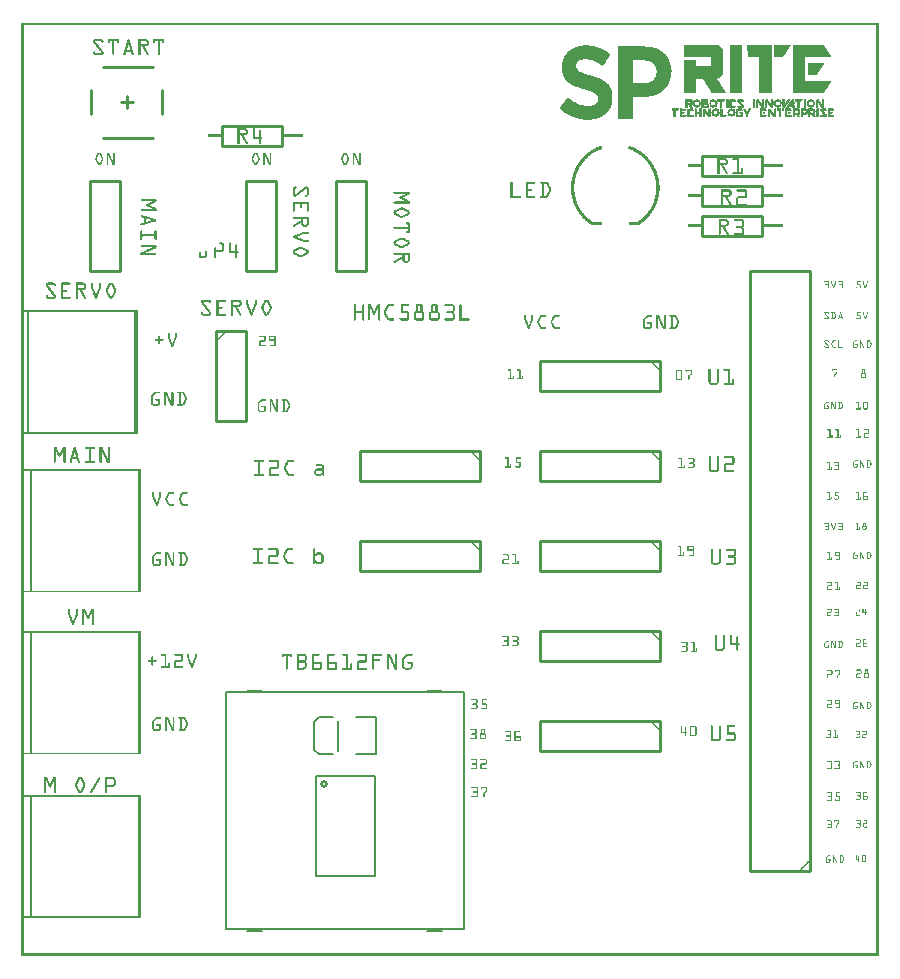
<source format=gto>
G04 MADE WITH FRITZING*
G04 WWW.FRITZING.ORG*
G04 DOUBLE SIDED*
G04 HOLES PLATED*
G04 CONTOUR ON CENTER OF CONTOUR VECTOR*
%ASAXBY*%
%FSLAX23Y23*%
%MOIN*%
%OFA0B0*%
%SFA1.0B1.0*%
%ADD10C,0.025567X0.00956692*%
%ADD11C,0.010000*%
%ADD12C,0.005673*%
%ADD13C,0.008000*%
%ADD14R,0.001000X0.001000*%
%LNSILK1*%
G90*
G70*
G54D10*
X1009Y574D03*
G54D11*
X470Y2885D02*
X470Y2806D01*
D02*
X273Y2963D02*
X440Y2963D01*
D02*
X273Y2727D02*
X440Y2727D01*
D02*
X233Y2885D02*
X233Y2806D01*
D02*
X351Y2865D02*
X351Y2826D01*
D02*
X371Y2845D02*
X332Y2845D01*
D02*
X749Y2584D02*
X749Y2284D01*
D02*
X749Y2284D02*
X849Y2284D01*
D02*
X849Y2284D02*
X849Y2584D01*
D02*
X849Y2584D02*
X749Y2584D01*
G54D12*
D02*
X34Y675D02*
X34Y1079D01*
D02*
X34Y1215D02*
X34Y1619D01*
G54D11*
D02*
X649Y2084D02*
X649Y1784D01*
D02*
X649Y1784D02*
X749Y1784D01*
D02*
X749Y1784D02*
X749Y2084D01*
D02*
X749Y2084D02*
X649Y2084D01*
G54D12*
D02*
X34Y129D02*
X34Y532D01*
G54D11*
D02*
X870Y2701D02*
X670Y2701D01*
D02*
X670Y2701D02*
X670Y2767D01*
D02*
X670Y2767D02*
X870Y2767D01*
D02*
X870Y2767D02*
X870Y2701D01*
D02*
X2470Y2601D02*
X2270Y2601D01*
D02*
X2270Y2601D02*
X2270Y2667D01*
D02*
X2270Y2667D02*
X2470Y2667D01*
D02*
X2470Y2667D02*
X2470Y2601D01*
D02*
X2470Y2501D02*
X2270Y2501D01*
D02*
X2270Y2501D02*
X2270Y2567D01*
D02*
X2270Y2567D02*
X2470Y2567D01*
D02*
X2470Y2567D02*
X2470Y2501D01*
D02*
X2470Y2401D02*
X2270Y2401D01*
D02*
X2270Y2401D02*
X2270Y2467D01*
D02*
X2270Y2467D02*
X2470Y2467D01*
D02*
X2470Y2467D02*
X2470Y2401D01*
D02*
X1049Y2584D02*
X1049Y2284D01*
D02*
X1049Y2284D02*
X1149Y2284D01*
D02*
X1149Y2284D02*
X1149Y2584D01*
D02*
X1149Y2584D02*
X1049Y2584D01*
D02*
X229Y2584D02*
X229Y2284D01*
D02*
X229Y2284D02*
X329Y2284D01*
D02*
X329Y2284D02*
X329Y2584D01*
D02*
X329Y2584D02*
X229Y2584D01*
D02*
X2129Y784D02*
X1729Y784D01*
D02*
X1729Y784D02*
X1729Y684D01*
D02*
X1729Y684D02*
X2129Y684D01*
D02*
X2129Y684D02*
X2129Y784D01*
D02*
X1529Y1384D02*
X1129Y1384D01*
D02*
X1129Y1384D02*
X1129Y1284D01*
D02*
X1129Y1284D02*
X1529Y1284D01*
D02*
X1529Y1284D02*
X1529Y1384D01*
D02*
X1529Y1684D02*
X1129Y1684D01*
D02*
X1129Y1684D02*
X1129Y1584D01*
D02*
X1129Y1584D02*
X1529Y1584D01*
D02*
X1529Y1584D02*
X1529Y1684D01*
D02*
X2129Y1084D02*
X1729Y1084D01*
D02*
X1729Y1084D02*
X1729Y984D01*
D02*
X1729Y984D02*
X2129Y984D01*
D02*
X2129Y984D02*
X2129Y1084D01*
D02*
X2129Y1684D02*
X1729Y1684D01*
D02*
X1729Y1684D02*
X1729Y1584D01*
D02*
X1729Y1584D02*
X2129Y1584D01*
D02*
X2129Y1584D02*
X2129Y1684D01*
G54D12*
D02*
X22Y1744D02*
X22Y2147D01*
G54D11*
D02*
X2629Y284D02*
X2629Y2284D01*
D02*
X2629Y2284D02*
X2429Y2284D01*
D02*
X2429Y2284D02*
X2429Y284D01*
D02*
X2429Y284D02*
X2629Y284D01*
D02*
X2129Y1984D02*
X1729Y1984D01*
D02*
X1729Y1984D02*
X1729Y1884D01*
D02*
X1729Y1884D02*
X2129Y1884D01*
D02*
X2129Y1884D02*
X2129Y1984D01*
D02*
X2129Y1384D02*
X1729Y1384D01*
D02*
X1729Y1384D02*
X1729Y1284D01*
D02*
X1729Y1284D02*
X2129Y1284D01*
D02*
X2129Y1284D02*
X2129Y1384D01*
G54D13*
D02*
X1115Y797D02*
X1182Y797D01*
D02*
X1182Y797D02*
X1182Y673D01*
D02*
X1182Y673D02*
X1115Y673D01*
D02*
X1040Y795D02*
X993Y795D01*
D02*
X993Y795D02*
X977Y781D01*
D02*
X977Y781D02*
X977Y685D01*
D02*
X977Y685D02*
X993Y673D01*
D02*
X993Y673D02*
X1040Y673D01*
D02*
X993Y673D02*
X1040Y673D01*
D02*
X1055Y682D02*
X1055Y784D01*
D02*
X754Y84D02*
X804Y84D01*
D02*
X754Y884D02*
X804Y884D01*
D02*
X1404Y884D02*
X1354Y884D01*
D02*
X1404Y84D02*
X1354Y84D01*
D02*
X1178Y601D02*
X1178Y267D01*
D02*
X1178Y267D02*
X981Y267D01*
D02*
X981Y267D02*
X981Y601D01*
D02*
X981Y601D02*
X1178Y601D01*
X683Y88D02*
X1475Y88D01*
X1475Y880D01*
X683Y880D01*
X683Y88D01*
D02*
G54D14*
X1Y3110D02*
X2858Y3110D01*
X1Y3109D02*
X2858Y3109D01*
X1Y3108D02*
X2858Y3108D01*
X1Y3107D02*
X2858Y3107D01*
X1Y3106D02*
X2858Y3106D01*
X1Y3105D02*
X2858Y3105D01*
X1Y3104D02*
X2858Y3104D01*
X1Y3103D02*
X2858Y3103D01*
X1Y3102D02*
X8Y3102D01*
X2851Y3102D02*
X2858Y3102D01*
X1Y3101D02*
X8Y3101D01*
X2851Y3101D02*
X2858Y3101D01*
X1Y3100D02*
X8Y3100D01*
X2851Y3100D02*
X2858Y3100D01*
X1Y3099D02*
X8Y3099D01*
X2851Y3099D02*
X2858Y3099D01*
X1Y3098D02*
X8Y3098D01*
X2851Y3098D02*
X2858Y3098D01*
X1Y3097D02*
X8Y3097D01*
X2851Y3097D02*
X2858Y3097D01*
X1Y3096D02*
X8Y3096D01*
X2851Y3096D02*
X2858Y3096D01*
X1Y3095D02*
X8Y3095D01*
X2851Y3095D02*
X2858Y3095D01*
X1Y3094D02*
X8Y3094D01*
X2851Y3094D02*
X2858Y3094D01*
X1Y3093D02*
X8Y3093D01*
X2851Y3093D02*
X2858Y3093D01*
X1Y3092D02*
X8Y3092D01*
X2851Y3092D02*
X2858Y3092D01*
X1Y3091D02*
X8Y3091D01*
X2851Y3091D02*
X2858Y3091D01*
X1Y3090D02*
X8Y3090D01*
X2851Y3090D02*
X2858Y3090D01*
X1Y3089D02*
X8Y3089D01*
X2851Y3089D02*
X2858Y3089D01*
X1Y3088D02*
X8Y3088D01*
X2851Y3088D02*
X2858Y3088D01*
X1Y3087D02*
X8Y3087D01*
X2851Y3087D02*
X2858Y3087D01*
X1Y3086D02*
X8Y3086D01*
X2851Y3086D02*
X2858Y3086D01*
X1Y3085D02*
X8Y3085D01*
X2851Y3085D02*
X2858Y3085D01*
X1Y3084D02*
X8Y3084D01*
X2851Y3084D02*
X2858Y3084D01*
X1Y3083D02*
X8Y3083D01*
X2851Y3083D02*
X2858Y3083D01*
X1Y3082D02*
X8Y3082D01*
X2851Y3082D02*
X2858Y3082D01*
X1Y3081D02*
X8Y3081D01*
X2851Y3081D02*
X2858Y3081D01*
X1Y3080D02*
X8Y3080D01*
X2851Y3080D02*
X2858Y3080D01*
X1Y3079D02*
X8Y3079D01*
X2851Y3079D02*
X2858Y3079D01*
X1Y3078D02*
X8Y3078D01*
X2851Y3078D02*
X2858Y3078D01*
X1Y3077D02*
X8Y3077D01*
X2851Y3077D02*
X2858Y3077D01*
X1Y3076D02*
X8Y3076D01*
X2851Y3076D02*
X2858Y3076D01*
X1Y3075D02*
X8Y3075D01*
X2851Y3075D02*
X2858Y3075D01*
X1Y3074D02*
X8Y3074D01*
X2851Y3074D02*
X2858Y3074D01*
X1Y3073D02*
X8Y3073D01*
X2851Y3073D02*
X2858Y3073D01*
X1Y3072D02*
X8Y3072D01*
X2851Y3072D02*
X2858Y3072D01*
X1Y3071D02*
X8Y3071D01*
X2851Y3071D02*
X2858Y3071D01*
X1Y3070D02*
X8Y3070D01*
X2851Y3070D02*
X2858Y3070D01*
X1Y3069D02*
X8Y3069D01*
X2851Y3069D02*
X2858Y3069D01*
X1Y3068D02*
X8Y3068D01*
X2851Y3068D02*
X2858Y3068D01*
X1Y3067D02*
X8Y3067D01*
X2851Y3067D02*
X2858Y3067D01*
X1Y3066D02*
X8Y3066D01*
X2851Y3066D02*
X2858Y3066D01*
X1Y3065D02*
X8Y3065D01*
X2851Y3065D02*
X2858Y3065D01*
X1Y3064D02*
X8Y3064D01*
X2851Y3064D02*
X2858Y3064D01*
X1Y3063D02*
X8Y3063D01*
X2851Y3063D02*
X2858Y3063D01*
X1Y3062D02*
X8Y3062D01*
X2851Y3062D02*
X2858Y3062D01*
X1Y3061D02*
X8Y3061D01*
X2851Y3061D02*
X2858Y3061D01*
X1Y3060D02*
X8Y3060D01*
X2851Y3060D02*
X2858Y3060D01*
X1Y3059D02*
X8Y3059D01*
X2851Y3059D02*
X2858Y3059D01*
X1Y3058D02*
X8Y3058D01*
X2851Y3058D02*
X2858Y3058D01*
X1Y3057D02*
X8Y3057D01*
X2851Y3057D02*
X2858Y3057D01*
X1Y3056D02*
X8Y3056D01*
X2851Y3056D02*
X2858Y3056D01*
X1Y3055D02*
X8Y3055D01*
X245Y3055D02*
X268Y3055D01*
X291Y3055D02*
X323Y3055D01*
X356Y3055D02*
X359Y3055D01*
X391Y3055D02*
X418Y3055D01*
X442Y3055D02*
X474Y3055D01*
X2851Y3055D02*
X2858Y3055D01*
X1Y3054D02*
X8Y3054D01*
X243Y3054D02*
X270Y3054D01*
X290Y3054D02*
X324Y3054D01*
X355Y3054D02*
X360Y3054D01*
X391Y3054D02*
X420Y3054D01*
X441Y3054D02*
X475Y3054D01*
X2851Y3054D02*
X2858Y3054D01*
X1Y3053D02*
X8Y3053D01*
X242Y3053D02*
X271Y3053D01*
X290Y3053D02*
X325Y3053D01*
X355Y3053D02*
X360Y3053D01*
X391Y3053D02*
X421Y3053D01*
X441Y3053D02*
X475Y3053D01*
X2851Y3053D02*
X2858Y3053D01*
X1Y3052D02*
X8Y3052D01*
X242Y3052D02*
X272Y3052D01*
X290Y3052D02*
X325Y3052D01*
X354Y3052D02*
X361Y3052D01*
X391Y3052D02*
X422Y3052D01*
X440Y3052D02*
X475Y3052D01*
X2851Y3052D02*
X2858Y3052D01*
X1Y3051D02*
X8Y3051D01*
X241Y3051D02*
X273Y3051D01*
X290Y3051D02*
X325Y3051D01*
X354Y3051D02*
X361Y3051D01*
X391Y3051D02*
X423Y3051D01*
X440Y3051D02*
X475Y3051D01*
X2851Y3051D02*
X2858Y3051D01*
X1Y3050D02*
X8Y3050D01*
X241Y3050D02*
X273Y3050D01*
X290Y3050D02*
X325Y3050D01*
X354Y3050D02*
X361Y3050D01*
X391Y3050D02*
X423Y3050D01*
X440Y3050D02*
X475Y3050D01*
X2851Y3050D02*
X2858Y3050D01*
X1Y3049D02*
X8Y3049D01*
X240Y3049D02*
X274Y3049D01*
X290Y3049D02*
X325Y3049D01*
X353Y3049D02*
X362Y3049D01*
X391Y3049D02*
X424Y3049D01*
X440Y3049D02*
X475Y3049D01*
X2851Y3049D02*
X2858Y3049D01*
X1Y3048D02*
X8Y3048D01*
X240Y3048D02*
X246Y3048D01*
X267Y3048D02*
X274Y3048D01*
X290Y3048D02*
X296Y3048D01*
X304Y3048D02*
X310Y3048D01*
X319Y3048D02*
X325Y3048D01*
X353Y3048D02*
X362Y3048D01*
X391Y3048D02*
X397Y3048D01*
X417Y3048D02*
X424Y3048D01*
X440Y3048D02*
X446Y3048D01*
X455Y3048D02*
X461Y3048D01*
X469Y3048D02*
X475Y3048D01*
X2851Y3048D02*
X2858Y3048D01*
X1Y3047D02*
X8Y3047D01*
X241Y3047D02*
X247Y3047D01*
X268Y3047D02*
X274Y3047D01*
X290Y3047D02*
X296Y3047D01*
X304Y3047D02*
X310Y3047D01*
X319Y3047D02*
X325Y3047D01*
X353Y3047D02*
X362Y3047D01*
X391Y3047D02*
X397Y3047D01*
X418Y3047D02*
X424Y3047D01*
X440Y3047D02*
X446Y3047D01*
X455Y3047D02*
X461Y3047D01*
X469Y3047D02*
X475Y3047D01*
X2851Y3047D02*
X2858Y3047D01*
X1Y3046D02*
X8Y3046D01*
X241Y3046D02*
X248Y3046D01*
X268Y3046D02*
X274Y3046D01*
X290Y3046D02*
X296Y3046D01*
X304Y3046D02*
X310Y3046D01*
X319Y3046D02*
X325Y3046D01*
X353Y3046D02*
X363Y3046D01*
X391Y3046D02*
X397Y3046D01*
X418Y3046D02*
X425Y3046D01*
X441Y3046D02*
X446Y3046D01*
X455Y3046D02*
X461Y3046D01*
X470Y3046D02*
X475Y3046D01*
X2851Y3046D02*
X2858Y3046D01*
X1Y3045D02*
X8Y3045D01*
X241Y3045D02*
X248Y3045D01*
X268Y3045D02*
X274Y3045D01*
X290Y3045D02*
X295Y3045D01*
X304Y3045D02*
X310Y3045D01*
X319Y3045D02*
X324Y3045D01*
X352Y3045D02*
X363Y3045D01*
X391Y3045D02*
X397Y3045D01*
X419Y3045D02*
X425Y3045D01*
X441Y3045D02*
X446Y3045D01*
X455Y3045D02*
X461Y3045D01*
X470Y3045D02*
X475Y3045D01*
X2851Y3045D02*
X2858Y3045D01*
X1Y3044D02*
X8Y3044D01*
X241Y3044D02*
X249Y3044D01*
X269Y3044D02*
X273Y3044D01*
X291Y3044D02*
X295Y3044D01*
X304Y3044D02*
X310Y3044D01*
X320Y3044D02*
X324Y3044D01*
X352Y3044D02*
X363Y3044D01*
X391Y3044D02*
X397Y3044D01*
X419Y3044D02*
X425Y3044D01*
X441Y3044D02*
X446Y3044D01*
X455Y3044D02*
X461Y3044D01*
X470Y3044D02*
X474Y3044D01*
X2851Y3044D02*
X2858Y3044D01*
X1Y3043D02*
X8Y3043D01*
X242Y3043D02*
X250Y3043D01*
X271Y3043D02*
X271Y3043D01*
X293Y3043D02*
X293Y3043D01*
X304Y3043D02*
X310Y3043D01*
X321Y3043D02*
X322Y3043D01*
X352Y3043D02*
X363Y3043D01*
X391Y3043D02*
X397Y3043D01*
X419Y3043D02*
X425Y3043D01*
X443Y3043D02*
X444Y3043D01*
X455Y3043D02*
X461Y3043D01*
X472Y3043D02*
X472Y3043D01*
X2851Y3043D02*
X2858Y3043D01*
X1Y3042D02*
X8Y3042D01*
X243Y3042D02*
X251Y3042D01*
X304Y3042D02*
X310Y3042D01*
X351Y3042D02*
X364Y3042D01*
X391Y3042D02*
X397Y3042D01*
X419Y3042D02*
X425Y3042D01*
X455Y3042D02*
X461Y3042D01*
X2851Y3042D02*
X2858Y3042D01*
X1Y3041D02*
X8Y3041D01*
X244Y3041D02*
X252Y3041D01*
X304Y3041D02*
X310Y3041D01*
X351Y3041D02*
X364Y3041D01*
X391Y3041D02*
X397Y3041D01*
X418Y3041D02*
X425Y3041D01*
X455Y3041D02*
X461Y3041D01*
X2851Y3041D02*
X2858Y3041D01*
X1Y3040D02*
X8Y3040D01*
X244Y3040D02*
X252Y3040D01*
X304Y3040D02*
X310Y3040D01*
X351Y3040D02*
X364Y3040D01*
X391Y3040D02*
X397Y3040D01*
X418Y3040D02*
X424Y3040D01*
X455Y3040D02*
X461Y3040D01*
X2851Y3040D02*
X2858Y3040D01*
X1Y3039D02*
X8Y3039D01*
X245Y3039D02*
X253Y3039D01*
X304Y3039D02*
X310Y3039D01*
X350Y3039D02*
X365Y3039D01*
X391Y3039D02*
X397Y3039D01*
X417Y3039D02*
X424Y3039D01*
X455Y3039D02*
X461Y3039D01*
X2851Y3039D02*
X2858Y3039D01*
X1Y3038D02*
X8Y3038D01*
X246Y3038D02*
X254Y3038D01*
X304Y3038D02*
X310Y3038D01*
X350Y3038D02*
X357Y3038D01*
X359Y3038D02*
X365Y3038D01*
X391Y3038D02*
X424Y3038D01*
X455Y3038D02*
X461Y3038D01*
X2851Y3038D02*
X2858Y3038D01*
X1Y3037D02*
X8Y3037D01*
X247Y3037D02*
X255Y3037D01*
X304Y3037D02*
X310Y3037D01*
X350Y3037D02*
X356Y3037D01*
X359Y3037D02*
X365Y3037D01*
X391Y3037D02*
X423Y3037D01*
X455Y3037D02*
X461Y3037D01*
X2851Y3037D02*
X2858Y3037D01*
X1Y3036D02*
X8Y3036D01*
X247Y3036D02*
X255Y3036D01*
X304Y3036D02*
X310Y3036D01*
X350Y3036D02*
X356Y3036D01*
X359Y3036D02*
X365Y3036D01*
X391Y3036D02*
X423Y3036D01*
X455Y3036D02*
X461Y3036D01*
X2851Y3036D02*
X2858Y3036D01*
X1Y3035D02*
X8Y3035D01*
X248Y3035D02*
X256Y3035D01*
X304Y3035D02*
X310Y3035D01*
X349Y3035D02*
X356Y3035D01*
X360Y3035D02*
X366Y3035D01*
X391Y3035D02*
X422Y3035D01*
X455Y3035D02*
X461Y3035D01*
X2211Y3035D02*
X2323Y3035D01*
X2362Y3035D02*
X2401Y3035D01*
X2421Y3035D02*
X2501Y3035D01*
X2509Y3035D02*
X2564Y3035D01*
X2574Y3035D02*
X2675Y3035D01*
X2851Y3035D02*
X2858Y3035D01*
X1Y3034D02*
X8Y3034D01*
X249Y3034D02*
X257Y3034D01*
X304Y3034D02*
X310Y3034D01*
X349Y3034D02*
X355Y3034D01*
X360Y3034D02*
X366Y3034D01*
X391Y3034D02*
X421Y3034D01*
X455Y3034D02*
X461Y3034D01*
X1872Y3034D02*
X1892Y3034D01*
X2211Y3034D02*
X2325Y3034D01*
X2362Y3034D02*
X2401Y3034D01*
X2421Y3034D02*
X2501Y3034D01*
X2509Y3034D02*
X2564Y3034D01*
X2574Y3034D02*
X2675Y3034D01*
X2851Y3034D02*
X2858Y3034D01*
X1Y3033D02*
X8Y3033D01*
X250Y3033D02*
X258Y3033D01*
X304Y3033D02*
X310Y3033D01*
X349Y3033D02*
X355Y3033D01*
X360Y3033D02*
X366Y3033D01*
X391Y3033D02*
X420Y3033D01*
X455Y3033D02*
X461Y3033D01*
X1863Y3033D02*
X1901Y3033D01*
X2211Y3033D02*
X2326Y3033D01*
X2362Y3033D02*
X2401Y3033D01*
X2421Y3033D02*
X2501Y3033D01*
X2509Y3033D02*
X2563Y3033D01*
X2574Y3033D02*
X2676Y3033D01*
X2851Y3033D02*
X2858Y3033D01*
X1Y3032D02*
X8Y3032D01*
X251Y3032D02*
X259Y3032D01*
X304Y3032D02*
X310Y3032D01*
X348Y3032D02*
X355Y3032D01*
X360Y3032D02*
X367Y3032D01*
X391Y3032D02*
X418Y3032D01*
X455Y3032D02*
X461Y3032D01*
X1858Y3032D02*
X1906Y3032D01*
X2211Y3032D02*
X2327Y3032D01*
X2362Y3032D02*
X2401Y3032D01*
X2421Y3032D02*
X2501Y3032D01*
X2509Y3032D02*
X2563Y3032D01*
X2574Y3032D02*
X2677Y3032D01*
X2851Y3032D02*
X2858Y3032D01*
X1Y3031D02*
X8Y3031D01*
X251Y3031D02*
X259Y3031D01*
X304Y3031D02*
X310Y3031D01*
X348Y3031D02*
X354Y3031D01*
X361Y3031D02*
X367Y3031D01*
X391Y3031D02*
X397Y3031D01*
X403Y3031D02*
X411Y3031D01*
X455Y3031D02*
X461Y3031D01*
X1855Y3031D02*
X1911Y3031D01*
X1989Y3031D02*
X2078Y3031D01*
X2211Y3031D02*
X2329Y3031D01*
X2362Y3031D02*
X2401Y3031D01*
X2421Y3031D02*
X2501Y3031D01*
X2509Y3031D02*
X2562Y3031D01*
X2574Y3031D02*
X2678Y3031D01*
X2851Y3031D02*
X2858Y3031D01*
X1Y3030D02*
X8Y3030D01*
X252Y3030D02*
X260Y3030D01*
X304Y3030D02*
X310Y3030D01*
X348Y3030D02*
X354Y3030D01*
X361Y3030D02*
X367Y3030D01*
X391Y3030D02*
X397Y3030D01*
X403Y3030D02*
X411Y3030D01*
X455Y3030D02*
X461Y3030D01*
X1851Y3030D02*
X1915Y3030D01*
X1989Y3030D02*
X2096Y3030D01*
X2211Y3030D02*
X2330Y3030D01*
X2362Y3030D02*
X2401Y3030D01*
X2421Y3030D02*
X2501Y3030D01*
X2509Y3030D02*
X2561Y3030D01*
X2574Y3030D02*
X2678Y3030D01*
X2851Y3030D02*
X2858Y3030D01*
X1Y3029D02*
X8Y3029D01*
X253Y3029D02*
X261Y3029D01*
X304Y3029D02*
X310Y3029D01*
X348Y3029D02*
X354Y3029D01*
X361Y3029D02*
X368Y3029D01*
X391Y3029D02*
X397Y3029D01*
X404Y3029D02*
X411Y3029D01*
X455Y3029D02*
X461Y3029D01*
X1848Y3029D02*
X1919Y3029D01*
X1989Y3029D02*
X2102Y3029D01*
X2211Y3029D02*
X2331Y3029D01*
X2362Y3029D02*
X2401Y3029D01*
X2421Y3029D02*
X2501Y3029D01*
X2509Y3029D02*
X2561Y3029D01*
X2574Y3029D02*
X2679Y3029D01*
X2851Y3029D02*
X2858Y3029D01*
X1Y3028D02*
X8Y3028D01*
X254Y3028D02*
X262Y3028D01*
X304Y3028D02*
X310Y3028D01*
X347Y3028D02*
X354Y3028D01*
X362Y3028D02*
X368Y3028D01*
X391Y3028D02*
X397Y3028D01*
X405Y3028D02*
X412Y3028D01*
X455Y3028D02*
X461Y3028D01*
X1846Y3028D02*
X1922Y3028D01*
X1989Y3028D02*
X2106Y3028D01*
X2211Y3028D02*
X2332Y3028D01*
X2362Y3028D02*
X2401Y3028D01*
X2421Y3028D02*
X2501Y3028D01*
X2509Y3028D02*
X2560Y3028D01*
X2574Y3028D02*
X2680Y3028D01*
X2851Y3028D02*
X2858Y3028D01*
X1Y3027D02*
X8Y3027D01*
X254Y3027D02*
X262Y3027D01*
X304Y3027D02*
X310Y3027D01*
X347Y3027D02*
X353Y3027D01*
X362Y3027D02*
X368Y3027D01*
X391Y3027D02*
X397Y3027D01*
X405Y3027D02*
X412Y3027D01*
X455Y3027D02*
X461Y3027D01*
X1844Y3027D02*
X1925Y3027D01*
X1989Y3027D02*
X2110Y3027D01*
X2211Y3027D02*
X2333Y3027D01*
X2362Y3027D02*
X2401Y3027D01*
X2421Y3027D02*
X2501Y3027D01*
X2509Y3027D02*
X2559Y3027D01*
X2574Y3027D02*
X2680Y3027D01*
X2851Y3027D02*
X2858Y3027D01*
X1Y3026D02*
X8Y3026D01*
X255Y3026D02*
X263Y3026D01*
X304Y3026D02*
X310Y3026D01*
X347Y3026D02*
X353Y3026D01*
X362Y3026D02*
X368Y3026D01*
X391Y3026D02*
X397Y3026D01*
X406Y3026D02*
X413Y3026D01*
X455Y3026D02*
X461Y3026D01*
X1841Y3026D02*
X1927Y3026D01*
X1989Y3026D02*
X2113Y3026D01*
X2211Y3026D02*
X2334Y3026D01*
X2362Y3026D02*
X2401Y3026D01*
X2421Y3026D02*
X2501Y3026D01*
X2509Y3026D02*
X2559Y3026D01*
X2574Y3026D02*
X2681Y3026D01*
X2851Y3026D02*
X2858Y3026D01*
X1Y3025D02*
X8Y3025D01*
X256Y3025D02*
X264Y3025D01*
X304Y3025D02*
X310Y3025D01*
X346Y3025D02*
X353Y3025D01*
X362Y3025D02*
X369Y3025D01*
X391Y3025D02*
X397Y3025D01*
X406Y3025D02*
X414Y3025D01*
X455Y3025D02*
X461Y3025D01*
X1840Y3025D02*
X1930Y3025D01*
X1989Y3025D02*
X2116Y3025D01*
X2211Y3025D02*
X2334Y3025D01*
X2362Y3025D02*
X2401Y3025D01*
X2421Y3025D02*
X2501Y3025D01*
X2509Y3025D02*
X2558Y3025D01*
X2574Y3025D02*
X2682Y3025D01*
X2851Y3025D02*
X2858Y3025D01*
X1Y3024D02*
X8Y3024D01*
X257Y3024D02*
X265Y3024D01*
X304Y3024D02*
X310Y3024D01*
X346Y3024D02*
X352Y3024D01*
X363Y3024D02*
X369Y3024D01*
X391Y3024D02*
X397Y3024D01*
X407Y3024D02*
X414Y3024D01*
X455Y3024D02*
X461Y3024D01*
X1838Y3024D02*
X1932Y3024D01*
X1989Y3024D02*
X2119Y3024D01*
X2211Y3024D02*
X2335Y3024D01*
X2362Y3024D02*
X2401Y3024D01*
X2421Y3024D02*
X2501Y3024D01*
X2509Y3024D02*
X2557Y3024D01*
X2574Y3024D02*
X2682Y3024D01*
X2851Y3024D02*
X2858Y3024D01*
X1Y3023D02*
X8Y3023D01*
X258Y3023D02*
X266Y3023D01*
X304Y3023D02*
X310Y3023D01*
X346Y3023D02*
X352Y3023D01*
X363Y3023D02*
X369Y3023D01*
X391Y3023D02*
X397Y3023D01*
X408Y3023D02*
X415Y3023D01*
X455Y3023D02*
X461Y3023D01*
X1836Y3023D02*
X1935Y3023D01*
X1989Y3023D02*
X2121Y3023D01*
X2211Y3023D02*
X2336Y3023D01*
X2362Y3023D02*
X2401Y3023D01*
X2421Y3023D02*
X2501Y3023D01*
X2509Y3023D02*
X2557Y3023D01*
X2574Y3023D02*
X2683Y3023D01*
X2851Y3023D02*
X2858Y3023D01*
X1Y3022D02*
X8Y3022D01*
X258Y3022D02*
X266Y3022D01*
X304Y3022D02*
X310Y3022D01*
X346Y3022D02*
X352Y3022D01*
X363Y3022D02*
X370Y3022D01*
X391Y3022D02*
X397Y3022D01*
X408Y3022D02*
X415Y3022D01*
X455Y3022D02*
X461Y3022D01*
X1834Y3022D02*
X1937Y3022D01*
X1989Y3022D02*
X2123Y3022D01*
X2211Y3022D02*
X2336Y3022D01*
X2362Y3022D02*
X2401Y3022D01*
X2421Y3022D02*
X2501Y3022D01*
X2509Y3022D02*
X2556Y3022D01*
X2574Y3022D02*
X2684Y3022D01*
X2851Y3022D02*
X2858Y3022D01*
X1Y3021D02*
X8Y3021D01*
X259Y3021D02*
X267Y3021D01*
X304Y3021D02*
X310Y3021D01*
X345Y3021D02*
X352Y3021D01*
X364Y3021D02*
X370Y3021D01*
X391Y3021D02*
X397Y3021D01*
X409Y3021D02*
X416Y3021D01*
X455Y3021D02*
X461Y3021D01*
X1833Y3021D02*
X1939Y3021D01*
X1989Y3021D02*
X2125Y3021D01*
X2211Y3021D02*
X2337Y3021D01*
X2362Y3021D02*
X2401Y3021D01*
X2421Y3021D02*
X2501Y3021D01*
X2509Y3021D02*
X2555Y3021D01*
X2574Y3021D02*
X2684Y3021D01*
X2851Y3021D02*
X2858Y3021D01*
X1Y3020D02*
X8Y3020D01*
X260Y3020D02*
X268Y3020D01*
X304Y3020D02*
X310Y3020D01*
X345Y3020D02*
X370Y3020D01*
X391Y3020D02*
X397Y3020D01*
X409Y3020D02*
X416Y3020D01*
X455Y3020D02*
X461Y3020D01*
X1831Y3020D02*
X1941Y3020D01*
X1989Y3020D02*
X2127Y3020D01*
X2211Y3020D02*
X2337Y3020D01*
X2362Y3020D02*
X2401Y3020D01*
X2421Y3020D02*
X2501Y3020D01*
X2509Y3020D02*
X2555Y3020D01*
X2574Y3020D02*
X2685Y3020D01*
X2851Y3020D02*
X2858Y3020D01*
X1Y3019D02*
X8Y3019D01*
X261Y3019D02*
X269Y3019D01*
X304Y3019D02*
X310Y3019D01*
X345Y3019D02*
X370Y3019D01*
X391Y3019D02*
X397Y3019D01*
X410Y3019D02*
X417Y3019D01*
X455Y3019D02*
X461Y3019D01*
X1830Y3019D02*
X1942Y3019D01*
X1989Y3019D02*
X2129Y3019D01*
X2211Y3019D02*
X2338Y3019D01*
X2362Y3019D02*
X2401Y3019D01*
X2421Y3019D02*
X2501Y3019D01*
X2509Y3019D02*
X2554Y3019D01*
X2574Y3019D02*
X2686Y3019D01*
X2851Y3019D02*
X2858Y3019D01*
X1Y3018D02*
X8Y3018D01*
X261Y3018D02*
X269Y3018D01*
X304Y3018D02*
X310Y3018D01*
X344Y3018D02*
X371Y3018D01*
X391Y3018D02*
X397Y3018D01*
X410Y3018D02*
X418Y3018D01*
X455Y3018D02*
X461Y3018D01*
X1829Y3018D02*
X1944Y3018D01*
X1989Y3018D02*
X2130Y3018D01*
X2211Y3018D02*
X2338Y3018D01*
X2362Y3018D02*
X2401Y3018D01*
X2421Y3018D02*
X2501Y3018D01*
X2509Y3018D02*
X2553Y3018D01*
X2574Y3018D02*
X2686Y3018D01*
X2851Y3018D02*
X2858Y3018D01*
X1Y3017D02*
X8Y3017D01*
X262Y3017D02*
X270Y3017D01*
X304Y3017D02*
X310Y3017D01*
X344Y3017D02*
X371Y3017D01*
X391Y3017D02*
X397Y3017D01*
X411Y3017D02*
X418Y3017D01*
X455Y3017D02*
X461Y3017D01*
X1827Y3017D02*
X1946Y3017D01*
X1989Y3017D02*
X2132Y3017D01*
X2211Y3017D02*
X2338Y3017D01*
X2362Y3017D02*
X2401Y3017D01*
X2421Y3017D02*
X2501Y3017D01*
X2509Y3017D02*
X2553Y3017D01*
X2574Y3017D02*
X2687Y3017D01*
X2851Y3017D02*
X2858Y3017D01*
X1Y3016D02*
X8Y3016D01*
X263Y3016D02*
X271Y3016D01*
X304Y3016D02*
X310Y3016D01*
X344Y3016D02*
X371Y3016D01*
X391Y3016D02*
X397Y3016D01*
X412Y3016D02*
X419Y3016D01*
X455Y3016D02*
X461Y3016D01*
X1826Y3016D02*
X1948Y3016D01*
X1989Y3016D02*
X2133Y3016D01*
X2211Y3016D02*
X2338Y3016D01*
X2362Y3016D02*
X2401Y3016D01*
X2421Y3016D02*
X2501Y3016D01*
X2509Y3016D02*
X2552Y3016D01*
X2574Y3016D02*
X2687Y3016D01*
X2851Y3016D02*
X2858Y3016D01*
X1Y3015D02*
X8Y3015D01*
X264Y3015D02*
X272Y3015D01*
X304Y3015D02*
X310Y3015D01*
X343Y3015D02*
X372Y3015D01*
X391Y3015D02*
X397Y3015D01*
X412Y3015D02*
X419Y3015D01*
X455Y3015D02*
X461Y3015D01*
X1825Y3015D02*
X1949Y3015D01*
X1989Y3015D02*
X2135Y3015D01*
X2211Y3015D02*
X2338Y3015D01*
X2362Y3015D02*
X2401Y3015D01*
X2422Y3015D02*
X2501Y3015D01*
X2509Y3015D02*
X2551Y3015D01*
X2574Y3015D02*
X2688Y3015D01*
X2851Y3015D02*
X2858Y3015D01*
X1Y3014D02*
X8Y3014D01*
X242Y3014D02*
X245Y3014D01*
X265Y3014D02*
X272Y3014D01*
X304Y3014D02*
X310Y3014D01*
X343Y3014D02*
X372Y3014D01*
X391Y3014D02*
X397Y3014D01*
X413Y3014D02*
X420Y3014D01*
X455Y3014D02*
X461Y3014D01*
X1824Y3014D02*
X1951Y3014D01*
X1989Y3014D02*
X2136Y3014D01*
X2211Y3014D02*
X2338Y3014D01*
X2362Y3014D02*
X2401Y3014D01*
X2422Y3014D02*
X2501Y3014D01*
X2509Y3014D02*
X2551Y3014D01*
X2574Y3014D02*
X2689Y3014D01*
X2851Y3014D02*
X2858Y3014D01*
X1Y3013D02*
X8Y3013D01*
X241Y3013D02*
X246Y3013D01*
X265Y3013D02*
X273Y3013D01*
X304Y3013D02*
X310Y3013D01*
X343Y3013D02*
X349Y3013D01*
X366Y3013D02*
X372Y3013D01*
X391Y3013D02*
X397Y3013D01*
X413Y3013D02*
X421Y3013D01*
X455Y3013D02*
X461Y3013D01*
X1823Y3013D02*
X1952Y3013D01*
X1989Y3013D02*
X2138Y3013D01*
X2211Y3013D02*
X2338Y3013D01*
X2362Y3013D02*
X2401Y3013D01*
X2422Y3013D02*
X2501Y3013D01*
X2509Y3013D02*
X2550Y3013D01*
X2574Y3013D02*
X2689Y3013D01*
X2851Y3013D02*
X2858Y3013D01*
X1Y3012D02*
X8Y3012D01*
X241Y3012D02*
X246Y3012D01*
X266Y3012D02*
X274Y3012D01*
X304Y3012D02*
X310Y3012D01*
X343Y3012D02*
X349Y3012D01*
X366Y3012D02*
X373Y3012D01*
X391Y3012D02*
X397Y3012D01*
X414Y3012D02*
X421Y3012D01*
X455Y3012D02*
X461Y3012D01*
X1822Y3012D02*
X1954Y3012D01*
X1989Y3012D02*
X2139Y3012D01*
X2211Y3012D02*
X2338Y3012D01*
X2362Y3012D02*
X2401Y3012D01*
X2422Y3012D02*
X2501Y3012D01*
X2509Y3012D02*
X2549Y3012D01*
X2574Y3012D02*
X2690Y3012D01*
X2851Y3012D02*
X2858Y3012D01*
X1Y3011D02*
X8Y3011D01*
X240Y3011D02*
X246Y3011D01*
X267Y3011D02*
X274Y3011D01*
X304Y3011D02*
X310Y3011D01*
X342Y3011D02*
X349Y3011D01*
X367Y3011D02*
X373Y3011D01*
X391Y3011D02*
X397Y3011D01*
X415Y3011D02*
X422Y3011D01*
X455Y3011D02*
X461Y3011D01*
X1821Y3011D02*
X1955Y3011D01*
X1989Y3011D02*
X2140Y3011D01*
X2211Y3011D02*
X2338Y3011D01*
X2362Y3011D02*
X2401Y3011D01*
X2422Y3011D02*
X2501Y3011D01*
X2509Y3011D02*
X2549Y3011D01*
X2574Y3011D02*
X2691Y3011D01*
X2851Y3011D02*
X2858Y3011D01*
X1Y3010D02*
X8Y3010D01*
X241Y3010D02*
X247Y3010D01*
X268Y3010D02*
X274Y3010D01*
X304Y3010D02*
X310Y3010D01*
X342Y3010D02*
X348Y3010D01*
X367Y3010D02*
X373Y3010D01*
X391Y3010D02*
X397Y3010D01*
X415Y3010D02*
X422Y3010D01*
X455Y3010D02*
X461Y3010D01*
X1820Y3010D02*
X1956Y3010D01*
X1989Y3010D02*
X2141Y3010D01*
X2211Y3010D02*
X2338Y3010D01*
X2362Y3010D02*
X2401Y3010D01*
X2422Y3010D02*
X2501Y3010D01*
X2509Y3010D02*
X2548Y3010D01*
X2574Y3010D02*
X2692Y3010D01*
X2851Y3010D02*
X2858Y3010D01*
X1Y3009D02*
X8Y3009D01*
X241Y3009D02*
X248Y3009D01*
X268Y3009D02*
X274Y3009D01*
X304Y3009D02*
X310Y3009D01*
X342Y3009D02*
X348Y3009D01*
X367Y3009D02*
X373Y3009D01*
X391Y3009D02*
X397Y3009D01*
X416Y3009D02*
X423Y3009D01*
X455Y3009D02*
X461Y3009D01*
X1819Y3009D02*
X1958Y3009D01*
X1989Y3009D02*
X2142Y3009D01*
X2211Y3009D02*
X2338Y3009D01*
X2362Y3009D02*
X2401Y3009D01*
X2422Y3009D02*
X2501Y3009D01*
X2509Y3009D02*
X2547Y3009D01*
X2574Y3009D02*
X2692Y3009D01*
X2851Y3009D02*
X2858Y3009D01*
X1Y3008D02*
X8Y3008D01*
X241Y3008D02*
X274Y3008D01*
X304Y3008D02*
X310Y3008D01*
X341Y3008D02*
X348Y3008D01*
X367Y3008D02*
X374Y3008D01*
X391Y3008D02*
X397Y3008D01*
X416Y3008D02*
X423Y3008D01*
X455Y3008D02*
X461Y3008D01*
X1818Y3008D02*
X1959Y3008D01*
X1989Y3008D02*
X2143Y3008D01*
X2211Y3008D02*
X2338Y3008D01*
X2362Y3008D02*
X2401Y3008D01*
X2422Y3008D02*
X2501Y3008D01*
X2509Y3008D02*
X2547Y3008D01*
X2574Y3008D02*
X2693Y3008D01*
X2851Y3008D02*
X2858Y3008D01*
X1Y3007D02*
X8Y3007D01*
X241Y3007D02*
X274Y3007D01*
X304Y3007D02*
X310Y3007D01*
X341Y3007D02*
X347Y3007D01*
X368Y3007D02*
X374Y3007D01*
X391Y3007D02*
X397Y3007D01*
X417Y3007D02*
X424Y3007D01*
X455Y3007D02*
X461Y3007D01*
X1818Y3007D02*
X1960Y3007D01*
X1989Y3007D02*
X2144Y3007D01*
X2211Y3007D02*
X2338Y3007D01*
X2362Y3007D02*
X2401Y3007D01*
X2422Y3007D02*
X2501Y3007D01*
X2509Y3007D02*
X2546Y3007D01*
X2574Y3007D02*
X2694Y3007D01*
X2851Y3007D02*
X2858Y3007D01*
X1Y3006D02*
X8Y3006D01*
X242Y3006D02*
X273Y3006D01*
X304Y3006D02*
X310Y3006D01*
X341Y3006D02*
X347Y3006D01*
X368Y3006D02*
X374Y3006D01*
X391Y3006D02*
X397Y3006D01*
X417Y3006D02*
X424Y3006D01*
X455Y3006D02*
X461Y3006D01*
X1817Y3006D02*
X1962Y3006D01*
X1989Y3006D02*
X2145Y3006D01*
X2211Y3006D02*
X2338Y3006D01*
X2362Y3006D02*
X2401Y3006D01*
X2422Y3006D02*
X2501Y3006D01*
X2509Y3006D02*
X2545Y3006D01*
X2574Y3006D02*
X2694Y3006D01*
X2851Y3006D02*
X2858Y3006D01*
X1Y3005D02*
X8Y3005D01*
X243Y3005D02*
X272Y3005D01*
X304Y3005D02*
X310Y3005D01*
X341Y3005D02*
X347Y3005D01*
X368Y3005D02*
X374Y3005D01*
X391Y3005D02*
X397Y3005D01*
X418Y3005D02*
X425Y3005D01*
X455Y3005D02*
X461Y3005D01*
X1816Y3005D02*
X1963Y3005D01*
X1989Y3005D02*
X2146Y3005D01*
X2211Y3005D02*
X2338Y3005D01*
X2362Y3005D02*
X2401Y3005D01*
X2422Y3005D02*
X2501Y3005D01*
X2509Y3005D02*
X2545Y3005D01*
X2574Y3005D02*
X2695Y3005D01*
X2851Y3005D02*
X2858Y3005D01*
X1Y3004D02*
X8Y3004D01*
X244Y3004D02*
X272Y3004D01*
X305Y3004D02*
X310Y3004D01*
X341Y3004D02*
X347Y3004D01*
X369Y3004D02*
X374Y3004D01*
X391Y3004D02*
X397Y3004D01*
X419Y3004D02*
X424Y3004D01*
X455Y3004D02*
X461Y3004D01*
X1815Y3004D02*
X1963Y3004D01*
X1989Y3004D02*
X2147Y3004D01*
X2211Y3004D02*
X2338Y3004D01*
X2362Y3004D02*
X2401Y3004D01*
X2422Y3004D02*
X2501Y3004D01*
X2509Y3004D02*
X2544Y3004D01*
X2574Y3004D02*
X2696Y3004D01*
X2851Y3004D02*
X2858Y3004D01*
X1Y3003D02*
X8Y3003D01*
X245Y3003D02*
X270Y3003D01*
X305Y3003D02*
X309Y3003D01*
X342Y3003D02*
X346Y3003D01*
X369Y3003D02*
X374Y3003D01*
X392Y3003D02*
X396Y3003D01*
X419Y3003D02*
X424Y3003D01*
X456Y3003D02*
X460Y3003D01*
X1815Y3003D02*
X1962Y3003D01*
X1989Y3003D02*
X2148Y3003D01*
X2211Y3003D02*
X2338Y3003D01*
X2362Y3003D02*
X2401Y3003D01*
X2422Y3003D02*
X2501Y3003D01*
X2509Y3003D02*
X2543Y3003D01*
X2574Y3003D02*
X2696Y3003D01*
X2851Y3003D02*
X2858Y3003D01*
X1Y3002D02*
X8Y3002D01*
X247Y3002D02*
X268Y3002D01*
X306Y3002D02*
X308Y3002D01*
X343Y3002D02*
X345Y3002D01*
X370Y3002D02*
X373Y3002D01*
X393Y3002D02*
X395Y3002D01*
X421Y3002D02*
X422Y3002D01*
X457Y3002D02*
X459Y3002D01*
X1814Y3002D02*
X1962Y3002D01*
X1989Y3002D02*
X2149Y3002D01*
X2211Y3002D02*
X2338Y3002D01*
X2362Y3002D02*
X2401Y3002D01*
X2422Y3002D02*
X2501Y3002D01*
X2509Y3002D02*
X2543Y3002D01*
X2574Y3002D02*
X2697Y3002D01*
X2851Y3002D02*
X2858Y3002D01*
X1Y3001D02*
X8Y3001D01*
X1813Y3001D02*
X1961Y3001D01*
X1989Y3001D02*
X2149Y3001D01*
X2211Y3001D02*
X2338Y3001D01*
X2362Y3001D02*
X2401Y3001D01*
X2422Y3001D02*
X2501Y3001D01*
X2509Y3001D02*
X2542Y3001D01*
X2574Y3001D02*
X2697Y3001D01*
X2851Y3001D02*
X2858Y3001D01*
X1Y3000D02*
X8Y3000D01*
X1813Y3000D02*
X1961Y3000D01*
X1989Y3000D02*
X2150Y3000D01*
X2211Y3000D02*
X2338Y3000D01*
X2362Y3000D02*
X2401Y3000D01*
X2422Y3000D02*
X2501Y3000D01*
X2509Y3000D02*
X2541Y3000D01*
X2574Y3000D02*
X2698Y3000D01*
X2851Y3000D02*
X2858Y3000D01*
X1Y2999D02*
X8Y2999D01*
X1812Y2999D02*
X1960Y2999D01*
X1989Y2999D02*
X2151Y2999D01*
X2211Y2999D02*
X2338Y2999D01*
X2362Y2999D02*
X2401Y2999D01*
X2422Y2999D02*
X2501Y2999D01*
X2509Y2999D02*
X2541Y2999D01*
X2574Y2999D02*
X2699Y2999D01*
X2851Y2999D02*
X2858Y2999D01*
X1Y2998D02*
X8Y2998D01*
X1811Y2998D02*
X1959Y2998D01*
X1989Y2998D02*
X2152Y2998D01*
X2211Y2998D02*
X2338Y2998D01*
X2362Y2998D02*
X2401Y2998D01*
X2422Y2998D02*
X2501Y2998D01*
X2509Y2998D02*
X2540Y2998D01*
X2574Y2998D02*
X2699Y2998D01*
X2851Y2998D02*
X2858Y2998D01*
X1Y2997D02*
X8Y2997D01*
X1811Y2997D02*
X1959Y2997D01*
X1989Y2997D02*
X2152Y2997D01*
X2211Y2997D02*
X2338Y2997D01*
X2362Y2997D02*
X2401Y2997D01*
X2422Y2997D02*
X2501Y2997D01*
X2509Y2997D02*
X2539Y2997D01*
X2574Y2997D02*
X2700Y2997D01*
X2851Y2997D02*
X2858Y2997D01*
X1Y2996D02*
X8Y2996D01*
X1810Y2996D02*
X1958Y2996D01*
X1989Y2996D02*
X2153Y2996D01*
X2211Y2996D02*
X2338Y2996D01*
X2362Y2996D02*
X2401Y2996D01*
X2422Y2996D02*
X2501Y2996D01*
X2509Y2996D02*
X2539Y2996D01*
X2574Y2996D02*
X2700Y2996D01*
X2851Y2996D02*
X2858Y2996D01*
X1Y2995D02*
X8Y2995D01*
X1810Y2995D02*
X1958Y2995D01*
X1989Y2995D02*
X2154Y2995D01*
X2212Y2995D02*
X2338Y2995D01*
X2362Y2995D02*
X2401Y2995D01*
X2457Y2995D02*
X2501Y2995D01*
X2536Y2995D02*
X2538Y2995D01*
X2574Y2995D02*
X2663Y2995D01*
X2851Y2995D02*
X2858Y2995D01*
X1Y2994D02*
X8Y2994D01*
X1809Y2994D02*
X1957Y2994D01*
X1989Y2994D02*
X2154Y2994D01*
X2299Y2994D02*
X2338Y2994D01*
X2362Y2994D02*
X2401Y2994D01*
X2461Y2994D02*
X2501Y2994D01*
X2574Y2994D02*
X2613Y2994D01*
X2851Y2994D02*
X2858Y2994D01*
X1Y2993D02*
X8Y2993D01*
X1809Y2993D02*
X1956Y2993D01*
X1989Y2993D02*
X2155Y2993D01*
X2299Y2993D02*
X2338Y2993D01*
X2362Y2993D02*
X2401Y2993D01*
X2461Y2993D02*
X2501Y2993D01*
X2574Y2993D02*
X2613Y2993D01*
X2851Y2993D02*
X2858Y2993D01*
X1Y2992D02*
X8Y2992D01*
X1809Y2992D02*
X1956Y2992D01*
X1989Y2992D02*
X2155Y2992D01*
X2299Y2992D02*
X2338Y2992D01*
X2362Y2992D02*
X2401Y2992D01*
X2461Y2992D02*
X2501Y2992D01*
X2574Y2992D02*
X2613Y2992D01*
X2851Y2992D02*
X2858Y2992D01*
X1Y2991D02*
X8Y2991D01*
X1808Y2991D02*
X1955Y2991D01*
X1989Y2991D02*
X2156Y2991D01*
X2299Y2991D02*
X2338Y2991D01*
X2362Y2991D02*
X2401Y2991D01*
X2461Y2991D02*
X2501Y2991D01*
X2574Y2991D02*
X2613Y2991D01*
X2851Y2991D02*
X2858Y2991D01*
X1Y2990D02*
X8Y2990D01*
X1808Y2990D02*
X1954Y2990D01*
X1989Y2990D02*
X2156Y2990D01*
X2299Y2990D02*
X2338Y2990D01*
X2362Y2990D02*
X2401Y2990D01*
X2461Y2990D02*
X2501Y2990D01*
X2574Y2990D02*
X2613Y2990D01*
X2851Y2990D02*
X2858Y2990D01*
X1Y2989D02*
X8Y2989D01*
X1807Y2989D02*
X1954Y2989D01*
X1989Y2989D02*
X2157Y2989D01*
X2299Y2989D02*
X2338Y2989D01*
X2362Y2989D02*
X2401Y2989D01*
X2461Y2989D02*
X2501Y2989D01*
X2574Y2989D02*
X2613Y2989D01*
X2851Y2989D02*
X2858Y2989D01*
X1Y2988D02*
X8Y2988D01*
X1807Y2988D02*
X1872Y2988D01*
X1890Y2988D02*
X1953Y2988D01*
X1989Y2988D02*
X2157Y2988D01*
X2299Y2988D02*
X2338Y2988D01*
X2362Y2988D02*
X2401Y2988D01*
X2461Y2988D02*
X2501Y2988D01*
X2574Y2988D02*
X2613Y2988D01*
X2851Y2988D02*
X2858Y2988D01*
X1Y2987D02*
X8Y2987D01*
X1807Y2987D02*
X1867Y2987D01*
X1895Y2987D02*
X1952Y2987D01*
X1989Y2987D02*
X2158Y2987D01*
X2211Y2987D02*
X2250Y2987D01*
X2299Y2987D02*
X2338Y2987D01*
X2362Y2987D02*
X2401Y2987D01*
X2461Y2987D02*
X2501Y2987D01*
X2574Y2987D02*
X2613Y2987D01*
X2851Y2987D02*
X2858Y2987D01*
X1Y2986D02*
X8Y2986D01*
X1806Y2986D02*
X1864Y2986D01*
X1899Y2986D02*
X1952Y2986D01*
X1989Y2986D02*
X2158Y2986D01*
X2211Y2986D02*
X2250Y2986D01*
X2299Y2986D02*
X2338Y2986D01*
X2362Y2986D02*
X2401Y2986D01*
X2461Y2986D02*
X2501Y2986D01*
X2574Y2986D02*
X2613Y2986D01*
X2851Y2986D02*
X2858Y2986D01*
X1Y2985D02*
X8Y2985D01*
X1806Y2985D02*
X1862Y2985D01*
X1902Y2985D02*
X1951Y2985D01*
X1989Y2985D02*
X2159Y2985D01*
X2211Y2985D02*
X2250Y2985D01*
X2299Y2985D02*
X2338Y2985D01*
X2362Y2985D02*
X2401Y2985D01*
X2461Y2985D02*
X2501Y2985D01*
X2574Y2985D02*
X2613Y2985D01*
X2851Y2985D02*
X2858Y2985D01*
X1Y2984D02*
X8Y2984D01*
X1806Y2984D02*
X1860Y2984D01*
X1906Y2984D02*
X1950Y2984D01*
X1989Y2984D02*
X2039Y2984D01*
X2080Y2984D02*
X2159Y2984D01*
X2211Y2984D02*
X2250Y2984D01*
X2299Y2984D02*
X2338Y2984D01*
X2362Y2984D02*
X2401Y2984D01*
X2461Y2984D02*
X2501Y2984D01*
X2574Y2984D02*
X2613Y2984D01*
X2851Y2984D02*
X2858Y2984D01*
X1Y2983D02*
X8Y2983D01*
X1805Y2983D02*
X1858Y2983D01*
X1908Y2983D02*
X1950Y2983D01*
X1989Y2983D02*
X2037Y2983D01*
X2089Y2983D02*
X2160Y2983D01*
X2211Y2983D02*
X2250Y2983D01*
X2299Y2983D02*
X2338Y2983D01*
X2362Y2983D02*
X2401Y2983D01*
X2461Y2983D02*
X2501Y2983D01*
X2574Y2983D02*
X2613Y2983D01*
X2851Y2983D02*
X2858Y2983D01*
X1Y2982D02*
X8Y2982D01*
X1805Y2982D02*
X1857Y2982D01*
X1911Y2982D02*
X1949Y2982D01*
X1989Y2982D02*
X2037Y2982D01*
X2093Y2982D02*
X2160Y2982D01*
X2211Y2982D02*
X2250Y2982D01*
X2299Y2982D02*
X2338Y2982D01*
X2362Y2982D02*
X2401Y2982D01*
X2461Y2982D02*
X2501Y2982D01*
X2574Y2982D02*
X2613Y2982D01*
X2851Y2982D02*
X2858Y2982D01*
X1Y2981D02*
X8Y2981D01*
X1805Y2981D02*
X1856Y2981D01*
X1913Y2981D02*
X1949Y2981D01*
X1989Y2981D02*
X2037Y2981D01*
X2096Y2981D02*
X2160Y2981D01*
X2211Y2981D02*
X2250Y2981D01*
X2299Y2981D02*
X2338Y2981D01*
X2362Y2981D02*
X2401Y2981D01*
X2461Y2981D02*
X2501Y2981D01*
X2574Y2981D02*
X2613Y2981D01*
X2851Y2981D02*
X2858Y2981D01*
X1Y2980D02*
X8Y2980D01*
X1805Y2980D02*
X1855Y2980D01*
X1915Y2980D02*
X1948Y2980D01*
X1989Y2980D02*
X2037Y2980D01*
X2098Y2980D02*
X2161Y2980D01*
X2211Y2980D02*
X2250Y2980D01*
X2299Y2980D02*
X2338Y2980D01*
X2362Y2980D02*
X2401Y2980D01*
X2461Y2980D02*
X2501Y2980D01*
X2574Y2980D02*
X2613Y2980D01*
X2851Y2980D02*
X2858Y2980D01*
X1Y2979D02*
X8Y2979D01*
X1804Y2979D02*
X1854Y2979D01*
X1917Y2979D02*
X1947Y2979D01*
X1989Y2979D02*
X2037Y2979D01*
X2100Y2979D02*
X2161Y2979D01*
X2211Y2979D02*
X2250Y2979D01*
X2299Y2979D02*
X2338Y2979D01*
X2362Y2979D02*
X2401Y2979D01*
X2461Y2979D02*
X2501Y2979D01*
X2574Y2979D02*
X2613Y2979D01*
X2851Y2979D02*
X2858Y2979D01*
X1Y2978D02*
X8Y2978D01*
X1804Y2978D02*
X1853Y2978D01*
X1919Y2978D02*
X1947Y2978D01*
X1989Y2978D02*
X2037Y2978D01*
X2102Y2978D02*
X2161Y2978D01*
X2211Y2978D02*
X2250Y2978D01*
X2299Y2978D02*
X2338Y2978D01*
X2362Y2978D02*
X2401Y2978D01*
X2461Y2978D02*
X2501Y2978D01*
X2574Y2978D02*
X2613Y2978D01*
X2851Y2978D02*
X2858Y2978D01*
X1Y2977D02*
X8Y2977D01*
X1804Y2977D02*
X1853Y2977D01*
X1921Y2977D02*
X1946Y2977D01*
X1989Y2977D02*
X2037Y2977D01*
X2104Y2977D02*
X2162Y2977D01*
X2211Y2977D02*
X2250Y2977D01*
X2299Y2977D02*
X2338Y2977D01*
X2362Y2977D02*
X2401Y2977D01*
X2461Y2977D02*
X2501Y2977D01*
X2574Y2977D02*
X2613Y2977D01*
X2851Y2977D02*
X2858Y2977D01*
X1Y2976D02*
X8Y2976D01*
X1804Y2976D02*
X1852Y2976D01*
X1923Y2976D02*
X1945Y2976D01*
X1989Y2976D02*
X2037Y2976D01*
X2105Y2976D02*
X2162Y2976D01*
X2211Y2976D02*
X2250Y2976D01*
X2299Y2976D02*
X2338Y2976D01*
X2362Y2976D02*
X2401Y2976D01*
X2461Y2976D02*
X2501Y2976D01*
X2574Y2976D02*
X2613Y2976D01*
X2622Y2976D02*
X2677Y2976D01*
X2851Y2976D02*
X2858Y2976D01*
X1Y2975D02*
X8Y2975D01*
X1804Y2975D02*
X1852Y2975D01*
X1924Y2975D02*
X1945Y2975D01*
X1989Y2975D02*
X2037Y2975D01*
X2106Y2975D02*
X2162Y2975D01*
X2211Y2975D02*
X2250Y2975D01*
X2299Y2975D02*
X2338Y2975D01*
X2362Y2975D02*
X2401Y2975D01*
X2461Y2975D02*
X2501Y2975D01*
X2574Y2975D02*
X2613Y2975D01*
X2622Y2975D02*
X2677Y2975D01*
X2851Y2975D02*
X2858Y2975D01*
X1Y2974D02*
X8Y2974D01*
X1803Y2974D02*
X1851Y2974D01*
X1926Y2974D02*
X1944Y2974D01*
X1989Y2974D02*
X2037Y2974D01*
X2107Y2974D02*
X2163Y2974D01*
X2211Y2974D02*
X2250Y2974D01*
X2299Y2974D02*
X2338Y2974D01*
X2362Y2974D02*
X2401Y2974D01*
X2461Y2974D02*
X2501Y2974D01*
X2574Y2974D02*
X2613Y2974D01*
X2622Y2974D02*
X2676Y2974D01*
X2851Y2974D02*
X2858Y2974D01*
X1Y2973D02*
X8Y2973D01*
X1803Y2973D02*
X1851Y2973D01*
X1928Y2973D02*
X1943Y2973D01*
X1989Y2973D02*
X2037Y2973D01*
X2108Y2973D02*
X2163Y2973D01*
X2211Y2973D02*
X2250Y2973D01*
X2299Y2973D02*
X2338Y2973D01*
X2362Y2973D02*
X2401Y2973D01*
X2461Y2973D02*
X2501Y2973D01*
X2574Y2973D02*
X2613Y2973D01*
X2622Y2973D02*
X2676Y2973D01*
X2851Y2973D02*
X2858Y2973D01*
X1Y2972D02*
X8Y2972D01*
X1803Y2972D02*
X1851Y2972D01*
X1929Y2972D02*
X1943Y2972D01*
X1989Y2972D02*
X2037Y2972D01*
X2109Y2972D02*
X2163Y2972D01*
X2211Y2972D02*
X2250Y2972D01*
X2299Y2972D02*
X2338Y2972D01*
X2362Y2972D02*
X2401Y2972D01*
X2461Y2972D02*
X2501Y2972D01*
X2574Y2972D02*
X2613Y2972D01*
X2622Y2972D02*
X2675Y2972D01*
X2851Y2972D02*
X2858Y2972D01*
X1Y2971D02*
X8Y2971D01*
X1803Y2971D02*
X1850Y2971D01*
X1931Y2971D02*
X1942Y2971D01*
X1989Y2971D02*
X2037Y2971D01*
X2110Y2971D02*
X2163Y2971D01*
X2211Y2971D02*
X2250Y2971D01*
X2299Y2971D02*
X2338Y2971D01*
X2362Y2971D02*
X2401Y2971D01*
X2461Y2971D02*
X2501Y2971D01*
X2574Y2971D02*
X2613Y2971D01*
X2622Y2971D02*
X2674Y2971D01*
X2851Y2971D02*
X2858Y2971D01*
X1Y2970D02*
X8Y2970D01*
X1803Y2970D02*
X1850Y2970D01*
X1933Y2970D02*
X1941Y2970D01*
X1989Y2970D02*
X2037Y2970D01*
X2111Y2970D02*
X2164Y2970D01*
X2211Y2970D02*
X2250Y2970D01*
X2299Y2970D02*
X2338Y2970D01*
X2362Y2970D02*
X2401Y2970D01*
X2461Y2970D02*
X2501Y2970D01*
X2574Y2970D02*
X2613Y2970D01*
X2622Y2970D02*
X2674Y2970D01*
X2851Y2970D02*
X2858Y2970D01*
X1Y2969D02*
X8Y2969D01*
X1803Y2969D02*
X1850Y2969D01*
X1934Y2969D02*
X1941Y2969D01*
X1989Y2969D02*
X2037Y2969D01*
X2112Y2969D02*
X2164Y2969D01*
X2211Y2969D02*
X2250Y2969D01*
X2299Y2969D02*
X2338Y2969D01*
X2362Y2969D02*
X2401Y2969D01*
X2461Y2969D02*
X2501Y2969D01*
X2574Y2969D02*
X2613Y2969D01*
X2622Y2969D02*
X2673Y2969D01*
X2851Y2969D02*
X2858Y2969D01*
X1Y2968D02*
X8Y2968D01*
X1803Y2968D02*
X1850Y2968D01*
X1936Y2968D02*
X1940Y2968D01*
X1989Y2968D02*
X2037Y2968D01*
X2112Y2968D02*
X2164Y2968D01*
X2211Y2968D02*
X2250Y2968D01*
X2299Y2968D02*
X2338Y2968D01*
X2362Y2968D02*
X2401Y2968D01*
X2461Y2968D02*
X2501Y2968D01*
X2574Y2968D02*
X2613Y2968D01*
X2622Y2968D02*
X2672Y2968D01*
X2851Y2968D02*
X2858Y2968D01*
X1Y2967D02*
X8Y2967D01*
X1803Y2967D02*
X1850Y2967D01*
X1937Y2967D02*
X1939Y2967D01*
X1989Y2967D02*
X2037Y2967D01*
X2113Y2967D02*
X2164Y2967D01*
X2211Y2967D02*
X2250Y2967D01*
X2299Y2967D02*
X2338Y2967D01*
X2362Y2967D02*
X2401Y2967D01*
X2461Y2967D02*
X2501Y2967D01*
X2574Y2967D02*
X2613Y2967D01*
X2622Y2967D02*
X2672Y2967D01*
X2851Y2967D02*
X2858Y2967D01*
X1Y2966D02*
X8Y2966D01*
X1803Y2966D02*
X1850Y2966D01*
X1989Y2966D02*
X2037Y2966D01*
X2113Y2966D02*
X2165Y2966D01*
X2211Y2966D02*
X2250Y2966D01*
X2299Y2966D02*
X2338Y2966D01*
X2362Y2966D02*
X2401Y2966D01*
X2461Y2966D02*
X2501Y2966D01*
X2574Y2966D02*
X2613Y2966D01*
X2622Y2966D02*
X2671Y2966D01*
X2851Y2966D02*
X2858Y2966D01*
X1Y2965D02*
X8Y2965D01*
X1803Y2965D02*
X1850Y2965D01*
X1989Y2965D02*
X2037Y2965D01*
X2114Y2965D02*
X2165Y2965D01*
X2211Y2965D02*
X2250Y2965D01*
X2299Y2965D02*
X2338Y2965D01*
X2362Y2965D02*
X2401Y2965D01*
X2461Y2965D02*
X2501Y2965D01*
X2574Y2965D02*
X2613Y2965D01*
X2622Y2965D02*
X2670Y2965D01*
X2851Y2965D02*
X2858Y2965D01*
X1Y2964D02*
X8Y2964D01*
X1803Y2964D02*
X1850Y2964D01*
X1989Y2964D02*
X2037Y2964D01*
X2114Y2964D02*
X2165Y2964D01*
X2211Y2964D02*
X2338Y2964D01*
X2362Y2964D02*
X2401Y2964D01*
X2461Y2964D02*
X2501Y2964D01*
X2574Y2964D02*
X2613Y2964D01*
X2622Y2964D02*
X2670Y2964D01*
X2851Y2964D02*
X2858Y2964D01*
X1Y2963D02*
X8Y2963D01*
X1803Y2963D02*
X1850Y2963D01*
X1989Y2963D02*
X2037Y2963D01*
X2115Y2963D02*
X2165Y2963D01*
X2211Y2963D02*
X2338Y2963D01*
X2362Y2963D02*
X2401Y2963D01*
X2461Y2963D02*
X2501Y2963D01*
X2574Y2963D02*
X2613Y2963D01*
X2622Y2963D02*
X2669Y2963D01*
X2851Y2963D02*
X2858Y2963D01*
X1Y2962D02*
X8Y2962D01*
X1803Y2962D02*
X1850Y2962D01*
X1989Y2962D02*
X2037Y2962D01*
X2115Y2962D02*
X2165Y2962D01*
X2211Y2962D02*
X2338Y2962D01*
X2362Y2962D02*
X2401Y2962D01*
X2461Y2962D02*
X2501Y2962D01*
X2574Y2962D02*
X2613Y2962D01*
X2622Y2962D02*
X2668Y2962D01*
X2851Y2962D02*
X2858Y2962D01*
X1Y2961D02*
X8Y2961D01*
X1803Y2961D02*
X1850Y2961D01*
X1989Y2961D02*
X2037Y2961D01*
X2116Y2961D02*
X2165Y2961D01*
X2211Y2961D02*
X2338Y2961D01*
X2362Y2961D02*
X2401Y2961D01*
X2461Y2961D02*
X2501Y2961D01*
X2574Y2961D02*
X2613Y2961D01*
X2622Y2961D02*
X2668Y2961D01*
X2851Y2961D02*
X2858Y2961D01*
X1Y2960D02*
X8Y2960D01*
X1803Y2960D02*
X1851Y2960D01*
X1989Y2960D02*
X2037Y2960D01*
X2116Y2960D02*
X2166Y2960D01*
X2211Y2960D02*
X2338Y2960D01*
X2362Y2960D02*
X2401Y2960D01*
X2461Y2960D02*
X2501Y2960D01*
X2574Y2960D02*
X2613Y2960D01*
X2622Y2960D02*
X2667Y2960D01*
X2851Y2960D02*
X2858Y2960D01*
X1Y2959D02*
X8Y2959D01*
X1803Y2959D02*
X1851Y2959D01*
X1989Y2959D02*
X2037Y2959D01*
X2116Y2959D02*
X2166Y2959D01*
X2211Y2959D02*
X2338Y2959D01*
X2362Y2959D02*
X2401Y2959D01*
X2461Y2959D02*
X2501Y2959D01*
X2574Y2959D02*
X2613Y2959D01*
X2622Y2959D02*
X2666Y2959D01*
X2851Y2959D02*
X2858Y2959D01*
X1Y2958D02*
X8Y2958D01*
X1803Y2958D02*
X1851Y2958D01*
X1989Y2958D02*
X2037Y2958D01*
X2116Y2958D02*
X2166Y2958D01*
X2211Y2958D02*
X2338Y2958D01*
X2362Y2958D02*
X2401Y2958D01*
X2461Y2958D02*
X2501Y2958D01*
X2574Y2958D02*
X2613Y2958D01*
X2622Y2958D02*
X2666Y2958D01*
X2851Y2958D02*
X2858Y2958D01*
X1Y2957D02*
X8Y2957D01*
X1803Y2957D02*
X1852Y2957D01*
X1989Y2957D02*
X2037Y2957D01*
X2117Y2957D02*
X2166Y2957D01*
X2211Y2957D02*
X2338Y2957D01*
X2362Y2957D02*
X2401Y2957D01*
X2461Y2957D02*
X2501Y2957D01*
X2574Y2957D02*
X2613Y2957D01*
X2622Y2957D02*
X2665Y2957D01*
X2851Y2957D02*
X2858Y2957D01*
X1Y2956D02*
X8Y2956D01*
X1803Y2956D02*
X1852Y2956D01*
X1989Y2956D02*
X2037Y2956D01*
X2117Y2956D02*
X2166Y2956D01*
X2211Y2956D02*
X2338Y2956D01*
X2362Y2956D02*
X2401Y2956D01*
X2461Y2956D02*
X2501Y2956D01*
X2574Y2956D02*
X2613Y2956D01*
X2622Y2956D02*
X2664Y2956D01*
X2851Y2956D02*
X2858Y2956D01*
X1Y2955D02*
X8Y2955D01*
X1803Y2955D02*
X1853Y2955D01*
X1989Y2955D02*
X2037Y2955D01*
X2117Y2955D02*
X2166Y2955D01*
X2211Y2955D02*
X2338Y2955D01*
X2362Y2955D02*
X2401Y2955D01*
X2461Y2955D02*
X2501Y2955D01*
X2574Y2955D02*
X2613Y2955D01*
X2622Y2955D02*
X2664Y2955D01*
X2851Y2955D02*
X2858Y2955D01*
X1Y2954D02*
X8Y2954D01*
X1803Y2954D02*
X1854Y2954D01*
X1989Y2954D02*
X2037Y2954D01*
X2117Y2954D02*
X2166Y2954D01*
X2211Y2954D02*
X2338Y2954D01*
X2362Y2954D02*
X2401Y2954D01*
X2461Y2954D02*
X2501Y2954D01*
X2574Y2954D02*
X2613Y2954D01*
X2622Y2954D02*
X2663Y2954D01*
X2851Y2954D02*
X2858Y2954D01*
X1Y2953D02*
X8Y2953D01*
X1803Y2953D02*
X1854Y2953D01*
X1989Y2953D02*
X2037Y2953D01*
X2117Y2953D02*
X2166Y2953D01*
X2211Y2953D02*
X2338Y2953D01*
X2362Y2953D02*
X2401Y2953D01*
X2461Y2953D02*
X2501Y2953D01*
X2574Y2953D02*
X2613Y2953D01*
X2622Y2953D02*
X2662Y2953D01*
X2851Y2953D02*
X2858Y2953D01*
X1Y2952D02*
X8Y2952D01*
X1803Y2952D02*
X1855Y2952D01*
X1989Y2952D02*
X2037Y2952D01*
X2117Y2952D02*
X2167Y2952D01*
X2211Y2952D02*
X2338Y2952D01*
X2362Y2952D02*
X2401Y2952D01*
X2461Y2952D02*
X2501Y2952D01*
X2574Y2952D02*
X2613Y2952D01*
X2622Y2952D02*
X2662Y2952D01*
X2851Y2952D02*
X2858Y2952D01*
X1Y2951D02*
X8Y2951D01*
X1803Y2951D02*
X1856Y2951D01*
X1989Y2951D02*
X2037Y2951D01*
X2118Y2951D02*
X2167Y2951D01*
X2211Y2951D02*
X2338Y2951D01*
X2362Y2951D02*
X2401Y2951D01*
X2461Y2951D02*
X2501Y2951D01*
X2574Y2951D02*
X2613Y2951D01*
X2622Y2951D02*
X2661Y2951D01*
X2851Y2951D02*
X2858Y2951D01*
X1Y2950D02*
X8Y2950D01*
X1803Y2950D02*
X1858Y2950D01*
X1989Y2950D02*
X2037Y2950D01*
X2118Y2950D02*
X2167Y2950D01*
X2211Y2950D02*
X2338Y2950D01*
X2362Y2950D02*
X2401Y2950D01*
X2461Y2950D02*
X2501Y2950D01*
X2574Y2950D02*
X2613Y2950D01*
X2622Y2950D02*
X2660Y2950D01*
X2851Y2950D02*
X2858Y2950D01*
X1Y2949D02*
X8Y2949D01*
X1804Y2949D02*
X1859Y2949D01*
X1989Y2949D02*
X2037Y2949D01*
X2118Y2949D02*
X2167Y2949D01*
X2211Y2949D02*
X2338Y2949D01*
X2362Y2949D02*
X2401Y2949D01*
X2461Y2949D02*
X2501Y2949D01*
X2574Y2949D02*
X2613Y2949D01*
X2622Y2949D02*
X2660Y2949D01*
X2851Y2949D02*
X2858Y2949D01*
X1Y2948D02*
X8Y2948D01*
X1804Y2948D02*
X1860Y2948D01*
X1989Y2948D02*
X2037Y2948D01*
X2118Y2948D02*
X2167Y2948D01*
X2211Y2948D02*
X2338Y2948D01*
X2362Y2948D02*
X2401Y2948D01*
X2461Y2948D02*
X2501Y2948D01*
X2574Y2948D02*
X2613Y2948D01*
X2622Y2948D02*
X2659Y2948D01*
X2851Y2948D02*
X2858Y2948D01*
X1Y2947D02*
X8Y2947D01*
X1804Y2947D02*
X1862Y2947D01*
X1989Y2947D02*
X2037Y2947D01*
X2118Y2947D02*
X2167Y2947D01*
X2211Y2947D02*
X2338Y2947D01*
X2362Y2947D02*
X2401Y2947D01*
X2461Y2947D02*
X2501Y2947D01*
X2574Y2947D02*
X2613Y2947D01*
X2622Y2947D02*
X2658Y2947D01*
X2851Y2947D02*
X2858Y2947D01*
X1Y2946D02*
X8Y2946D01*
X1804Y2946D02*
X1864Y2946D01*
X1989Y2946D02*
X2037Y2946D01*
X2118Y2946D02*
X2167Y2946D01*
X2211Y2946D02*
X2338Y2946D01*
X2362Y2946D02*
X2401Y2946D01*
X2461Y2946D02*
X2501Y2946D01*
X2574Y2946D02*
X2613Y2946D01*
X2622Y2946D02*
X2657Y2946D01*
X2851Y2946D02*
X2858Y2946D01*
X1Y2945D02*
X8Y2945D01*
X1804Y2945D02*
X1866Y2945D01*
X1989Y2945D02*
X2037Y2945D01*
X2118Y2945D02*
X2167Y2945D01*
X2211Y2945D02*
X2338Y2945D01*
X2362Y2945D02*
X2401Y2945D01*
X2461Y2945D02*
X2501Y2945D01*
X2574Y2945D02*
X2613Y2945D01*
X2622Y2945D02*
X2657Y2945D01*
X2851Y2945D02*
X2858Y2945D01*
X1Y2944D02*
X8Y2944D01*
X1804Y2944D02*
X1869Y2944D01*
X1989Y2944D02*
X2037Y2944D01*
X2118Y2944D02*
X2166Y2944D01*
X2211Y2944D02*
X2338Y2944D01*
X2362Y2944D02*
X2401Y2944D01*
X2461Y2944D02*
X2501Y2944D01*
X2574Y2944D02*
X2613Y2944D01*
X2622Y2944D02*
X2656Y2944D01*
X2851Y2944D02*
X2858Y2944D01*
X1Y2943D02*
X8Y2943D01*
X1805Y2943D02*
X1871Y2943D01*
X1989Y2943D02*
X2037Y2943D01*
X2118Y2943D02*
X2166Y2943D01*
X2211Y2943D02*
X2338Y2943D01*
X2362Y2943D02*
X2401Y2943D01*
X2461Y2943D02*
X2501Y2943D01*
X2574Y2943D02*
X2613Y2943D01*
X2622Y2943D02*
X2655Y2943D01*
X2851Y2943D02*
X2858Y2943D01*
X1Y2942D02*
X8Y2942D01*
X1805Y2942D02*
X1873Y2942D01*
X1989Y2942D02*
X2037Y2942D01*
X2118Y2942D02*
X2166Y2942D01*
X2211Y2942D02*
X2338Y2942D01*
X2362Y2942D02*
X2401Y2942D01*
X2461Y2942D02*
X2501Y2942D01*
X2574Y2942D02*
X2613Y2942D01*
X2622Y2942D02*
X2655Y2942D01*
X2851Y2942D02*
X2858Y2942D01*
X1Y2941D02*
X8Y2941D01*
X1805Y2941D02*
X1876Y2941D01*
X1989Y2941D02*
X2037Y2941D01*
X2117Y2941D02*
X2166Y2941D01*
X2211Y2941D02*
X2338Y2941D01*
X2362Y2941D02*
X2401Y2941D01*
X2461Y2941D02*
X2501Y2941D01*
X2574Y2941D02*
X2613Y2941D01*
X2622Y2941D02*
X2654Y2941D01*
X2851Y2941D02*
X2858Y2941D01*
X1Y2940D02*
X8Y2940D01*
X1805Y2940D02*
X1879Y2940D01*
X1989Y2940D02*
X2037Y2940D01*
X2117Y2940D02*
X2166Y2940D01*
X2211Y2940D02*
X2338Y2940D01*
X2362Y2940D02*
X2401Y2940D01*
X2461Y2940D02*
X2501Y2940D01*
X2574Y2940D02*
X2613Y2940D01*
X2622Y2940D02*
X2653Y2940D01*
X2851Y2940D02*
X2858Y2940D01*
X1Y2939D02*
X8Y2939D01*
X1805Y2939D02*
X1882Y2939D01*
X1989Y2939D02*
X2037Y2939D01*
X2117Y2939D02*
X2166Y2939D01*
X2211Y2939D02*
X2337Y2939D01*
X2362Y2939D02*
X2401Y2939D01*
X2461Y2939D02*
X2501Y2939D01*
X2574Y2939D02*
X2613Y2939D01*
X2622Y2939D02*
X2653Y2939D01*
X2851Y2939D02*
X2858Y2939D01*
X1Y2938D02*
X8Y2938D01*
X1806Y2938D02*
X1886Y2938D01*
X1989Y2938D02*
X2037Y2938D01*
X2117Y2938D02*
X2166Y2938D01*
X2211Y2938D02*
X2337Y2938D01*
X2362Y2938D02*
X2401Y2938D01*
X2461Y2938D02*
X2501Y2938D01*
X2574Y2938D02*
X2613Y2938D01*
X2622Y2938D02*
X2652Y2938D01*
X2851Y2938D02*
X2858Y2938D01*
X1Y2937D02*
X8Y2937D01*
X1806Y2937D02*
X1889Y2937D01*
X1989Y2937D02*
X2037Y2937D01*
X2117Y2937D02*
X2166Y2937D01*
X2211Y2937D02*
X2337Y2937D01*
X2362Y2937D02*
X2401Y2937D01*
X2461Y2937D02*
X2501Y2937D01*
X2574Y2937D02*
X2613Y2937D01*
X2622Y2937D02*
X2651Y2937D01*
X2851Y2937D02*
X2858Y2937D01*
X1Y2936D02*
X8Y2936D01*
X1806Y2936D02*
X1892Y2936D01*
X1989Y2936D02*
X2037Y2936D01*
X2116Y2936D02*
X2166Y2936D01*
X2211Y2936D02*
X2336Y2936D01*
X2362Y2936D02*
X2401Y2936D01*
X2461Y2936D02*
X2501Y2936D01*
X2574Y2936D02*
X2613Y2936D01*
X2622Y2936D02*
X2651Y2936D01*
X2851Y2936D02*
X2858Y2936D01*
X1Y2935D02*
X8Y2935D01*
X1807Y2935D02*
X1896Y2935D01*
X1989Y2935D02*
X2037Y2935D01*
X2116Y2935D02*
X2166Y2935D01*
X2211Y2935D02*
X2336Y2935D01*
X2362Y2935D02*
X2401Y2935D01*
X2461Y2935D02*
X2501Y2935D01*
X2574Y2935D02*
X2613Y2935D01*
X2851Y2935D02*
X2858Y2935D01*
X1Y2934D02*
X8Y2934D01*
X1807Y2934D02*
X1899Y2934D01*
X1989Y2934D02*
X2037Y2934D01*
X2116Y2934D02*
X2165Y2934D01*
X2211Y2934D02*
X2335Y2934D01*
X2362Y2934D02*
X2401Y2934D01*
X2461Y2934D02*
X2501Y2934D01*
X2574Y2934D02*
X2613Y2934D01*
X2851Y2934D02*
X2858Y2934D01*
X1Y2933D02*
X8Y2933D01*
X1807Y2933D02*
X1902Y2933D01*
X1989Y2933D02*
X2037Y2933D01*
X2115Y2933D02*
X2165Y2933D01*
X2211Y2933D02*
X2335Y2933D01*
X2362Y2933D02*
X2401Y2933D01*
X2461Y2933D02*
X2501Y2933D01*
X2574Y2933D02*
X2613Y2933D01*
X2851Y2933D02*
X2858Y2933D01*
X1Y2932D02*
X8Y2932D01*
X1808Y2932D02*
X1906Y2932D01*
X1989Y2932D02*
X2037Y2932D01*
X2115Y2932D02*
X2165Y2932D01*
X2211Y2932D02*
X2334Y2932D01*
X2362Y2932D02*
X2401Y2932D01*
X2461Y2932D02*
X2501Y2932D01*
X2574Y2932D02*
X2613Y2932D01*
X2851Y2932D02*
X2858Y2932D01*
X1Y2931D02*
X8Y2931D01*
X1808Y2931D02*
X1909Y2931D01*
X1989Y2931D02*
X2037Y2931D01*
X2115Y2931D02*
X2165Y2931D01*
X2211Y2931D02*
X2333Y2931D01*
X2362Y2931D02*
X2401Y2931D01*
X2461Y2931D02*
X2501Y2931D01*
X2574Y2931D02*
X2613Y2931D01*
X2851Y2931D02*
X2858Y2931D01*
X1Y2930D02*
X8Y2930D01*
X1809Y2930D02*
X1912Y2930D01*
X1989Y2930D02*
X2037Y2930D01*
X2114Y2930D02*
X2165Y2930D01*
X2211Y2930D02*
X2332Y2930D01*
X2362Y2930D02*
X2401Y2930D01*
X2461Y2930D02*
X2501Y2930D01*
X2574Y2930D02*
X2613Y2930D01*
X2851Y2930D02*
X2858Y2930D01*
X1Y2929D02*
X8Y2929D01*
X1809Y2929D02*
X1915Y2929D01*
X1989Y2929D02*
X2037Y2929D01*
X2114Y2929D02*
X2165Y2929D01*
X2211Y2929D02*
X2331Y2929D01*
X2362Y2929D02*
X2401Y2929D01*
X2461Y2929D02*
X2501Y2929D01*
X2574Y2929D02*
X2613Y2929D01*
X2851Y2929D02*
X2858Y2929D01*
X1Y2928D02*
X8Y2928D01*
X1810Y2928D02*
X1917Y2928D01*
X1989Y2928D02*
X2037Y2928D01*
X2113Y2928D02*
X2164Y2928D01*
X2211Y2928D02*
X2330Y2928D01*
X2362Y2928D02*
X2401Y2928D01*
X2461Y2928D02*
X2501Y2928D01*
X2574Y2928D02*
X2613Y2928D01*
X2851Y2928D02*
X2858Y2928D01*
X1Y2927D02*
X8Y2927D01*
X1810Y2927D02*
X1920Y2927D01*
X1989Y2927D02*
X2037Y2927D01*
X2113Y2927D02*
X2164Y2927D01*
X2211Y2927D02*
X2328Y2927D01*
X2362Y2927D02*
X2401Y2927D01*
X2461Y2927D02*
X2501Y2927D01*
X2574Y2927D02*
X2613Y2927D01*
X2851Y2927D02*
X2858Y2927D01*
X1Y2926D02*
X8Y2926D01*
X1811Y2926D02*
X1923Y2926D01*
X1989Y2926D02*
X2037Y2926D01*
X2112Y2926D02*
X2164Y2926D01*
X2211Y2926D02*
X2327Y2926D01*
X2362Y2926D02*
X2401Y2926D01*
X2461Y2926D02*
X2501Y2926D01*
X2574Y2926D02*
X2613Y2926D01*
X2851Y2926D02*
X2858Y2926D01*
X1Y2925D02*
X8Y2925D01*
X1811Y2925D02*
X1925Y2925D01*
X1989Y2925D02*
X2037Y2925D01*
X2111Y2925D02*
X2164Y2925D01*
X2211Y2925D02*
X2324Y2925D01*
X2362Y2925D02*
X2401Y2925D01*
X2461Y2925D02*
X2501Y2925D01*
X2574Y2925D02*
X2613Y2925D01*
X2851Y2925D02*
X2858Y2925D01*
X1Y2924D02*
X8Y2924D01*
X1812Y2924D02*
X1927Y2924D01*
X1989Y2924D02*
X2037Y2924D01*
X2111Y2924D02*
X2163Y2924D01*
X2211Y2924D02*
X2322Y2924D01*
X2362Y2924D02*
X2401Y2924D01*
X2461Y2924D02*
X2501Y2924D01*
X2574Y2924D02*
X2613Y2924D01*
X2851Y2924D02*
X2858Y2924D01*
X1Y2923D02*
X8Y2923D01*
X1813Y2923D02*
X1930Y2923D01*
X1989Y2923D02*
X2037Y2923D01*
X2110Y2923D02*
X2163Y2923D01*
X2211Y2923D02*
X2250Y2923D01*
X2272Y2923D02*
X2319Y2923D01*
X2362Y2923D02*
X2401Y2923D01*
X2461Y2923D02*
X2501Y2923D01*
X2574Y2923D02*
X2613Y2923D01*
X2851Y2923D02*
X2858Y2923D01*
X1Y2922D02*
X8Y2922D01*
X1813Y2922D02*
X1932Y2922D01*
X1989Y2922D02*
X2037Y2922D01*
X2109Y2922D02*
X2163Y2922D01*
X2211Y2922D02*
X2250Y2922D01*
X2272Y2922D02*
X2320Y2922D01*
X2362Y2922D02*
X2401Y2922D01*
X2461Y2922D02*
X2501Y2922D01*
X2574Y2922D02*
X2613Y2922D01*
X2851Y2922D02*
X2858Y2922D01*
X1Y2921D02*
X8Y2921D01*
X1814Y2921D02*
X1934Y2921D01*
X1989Y2921D02*
X2037Y2921D01*
X2108Y2921D02*
X2163Y2921D01*
X2211Y2921D02*
X2250Y2921D01*
X2273Y2921D02*
X2320Y2921D01*
X2362Y2921D02*
X2401Y2921D01*
X2461Y2921D02*
X2501Y2921D01*
X2574Y2921D02*
X2613Y2921D01*
X2851Y2921D02*
X2858Y2921D01*
X1Y2920D02*
X8Y2920D01*
X1815Y2920D02*
X1936Y2920D01*
X1989Y2920D02*
X2037Y2920D01*
X2107Y2920D02*
X2162Y2920D01*
X2211Y2920D02*
X2250Y2920D01*
X2274Y2920D02*
X2321Y2920D01*
X2362Y2920D02*
X2401Y2920D01*
X2461Y2920D02*
X2501Y2920D01*
X2574Y2920D02*
X2613Y2920D01*
X2851Y2920D02*
X2858Y2920D01*
X1Y2919D02*
X8Y2919D01*
X1816Y2919D02*
X1938Y2919D01*
X1989Y2919D02*
X2037Y2919D01*
X2106Y2919D02*
X2162Y2919D01*
X2211Y2919D02*
X2250Y2919D01*
X2274Y2919D02*
X2322Y2919D01*
X2362Y2919D02*
X2401Y2919D01*
X2461Y2919D02*
X2501Y2919D01*
X2574Y2919D02*
X2613Y2919D01*
X2851Y2919D02*
X2858Y2919D01*
X1Y2918D02*
X8Y2918D01*
X1816Y2918D02*
X1940Y2918D01*
X1989Y2918D02*
X2037Y2918D01*
X2105Y2918D02*
X2162Y2918D01*
X2211Y2918D02*
X2250Y2918D01*
X2275Y2918D02*
X2322Y2918D01*
X2362Y2918D02*
X2401Y2918D01*
X2461Y2918D02*
X2501Y2918D01*
X2574Y2918D02*
X2613Y2918D01*
X2851Y2918D02*
X2858Y2918D01*
X1Y2917D02*
X8Y2917D01*
X1817Y2917D02*
X1941Y2917D01*
X1989Y2917D02*
X2037Y2917D01*
X2104Y2917D02*
X2161Y2917D01*
X2211Y2917D02*
X2250Y2917D01*
X2276Y2917D02*
X2323Y2917D01*
X2362Y2917D02*
X2401Y2917D01*
X2461Y2917D02*
X2501Y2917D01*
X2574Y2917D02*
X2613Y2917D01*
X2851Y2917D02*
X2858Y2917D01*
X1Y2916D02*
X8Y2916D01*
X1818Y2916D02*
X1943Y2916D01*
X1989Y2916D02*
X2037Y2916D01*
X2102Y2916D02*
X2161Y2916D01*
X2211Y2916D02*
X2250Y2916D01*
X2276Y2916D02*
X2324Y2916D01*
X2362Y2916D02*
X2401Y2916D01*
X2461Y2916D02*
X2501Y2916D01*
X2574Y2916D02*
X2613Y2916D01*
X2851Y2916D02*
X2858Y2916D01*
X1Y2915D02*
X8Y2915D01*
X1819Y2915D02*
X1944Y2915D01*
X1989Y2915D02*
X2037Y2915D01*
X2100Y2915D02*
X2161Y2915D01*
X2211Y2915D02*
X2250Y2915D01*
X2277Y2915D02*
X2324Y2915D01*
X2362Y2915D02*
X2401Y2915D01*
X2461Y2915D02*
X2501Y2915D01*
X2574Y2915D02*
X2700Y2915D01*
X2851Y2915D02*
X2858Y2915D01*
X1Y2914D02*
X8Y2914D01*
X1820Y2914D02*
X1946Y2914D01*
X1989Y2914D02*
X2037Y2914D01*
X2099Y2914D02*
X2160Y2914D01*
X2211Y2914D02*
X2250Y2914D01*
X2278Y2914D02*
X2325Y2914D01*
X2362Y2914D02*
X2401Y2914D01*
X2461Y2914D02*
X2501Y2914D01*
X2574Y2914D02*
X2700Y2914D01*
X2851Y2914D02*
X2858Y2914D01*
X1Y2913D02*
X8Y2913D01*
X1821Y2913D02*
X1947Y2913D01*
X1989Y2913D02*
X2037Y2913D01*
X2097Y2913D02*
X2160Y2913D01*
X2211Y2913D02*
X2250Y2913D01*
X2278Y2913D02*
X2326Y2913D01*
X2362Y2913D02*
X2401Y2913D01*
X2461Y2913D02*
X2501Y2913D01*
X2574Y2913D02*
X2699Y2913D01*
X2851Y2913D02*
X2858Y2913D01*
X1Y2912D02*
X8Y2912D01*
X1823Y2912D02*
X1948Y2912D01*
X1989Y2912D02*
X2037Y2912D01*
X2095Y2912D02*
X2159Y2912D01*
X2211Y2912D02*
X2250Y2912D01*
X2279Y2912D02*
X2326Y2912D01*
X2362Y2912D02*
X2401Y2912D01*
X2461Y2912D02*
X2501Y2912D01*
X2574Y2912D02*
X2698Y2912D01*
X2851Y2912D02*
X2858Y2912D01*
X1Y2911D02*
X8Y2911D01*
X1824Y2911D02*
X1950Y2911D01*
X1989Y2911D02*
X2037Y2911D01*
X2092Y2911D02*
X2159Y2911D01*
X2211Y2911D02*
X2250Y2911D01*
X2280Y2911D02*
X2327Y2911D01*
X2362Y2911D02*
X2401Y2911D01*
X2461Y2911D02*
X2501Y2911D01*
X2574Y2911D02*
X2698Y2911D01*
X2851Y2911D02*
X2858Y2911D01*
X1Y2910D02*
X8Y2910D01*
X1825Y2910D02*
X1951Y2910D01*
X1989Y2910D02*
X2037Y2910D01*
X2087Y2910D02*
X2158Y2910D01*
X2211Y2910D02*
X2250Y2910D01*
X2280Y2910D02*
X2328Y2910D01*
X2362Y2910D02*
X2401Y2910D01*
X2461Y2910D02*
X2501Y2910D01*
X2574Y2910D02*
X2697Y2910D01*
X2851Y2910D02*
X2858Y2910D01*
X1Y2909D02*
X8Y2909D01*
X1826Y2909D02*
X1952Y2909D01*
X1989Y2909D02*
X2043Y2909D01*
X2052Y2909D02*
X2158Y2909D01*
X2211Y2909D02*
X2250Y2909D01*
X2281Y2909D02*
X2328Y2909D01*
X2362Y2909D02*
X2401Y2909D01*
X2461Y2909D02*
X2501Y2909D01*
X2574Y2909D02*
X2697Y2909D01*
X2851Y2909D02*
X2858Y2909D01*
X1Y2908D02*
X8Y2908D01*
X1828Y2908D02*
X1953Y2908D01*
X1989Y2908D02*
X2158Y2908D01*
X2211Y2908D02*
X2250Y2908D01*
X2282Y2908D02*
X2329Y2908D01*
X2362Y2908D02*
X2401Y2908D01*
X2461Y2908D02*
X2501Y2908D01*
X2574Y2908D02*
X2696Y2908D01*
X2851Y2908D02*
X2858Y2908D01*
X1Y2907D02*
X8Y2907D01*
X1829Y2907D02*
X1954Y2907D01*
X1989Y2907D02*
X2157Y2907D01*
X2211Y2907D02*
X2250Y2907D01*
X2282Y2907D02*
X2330Y2907D01*
X2362Y2907D02*
X2401Y2907D01*
X2461Y2907D02*
X2501Y2907D01*
X2574Y2907D02*
X2695Y2907D01*
X2851Y2907D02*
X2858Y2907D01*
X1Y2906D02*
X8Y2906D01*
X1831Y2906D02*
X1955Y2906D01*
X1989Y2906D02*
X2157Y2906D01*
X2211Y2906D02*
X2250Y2906D01*
X2283Y2906D02*
X2330Y2906D01*
X2362Y2906D02*
X2401Y2906D01*
X2461Y2906D02*
X2501Y2906D01*
X2574Y2906D02*
X2695Y2906D01*
X2851Y2906D02*
X2858Y2906D01*
X1Y2905D02*
X8Y2905D01*
X1832Y2905D02*
X1956Y2905D01*
X1989Y2905D02*
X2156Y2905D01*
X2211Y2905D02*
X2250Y2905D01*
X2283Y2905D02*
X2331Y2905D01*
X2362Y2905D02*
X2401Y2905D01*
X2461Y2905D02*
X2501Y2905D01*
X2574Y2905D02*
X2694Y2905D01*
X2851Y2905D02*
X2858Y2905D01*
X1Y2904D02*
X8Y2904D01*
X1834Y2904D02*
X1957Y2904D01*
X1989Y2904D02*
X2156Y2904D01*
X2211Y2904D02*
X2250Y2904D01*
X2284Y2904D02*
X2331Y2904D01*
X2362Y2904D02*
X2401Y2904D01*
X2461Y2904D02*
X2501Y2904D01*
X2574Y2904D02*
X2693Y2904D01*
X2851Y2904D02*
X2858Y2904D01*
X1Y2903D02*
X8Y2903D01*
X1836Y2903D02*
X1958Y2903D01*
X1989Y2903D02*
X2155Y2903D01*
X2211Y2903D02*
X2250Y2903D01*
X2285Y2903D02*
X2332Y2903D01*
X2362Y2903D02*
X2401Y2903D01*
X2461Y2903D02*
X2501Y2903D01*
X2574Y2903D02*
X2693Y2903D01*
X2851Y2903D02*
X2858Y2903D01*
X1Y2902D02*
X8Y2902D01*
X1838Y2902D02*
X1958Y2902D01*
X1989Y2902D02*
X2154Y2902D01*
X2211Y2902D02*
X2250Y2902D01*
X2285Y2902D02*
X2333Y2902D01*
X2362Y2902D02*
X2401Y2902D01*
X2461Y2902D02*
X2501Y2902D01*
X2574Y2902D02*
X2692Y2902D01*
X2851Y2902D02*
X2858Y2902D01*
X1Y2901D02*
X8Y2901D01*
X1840Y2901D02*
X1959Y2901D01*
X1989Y2901D02*
X2154Y2901D01*
X2211Y2901D02*
X2250Y2901D01*
X2286Y2901D02*
X2333Y2901D01*
X2362Y2901D02*
X2401Y2901D01*
X2461Y2901D02*
X2501Y2901D01*
X2574Y2901D02*
X2691Y2901D01*
X2851Y2901D02*
X2858Y2901D01*
X1Y2900D02*
X8Y2900D01*
X1843Y2900D02*
X1960Y2900D01*
X1989Y2900D02*
X2153Y2900D01*
X2211Y2900D02*
X2250Y2900D01*
X2287Y2900D02*
X2334Y2900D01*
X2362Y2900D02*
X2401Y2900D01*
X2461Y2900D02*
X2501Y2900D01*
X2574Y2900D02*
X2691Y2900D01*
X2851Y2900D02*
X2858Y2900D01*
X1Y2899D02*
X8Y2899D01*
X1845Y2899D02*
X1960Y2899D01*
X1989Y2899D02*
X2153Y2899D01*
X2211Y2899D02*
X2250Y2899D01*
X2287Y2899D02*
X2335Y2899D01*
X2362Y2899D02*
X2401Y2899D01*
X2461Y2899D02*
X2501Y2899D01*
X2574Y2899D02*
X2690Y2899D01*
X2851Y2899D02*
X2858Y2899D01*
X1Y2898D02*
X8Y2898D01*
X1847Y2898D02*
X1961Y2898D01*
X1989Y2898D02*
X2152Y2898D01*
X2211Y2898D02*
X2250Y2898D01*
X2288Y2898D02*
X2335Y2898D01*
X2362Y2898D02*
X2401Y2898D01*
X2461Y2898D02*
X2501Y2898D01*
X2574Y2898D02*
X2689Y2898D01*
X2851Y2898D02*
X2858Y2898D01*
X1Y2897D02*
X8Y2897D01*
X1850Y2897D02*
X1962Y2897D01*
X1989Y2897D02*
X2151Y2897D01*
X2211Y2897D02*
X2250Y2897D01*
X2289Y2897D02*
X2336Y2897D01*
X2362Y2897D02*
X2401Y2897D01*
X2461Y2897D02*
X2501Y2897D01*
X2574Y2897D02*
X2689Y2897D01*
X2851Y2897D02*
X2858Y2897D01*
X1Y2896D02*
X8Y2896D01*
X1853Y2896D02*
X1962Y2896D01*
X1989Y2896D02*
X2150Y2896D01*
X2211Y2896D02*
X2250Y2896D01*
X2289Y2896D02*
X2337Y2896D01*
X2362Y2896D02*
X2401Y2896D01*
X2461Y2896D02*
X2501Y2896D01*
X2574Y2896D02*
X2688Y2896D01*
X2851Y2896D02*
X2858Y2896D01*
X1Y2895D02*
X8Y2895D01*
X1855Y2895D02*
X1963Y2895D01*
X1989Y2895D02*
X2150Y2895D01*
X2211Y2895D02*
X2250Y2895D01*
X2290Y2895D02*
X2337Y2895D01*
X2362Y2895D02*
X2401Y2895D01*
X2461Y2895D02*
X2501Y2895D01*
X2574Y2895D02*
X2687Y2895D01*
X2851Y2895D02*
X2858Y2895D01*
X1Y2894D02*
X8Y2894D01*
X1858Y2894D02*
X1963Y2894D01*
X1989Y2894D02*
X2149Y2894D01*
X2211Y2894D02*
X2250Y2894D01*
X2291Y2894D02*
X2338Y2894D01*
X2362Y2894D02*
X2401Y2894D01*
X2461Y2894D02*
X2501Y2894D01*
X2574Y2894D02*
X2687Y2894D01*
X2851Y2894D02*
X2858Y2894D01*
X1Y2893D02*
X8Y2893D01*
X1861Y2893D02*
X1964Y2893D01*
X1989Y2893D02*
X2148Y2893D01*
X2211Y2893D02*
X2250Y2893D01*
X2291Y2893D02*
X2339Y2893D01*
X2362Y2893D02*
X2401Y2893D01*
X2461Y2893D02*
X2501Y2893D01*
X2574Y2893D02*
X2686Y2893D01*
X2851Y2893D02*
X2858Y2893D01*
X1Y2892D02*
X8Y2892D01*
X1864Y2892D02*
X1964Y2892D01*
X1989Y2892D02*
X2147Y2892D01*
X2211Y2892D02*
X2250Y2892D01*
X2292Y2892D02*
X2339Y2892D01*
X2362Y2892D02*
X2401Y2892D01*
X2461Y2892D02*
X2501Y2892D01*
X2574Y2892D02*
X2685Y2892D01*
X2851Y2892D02*
X2858Y2892D01*
X1Y2891D02*
X8Y2891D01*
X1867Y2891D02*
X1965Y2891D01*
X1989Y2891D02*
X2146Y2891D01*
X2211Y2891D02*
X2250Y2891D01*
X2293Y2891D02*
X2340Y2891D01*
X2362Y2891D02*
X2401Y2891D01*
X2461Y2891D02*
X2501Y2891D01*
X2574Y2891D02*
X2685Y2891D01*
X2851Y2891D02*
X2858Y2891D01*
X1Y2890D02*
X8Y2890D01*
X1871Y2890D02*
X1965Y2890D01*
X1989Y2890D02*
X2145Y2890D01*
X2211Y2890D02*
X2250Y2890D01*
X2293Y2890D02*
X2341Y2890D01*
X2362Y2890D02*
X2401Y2890D01*
X2461Y2890D02*
X2501Y2890D01*
X2574Y2890D02*
X2684Y2890D01*
X2851Y2890D02*
X2858Y2890D01*
X1Y2889D02*
X8Y2889D01*
X1874Y2889D02*
X1966Y2889D01*
X1989Y2889D02*
X2144Y2889D01*
X2211Y2889D02*
X2250Y2889D01*
X2294Y2889D02*
X2341Y2889D01*
X2362Y2889D02*
X2401Y2889D01*
X2461Y2889D02*
X2501Y2889D01*
X2574Y2889D02*
X2683Y2889D01*
X2851Y2889D02*
X2858Y2889D01*
X1Y2888D02*
X8Y2888D01*
X1878Y2888D02*
X1966Y2888D01*
X1989Y2888D02*
X2143Y2888D01*
X2211Y2888D02*
X2250Y2888D01*
X2295Y2888D02*
X2342Y2888D01*
X2362Y2888D02*
X2401Y2888D01*
X2461Y2888D02*
X2501Y2888D01*
X2574Y2888D02*
X2683Y2888D01*
X2851Y2888D02*
X2858Y2888D01*
X1Y2887D02*
X8Y2887D01*
X1881Y2887D02*
X1967Y2887D01*
X1989Y2887D02*
X2142Y2887D01*
X2211Y2887D02*
X2250Y2887D01*
X2295Y2887D02*
X2342Y2887D01*
X2362Y2887D02*
X2401Y2887D01*
X2461Y2887D02*
X2501Y2887D01*
X2574Y2887D02*
X2682Y2887D01*
X2851Y2887D02*
X2858Y2887D01*
X1Y2886D02*
X8Y2886D01*
X1884Y2886D02*
X1967Y2886D01*
X1989Y2886D02*
X2141Y2886D01*
X2211Y2886D02*
X2250Y2886D01*
X2296Y2886D02*
X2343Y2886D01*
X2362Y2886D02*
X2401Y2886D01*
X2461Y2886D02*
X2501Y2886D01*
X2574Y2886D02*
X2681Y2886D01*
X2851Y2886D02*
X2858Y2886D01*
X1Y2885D02*
X8Y2885D01*
X1888Y2885D02*
X1967Y2885D01*
X1989Y2885D02*
X2140Y2885D01*
X2211Y2885D02*
X2250Y2885D01*
X2296Y2885D02*
X2344Y2885D01*
X2362Y2885D02*
X2401Y2885D01*
X2461Y2885D02*
X2501Y2885D01*
X2574Y2885D02*
X2680Y2885D01*
X2851Y2885D02*
X2858Y2885D01*
X1Y2884D02*
X8Y2884D01*
X1891Y2884D02*
X1968Y2884D01*
X1989Y2884D02*
X2139Y2884D01*
X2211Y2884D02*
X2250Y2884D01*
X2297Y2884D02*
X2344Y2884D01*
X2362Y2884D02*
X2401Y2884D01*
X2461Y2884D02*
X2501Y2884D01*
X2574Y2884D02*
X2680Y2884D01*
X2851Y2884D02*
X2858Y2884D01*
X1Y2883D02*
X8Y2883D01*
X1894Y2883D02*
X1968Y2883D01*
X1989Y2883D02*
X2138Y2883D01*
X2211Y2883D02*
X2250Y2883D01*
X2298Y2883D02*
X2345Y2883D01*
X2362Y2883D02*
X2401Y2883D01*
X2461Y2883D02*
X2501Y2883D01*
X2574Y2883D02*
X2679Y2883D01*
X2851Y2883D02*
X2858Y2883D01*
X1Y2882D02*
X8Y2882D01*
X1897Y2882D02*
X1968Y2882D01*
X1989Y2882D02*
X2137Y2882D01*
X2211Y2882D02*
X2250Y2882D01*
X2298Y2882D02*
X2346Y2882D01*
X2362Y2882D02*
X2401Y2882D01*
X2461Y2882D02*
X2501Y2882D01*
X2574Y2882D02*
X2678Y2882D01*
X2851Y2882D02*
X2858Y2882D01*
X1Y2881D02*
X8Y2881D01*
X1899Y2881D02*
X1969Y2881D01*
X1989Y2881D02*
X2135Y2881D01*
X2211Y2881D02*
X2250Y2881D01*
X2299Y2881D02*
X2346Y2881D01*
X2362Y2881D02*
X2401Y2881D01*
X2461Y2881D02*
X2501Y2881D01*
X2574Y2881D02*
X2678Y2881D01*
X2851Y2881D02*
X2858Y2881D01*
X1Y2880D02*
X8Y2880D01*
X1902Y2880D02*
X1969Y2880D01*
X1989Y2880D02*
X2134Y2880D01*
X2211Y2880D02*
X2250Y2880D01*
X2300Y2880D02*
X2347Y2880D01*
X2362Y2880D02*
X2401Y2880D01*
X2461Y2880D02*
X2501Y2880D01*
X2574Y2880D02*
X2677Y2880D01*
X2851Y2880D02*
X2858Y2880D01*
X1Y2879D02*
X8Y2879D01*
X1904Y2879D02*
X1969Y2879D01*
X1989Y2879D02*
X2133Y2879D01*
X2211Y2879D02*
X2250Y2879D01*
X2300Y2879D02*
X2347Y2879D01*
X2362Y2879D02*
X2401Y2879D01*
X2461Y2879D02*
X2501Y2879D01*
X2574Y2879D02*
X2676Y2879D01*
X2851Y2879D02*
X2858Y2879D01*
X1Y2878D02*
X8Y2878D01*
X1906Y2878D02*
X1969Y2878D01*
X1989Y2878D02*
X2131Y2878D01*
X2211Y2878D02*
X2250Y2878D01*
X2301Y2878D02*
X2348Y2878D01*
X2362Y2878D02*
X2401Y2878D01*
X2461Y2878D02*
X2501Y2878D01*
X2574Y2878D02*
X2676Y2878D01*
X2851Y2878D02*
X2858Y2878D01*
X1Y2877D02*
X8Y2877D01*
X1908Y2877D02*
X1969Y2877D01*
X1989Y2877D02*
X2130Y2877D01*
X2211Y2877D02*
X2250Y2877D01*
X2302Y2877D02*
X2349Y2877D01*
X2362Y2877D02*
X2401Y2877D01*
X2461Y2877D02*
X2501Y2877D01*
X2574Y2877D02*
X2675Y2877D01*
X2851Y2877D02*
X2858Y2877D01*
X1Y2876D02*
X8Y2876D01*
X1910Y2876D02*
X1969Y2876D01*
X1989Y2876D02*
X2128Y2876D01*
X2212Y2876D02*
X2250Y2876D01*
X2303Y2876D02*
X2332Y2876D01*
X2362Y2876D02*
X2401Y2876D01*
X2462Y2876D02*
X2501Y2876D01*
X2574Y2876D02*
X2674Y2876D01*
X2851Y2876D02*
X2858Y2876D01*
X1Y2875D02*
X8Y2875D01*
X1912Y2875D02*
X1970Y2875D01*
X1989Y2875D02*
X2126Y2875D01*
X2851Y2875D02*
X2858Y2875D01*
X1Y2874D02*
X8Y2874D01*
X1914Y2874D02*
X1970Y2874D01*
X1989Y2874D02*
X2124Y2874D01*
X2851Y2874D02*
X2858Y2874D01*
X1Y2873D02*
X8Y2873D01*
X1915Y2873D02*
X1970Y2873D01*
X1989Y2873D02*
X2122Y2873D01*
X2851Y2873D02*
X2858Y2873D01*
X1Y2872D02*
X8Y2872D01*
X1916Y2872D02*
X1970Y2872D01*
X1989Y2872D02*
X2120Y2872D01*
X2851Y2872D02*
X2858Y2872D01*
X1Y2871D02*
X8Y2871D01*
X1917Y2871D02*
X1970Y2871D01*
X1989Y2871D02*
X2118Y2871D01*
X2851Y2871D02*
X2858Y2871D01*
X1Y2870D02*
X8Y2870D01*
X1918Y2870D02*
X1970Y2870D01*
X1989Y2870D02*
X2115Y2870D01*
X2851Y2870D02*
X2858Y2870D01*
X1Y2869D02*
X8Y2869D01*
X1919Y2869D02*
X1970Y2869D01*
X1989Y2869D02*
X2113Y2869D01*
X2851Y2869D02*
X2858Y2869D01*
X1Y2868D02*
X8Y2868D01*
X1920Y2868D02*
X1970Y2868D01*
X1989Y2868D02*
X2109Y2868D01*
X2851Y2868D02*
X2858Y2868D01*
X1Y2867D02*
X8Y2867D01*
X1921Y2867D02*
X1970Y2867D01*
X1989Y2867D02*
X2106Y2867D01*
X2851Y2867D02*
X2858Y2867D01*
X1Y2866D02*
X8Y2866D01*
X1921Y2866D02*
X1970Y2866D01*
X1989Y2866D02*
X2102Y2866D01*
X2851Y2866D02*
X2858Y2866D01*
X1Y2865D02*
X8Y2865D01*
X1922Y2865D02*
X1970Y2865D01*
X1989Y2865D02*
X2097Y2865D01*
X2851Y2865D02*
X2858Y2865D01*
X1Y2864D02*
X8Y2864D01*
X1922Y2864D02*
X1970Y2864D01*
X1989Y2864D02*
X2091Y2864D01*
X2851Y2864D02*
X2858Y2864D01*
X1Y2863D02*
X8Y2863D01*
X1922Y2863D02*
X1970Y2863D01*
X1989Y2863D02*
X2071Y2863D01*
X2851Y2863D02*
X2858Y2863D01*
X1Y2862D02*
X8Y2862D01*
X1923Y2862D02*
X1970Y2862D01*
X1989Y2862D02*
X2037Y2862D01*
X2851Y2862D02*
X2858Y2862D01*
X1Y2861D02*
X8Y2861D01*
X1822Y2861D02*
X1822Y2861D01*
X1923Y2861D02*
X1970Y2861D01*
X1989Y2861D02*
X2037Y2861D01*
X2851Y2861D02*
X2858Y2861D01*
X1Y2860D02*
X8Y2860D01*
X1821Y2860D02*
X1824Y2860D01*
X1923Y2860D02*
X1970Y2860D01*
X1989Y2860D02*
X2037Y2860D01*
X2851Y2860D02*
X2858Y2860D01*
X1Y2859D02*
X8Y2859D01*
X1821Y2859D02*
X1825Y2859D01*
X1923Y2859D02*
X1970Y2859D01*
X1989Y2859D02*
X2037Y2859D01*
X2851Y2859D02*
X2858Y2859D01*
X1Y2858D02*
X8Y2858D01*
X1820Y2858D02*
X1826Y2858D01*
X1923Y2858D02*
X1970Y2858D01*
X1989Y2858D02*
X2037Y2858D01*
X2851Y2858D02*
X2858Y2858D01*
X1Y2857D02*
X8Y2857D01*
X1819Y2857D02*
X1827Y2857D01*
X1923Y2857D02*
X1970Y2857D01*
X1989Y2857D02*
X2037Y2857D01*
X2851Y2857D02*
X2858Y2857D01*
X1Y2856D02*
X8Y2856D01*
X1818Y2856D02*
X1828Y2856D01*
X1923Y2856D02*
X1970Y2856D01*
X1989Y2856D02*
X2037Y2856D01*
X2851Y2856D02*
X2858Y2856D01*
X1Y2855D02*
X8Y2855D01*
X1817Y2855D02*
X1830Y2855D01*
X1923Y2855D02*
X1970Y2855D01*
X1989Y2855D02*
X2037Y2855D01*
X2250Y2855D02*
X2253Y2855D01*
X2305Y2855D02*
X2308Y2855D01*
X2519Y2855D02*
X2523Y2855D01*
X2630Y2855D02*
X2634Y2855D01*
X2851Y2855D02*
X2858Y2855D01*
X1Y2854D02*
X8Y2854D01*
X1816Y2854D02*
X1831Y2854D01*
X1923Y2854D02*
X1970Y2854D01*
X1989Y2854D02*
X2037Y2854D01*
X2214Y2854D02*
X2235Y2854D01*
X2250Y2854D02*
X2254Y2854D01*
X2267Y2854D02*
X2287Y2854D01*
X2304Y2854D02*
X2309Y2854D01*
X2321Y2854D02*
X2346Y2854D01*
X2349Y2854D02*
X2357Y2854D01*
X2362Y2854D02*
X2379Y2854D01*
X2388Y2854D02*
X2405Y2854D01*
X2439Y2854D02*
X2446Y2854D01*
X2452Y2854D02*
X2457Y2854D01*
X2470Y2854D02*
X2476Y2854D01*
X2483Y2854D02*
X2488Y2854D01*
X2500Y2854D02*
X2506Y2854D01*
X2519Y2854D02*
X2524Y2854D01*
X2537Y2854D02*
X2544Y2854D01*
X2555Y2854D02*
X2563Y2854D01*
X2568Y2854D02*
X2574Y2854D01*
X2580Y2854D02*
X2605Y2854D01*
X2608Y2854D02*
X2615Y2854D01*
X2629Y2854D02*
X2634Y2854D01*
X2652Y2854D02*
X2657Y2854D01*
X2669Y2854D02*
X2676Y2854D01*
X2851Y2854D02*
X2858Y2854D01*
X1Y2853D02*
X8Y2853D01*
X1816Y2853D02*
X1832Y2853D01*
X1923Y2853D02*
X1970Y2853D01*
X1989Y2853D02*
X2037Y2853D01*
X2214Y2853D02*
X2236Y2853D01*
X2249Y2853D02*
X2255Y2853D01*
X2267Y2853D02*
X2288Y2853D01*
X2304Y2853D02*
X2309Y2853D01*
X2321Y2853D02*
X2346Y2853D01*
X2349Y2853D02*
X2357Y2853D01*
X2361Y2853D02*
X2380Y2853D01*
X2387Y2853D02*
X2406Y2853D01*
X2439Y2853D02*
X2446Y2853D01*
X2451Y2853D02*
X2458Y2853D01*
X2470Y2853D02*
X2476Y2853D01*
X2481Y2853D02*
X2489Y2853D01*
X2500Y2853D02*
X2506Y2853D01*
X2519Y2853D02*
X2524Y2853D01*
X2537Y2853D02*
X2544Y2853D01*
X2554Y2853D02*
X2562Y2853D01*
X2567Y2853D02*
X2575Y2853D01*
X2580Y2853D02*
X2604Y2853D01*
X2608Y2853D02*
X2615Y2853D01*
X2629Y2853D02*
X2635Y2853D01*
X2651Y2853D02*
X2658Y2853D01*
X2669Y2853D02*
X2676Y2853D01*
X2851Y2853D02*
X2858Y2853D01*
X1Y2852D02*
X8Y2852D01*
X1815Y2852D02*
X1834Y2852D01*
X1923Y2852D02*
X1970Y2852D01*
X1989Y2852D02*
X2037Y2852D01*
X2214Y2852D02*
X2237Y2852D01*
X2243Y2852D02*
X2245Y2852D01*
X2248Y2852D02*
X2256Y2852D01*
X2259Y2852D02*
X2261Y2852D01*
X2267Y2852D02*
X2288Y2852D01*
X2298Y2852D02*
X2300Y2852D01*
X2303Y2852D02*
X2310Y2852D01*
X2313Y2852D02*
X2315Y2852D01*
X2321Y2852D02*
X2345Y2852D01*
X2349Y2852D02*
X2357Y2852D01*
X2361Y2852D02*
X2380Y2852D01*
X2387Y2852D02*
X2407Y2852D01*
X2439Y2852D02*
X2446Y2852D01*
X2450Y2852D02*
X2459Y2852D01*
X2470Y2852D02*
X2476Y2852D01*
X2480Y2852D02*
X2490Y2852D01*
X2500Y2852D02*
X2506Y2852D01*
X2513Y2852D02*
X2515Y2852D01*
X2518Y2852D02*
X2525Y2852D01*
X2528Y2852D02*
X2530Y2852D01*
X2537Y2852D02*
X2544Y2852D01*
X2553Y2852D02*
X2562Y2852D01*
X2566Y2852D02*
X2575Y2852D01*
X2580Y2852D02*
X2603Y2852D01*
X2608Y2852D02*
X2615Y2852D01*
X2624Y2852D02*
X2625Y2852D01*
X2629Y2852D02*
X2635Y2852D01*
X2639Y2852D02*
X2640Y2852D01*
X2650Y2852D02*
X2659Y2852D01*
X2669Y2852D02*
X2676Y2852D01*
X2851Y2852D02*
X2858Y2852D01*
X1Y2851D02*
X8Y2851D01*
X1814Y2851D02*
X1835Y2851D01*
X1923Y2851D02*
X1970Y2851D01*
X1989Y2851D02*
X2037Y2851D01*
X2214Y2851D02*
X2237Y2851D01*
X2242Y2851D02*
X2262Y2851D01*
X2267Y2851D02*
X2288Y2851D01*
X2297Y2851D02*
X2316Y2851D01*
X2321Y2851D02*
X2345Y2851D01*
X2349Y2851D02*
X2357Y2851D01*
X2361Y2851D02*
X2381Y2851D01*
X2387Y2851D02*
X2407Y2851D01*
X2439Y2851D02*
X2446Y2851D01*
X2450Y2851D02*
X2460Y2851D01*
X2470Y2851D02*
X2476Y2851D01*
X2479Y2851D02*
X2490Y2851D01*
X2500Y2851D02*
X2506Y2851D01*
X2512Y2851D02*
X2531Y2851D01*
X2537Y2851D02*
X2544Y2851D01*
X2553Y2851D02*
X2561Y2851D01*
X2566Y2851D02*
X2576Y2851D01*
X2580Y2851D02*
X2603Y2851D01*
X2608Y2851D02*
X2615Y2851D01*
X2622Y2851D02*
X2642Y2851D01*
X2649Y2851D02*
X2660Y2851D01*
X2669Y2851D02*
X2676Y2851D01*
X2851Y2851D02*
X2858Y2851D01*
X1Y2850D02*
X8Y2850D01*
X1813Y2850D02*
X1837Y2850D01*
X1922Y2850D02*
X1970Y2850D01*
X1989Y2850D02*
X2037Y2850D01*
X2214Y2850D02*
X2237Y2850D01*
X2241Y2850D02*
X2263Y2850D01*
X2267Y2850D02*
X2288Y2850D01*
X2296Y2850D02*
X2317Y2850D01*
X2321Y2850D02*
X2344Y2850D01*
X2349Y2850D02*
X2357Y2850D01*
X2360Y2850D02*
X2382Y2850D01*
X2387Y2850D02*
X2408Y2850D01*
X2439Y2850D02*
X2446Y2850D01*
X2450Y2850D02*
X2461Y2850D01*
X2470Y2850D02*
X2476Y2850D01*
X2479Y2850D02*
X2491Y2850D01*
X2500Y2850D02*
X2506Y2850D01*
X2511Y2850D02*
X2532Y2850D01*
X2537Y2850D02*
X2544Y2850D01*
X2552Y2850D02*
X2561Y2850D01*
X2565Y2850D02*
X2576Y2850D01*
X2580Y2850D02*
X2602Y2850D01*
X2608Y2850D02*
X2615Y2850D01*
X2622Y2850D02*
X2642Y2850D01*
X2649Y2850D02*
X2661Y2850D01*
X2669Y2850D02*
X2676Y2850D01*
X2851Y2850D02*
X2858Y2850D01*
X1Y2849D02*
X8Y2849D01*
X1812Y2849D02*
X1838Y2849D01*
X1922Y2849D02*
X1970Y2849D01*
X1989Y2849D02*
X2037Y2849D01*
X2214Y2849D02*
X2237Y2849D01*
X2241Y2849D02*
X2263Y2849D01*
X2267Y2849D02*
X2288Y2849D01*
X2296Y2849D02*
X2318Y2849D01*
X2321Y2849D02*
X2343Y2849D01*
X2349Y2849D02*
X2357Y2849D01*
X2360Y2849D02*
X2382Y2849D01*
X2387Y2849D02*
X2408Y2849D01*
X2439Y2849D02*
X2446Y2849D01*
X2450Y2849D02*
X2461Y2849D01*
X2470Y2849D02*
X2476Y2849D01*
X2479Y2849D02*
X2492Y2849D01*
X2500Y2849D02*
X2506Y2849D01*
X2511Y2849D02*
X2533Y2849D01*
X2537Y2849D02*
X2544Y2849D01*
X2551Y2849D02*
X2560Y2849D01*
X2564Y2849D02*
X2576Y2849D01*
X2580Y2849D02*
X2601Y2849D01*
X2608Y2849D02*
X2615Y2849D01*
X2621Y2849D02*
X2643Y2849D01*
X2649Y2849D02*
X2661Y2849D01*
X2669Y2849D02*
X2676Y2849D01*
X2851Y2849D02*
X2858Y2849D01*
X1Y2848D02*
X8Y2848D01*
X1812Y2848D02*
X1840Y2848D01*
X1922Y2848D02*
X1969Y2848D01*
X1989Y2848D02*
X2037Y2848D01*
X2214Y2848D02*
X2237Y2848D01*
X2241Y2848D02*
X2263Y2848D01*
X2267Y2848D02*
X2289Y2848D01*
X2296Y2848D02*
X2317Y2848D01*
X2321Y2848D02*
X2342Y2848D01*
X2349Y2848D02*
X2357Y2848D01*
X2360Y2848D02*
X2383Y2848D01*
X2387Y2848D02*
X2409Y2848D01*
X2439Y2848D02*
X2446Y2848D01*
X2449Y2848D02*
X2462Y2848D01*
X2470Y2848D02*
X2476Y2848D01*
X2479Y2848D02*
X2492Y2848D01*
X2500Y2848D02*
X2507Y2848D01*
X2511Y2848D02*
X2532Y2848D01*
X2537Y2848D02*
X2544Y2848D01*
X2551Y2848D02*
X2559Y2848D01*
X2564Y2848D02*
X2576Y2848D01*
X2580Y2848D02*
X2600Y2848D01*
X2608Y2848D02*
X2615Y2848D01*
X2621Y2848D02*
X2643Y2848D01*
X2649Y2848D02*
X2662Y2848D01*
X2669Y2848D02*
X2676Y2848D01*
X2851Y2848D02*
X2858Y2848D01*
X1Y2847D02*
X8Y2847D01*
X1811Y2847D02*
X1842Y2847D01*
X1921Y2847D02*
X1969Y2847D01*
X1989Y2847D02*
X2037Y2847D01*
X2230Y2847D02*
X2237Y2847D01*
X2242Y2847D02*
X2248Y2847D01*
X2255Y2847D02*
X2262Y2847D01*
X2281Y2847D02*
X2289Y2847D01*
X2296Y2847D02*
X2304Y2847D01*
X2310Y2847D02*
X2317Y2847D01*
X2329Y2847D02*
X2336Y2847D01*
X2349Y2847D02*
X2357Y2847D01*
X2439Y2847D02*
X2446Y2847D01*
X2449Y2847D02*
X2463Y2847D01*
X2470Y2847D02*
X2476Y2847D01*
X2479Y2847D02*
X2493Y2847D01*
X2500Y2847D02*
X2507Y2847D01*
X2511Y2847D02*
X2518Y2847D01*
X2525Y2847D02*
X2532Y2847D01*
X2537Y2847D02*
X2544Y2847D01*
X2550Y2847D02*
X2559Y2847D01*
X2563Y2847D02*
X2576Y2847D01*
X2586Y2847D02*
X2594Y2847D01*
X2608Y2847D02*
X2615Y2847D01*
X2622Y2847D02*
X2629Y2847D01*
X2635Y2847D02*
X2642Y2847D01*
X2649Y2847D02*
X2663Y2847D01*
X2669Y2847D02*
X2676Y2847D01*
X2851Y2847D02*
X2858Y2847D01*
X1Y2846D02*
X8Y2846D01*
X1810Y2846D02*
X1843Y2846D01*
X1921Y2846D02*
X1969Y2846D01*
X1989Y2846D02*
X2037Y2846D01*
X2214Y2846D02*
X2220Y2846D01*
X2230Y2846D02*
X2237Y2846D01*
X2242Y2846D02*
X2247Y2846D01*
X2257Y2846D02*
X2262Y2846D01*
X2267Y2846D02*
X2274Y2846D01*
X2282Y2846D02*
X2289Y2846D01*
X2296Y2846D02*
X2302Y2846D01*
X2311Y2846D02*
X2317Y2846D01*
X2329Y2846D02*
X2336Y2846D01*
X2349Y2846D02*
X2357Y2846D01*
X2360Y2846D02*
X2367Y2846D01*
X2388Y2846D02*
X2398Y2846D01*
X2439Y2846D02*
X2446Y2846D01*
X2449Y2846D02*
X2463Y2846D01*
X2470Y2846D02*
X2476Y2846D01*
X2479Y2846D02*
X2494Y2846D01*
X2500Y2846D02*
X2507Y2846D01*
X2511Y2846D02*
X2517Y2846D01*
X2526Y2846D02*
X2531Y2846D01*
X2537Y2846D02*
X2544Y2846D01*
X2549Y2846D02*
X2558Y2846D01*
X2562Y2846D02*
X2576Y2846D01*
X2587Y2846D02*
X2594Y2846D01*
X2608Y2846D02*
X2615Y2846D01*
X2622Y2846D02*
X2627Y2846D01*
X2637Y2846D02*
X2642Y2846D01*
X2649Y2846D02*
X2663Y2846D01*
X2669Y2846D02*
X2676Y2846D01*
X2851Y2846D02*
X2858Y2846D01*
X1Y2845D02*
X8Y2845D01*
X1809Y2845D02*
X1845Y2845D01*
X1920Y2845D02*
X1969Y2845D01*
X1989Y2845D02*
X2037Y2845D01*
X2214Y2845D02*
X2221Y2845D01*
X2230Y2845D02*
X2237Y2845D01*
X2241Y2845D02*
X2246Y2845D01*
X2258Y2845D02*
X2263Y2845D01*
X2267Y2845D02*
X2289Y2845D01*
X2296Y2845D02*
X2301Y2845D01*
X2312Y2845D02*
X2317Y2845D01*
X2329Y2845D02*
X2336Y2845D01*
X2349Y2845D02*
X2357Y2845D01*
X2360Y2845D02*
X2367Y2845D01*
X2389Y2845D02*
X2399Y2845D01*
X2439Y2845D02*
X2446Y2845D01*
X2449Y2845D02*
X2464Y2845D01*
X2470Y2845D02*
X2476Y2845D01*
X2479Y2845D02*
X2494Y2845D01*
X2500Y2845D02*
X2507Y2845D01*
X2511Y2845D02*
X2516Y2845D01*
X2527Y2845D02*
X2532Y2845D01*
X2537Y2845D02*
X2544Y2845D01*
X2549Y2845D02*
X2557Y2845D01*
X2562Y2845D02*
X2576Y2845D01*
X2587Y2845D02*
X2594Y2845D01*
X2608Y2845D02*
X2615Y2845D01*
X2621Y2845D02*
X2626Y2845D01*
X2638Y2845D02*
X2643Y2845D01*
X2649Y2845D02*
X2664Y2845D01*
X2669Y2845D02*
X2676Y2845D01*
X2851Y2845D02*
X2858Y2845D01*
X1Y2844D02*
X8Y2844D01*
X1809Y2844D02*
X1847Y2844D01*
X1919Y2844D02*
X1969Y2844D01*
X1989Y2844D02*
X2037Y2844D01*
X2214Y2844D02*
X2221Y2844D01*
X2230Y2844D02*
X2245Y2844D01*
X2258Y2844D02*
X2265Y2844D01*
X2267Y2844D02*
X2289Y2844D01*
X2295Y2844D02*
X2300Y2844D01*
X2313Y2844D02*
X2319Y2844D01*
X2329Y2844D02*
X2336Y2844D01*
X2349Y2844D02*
X2357Y2844D01*
X2360Y2844D02*
X2367Y2844D01*
X2390Y2844D02*
X2399Y2844D01*
X2439Y2844D02*
X2446Y2844D01*
X2449Y2844D02*
X2465Y2844D01*
X2470Y2844D02*
X2476Y2844D01*
X2479Y2844D02*
X2495Y2844D01*
X2500Y2844D02*
X2515Y2844D01*
X2528Y2844D02*
X2534Y2844D01*
X2537Y2844D02*
X2544Y2844D01*
X2548Y2844D02*
X2557Y2844D01*
X2561Y2844D02*
X2577Y2844D01*
X2587Y2844D02*
X2594Y2844D01*
X2608Y2844D02*
X2615Y2844D01*
X2620Y2844D02*
X2626Y2844D01*
X2638Y2844D02*
X2644Y2844D01*
X2649Y2844D02*
X2665Y2844D01*
X2669Y2844D02*
X2676Y2844D01*
X2851Y2844D02*
X2858Y2844D01*
X1Y2843D02*
X8Y2843D01*
X1808Y2843D02*
X1849Y2843D01*
X1918Y2843D02*
X1969Y2843D01*
X1989Y2843D02*
X2037Y2843D01*
X2214Y2843D02*
X2221Y2843D01*
X2230Y2843D02*
X2245Y2843D01*
X2259Y2843D02*
X2265Y2843D01*
X2267Y2843D02*
X2289Y2843D01*
X2293Y2843D02*
X2300Y2843D01*
X2313Y2843D02*
X2320Y2843D01*
X2329Y2843D02*
X2336Y2843D01*
X2349Y2843D02*
X2357Y2843D01*
X2360Y2843D02*
X2367Y2843D01*
X2391Y2843D02*
X2400Y2843D01*
X2439Y2843D02*
X2446Y2843D01*
X2449Y2843D02*
X2465Y2843D01*
X2470Y2843D02*
X2476Y2843D01*
X2479Y2843D02*
X2496Y2843D01*
X2500Y2843D02*
X2515Y2843D01*
X2528Y2843D02*
X2535Y2843D01*
X2537Y2843D02*
X2544Y2843D01*
X2548Y2843D02*
X2556Y2843D01*
X2560Y2843D02*
X2577Y2843D01*
X2587Y2843D02*
X2594Y2843D01*
X2608Y2843D02*
X2615Y2843D01*
X2618Y2843D02*
X2625Y2843D01*
X2639Y2843D02*
X2646Y2843D01*
X2649Y2843D02*
X2665Y2843D01*
X2669Y2843D02*
X2676Y2843D01*
X2851Y2843D02*
X2858Y2843D01*
X1Y2842D02*
X8Y2842D01*
X1807Y2842D02*
X1851Y2842D01*
X1918Y2842D02*
X1968Y2842D01*
X1989Y2842D02*
X2037Y2842D01*
X2214Y2842D02*
X2245Y2842D01*
X2259Y2842D02*
X2289Y2842D01*
X2293Y2842D02*
X2300Y2842D01*
X2314Y2842D02*
X2321Y2842D01*
X2329Y2842D02*
X2336Y2842D01*
X2349Y2842D02*
X2357Y2842D01*
X2360Y2842D02*
X2367Y2842D01*
X2392Y2842D02*
X2401Y2842D01*
X2439Y2842D02*
X2446Y2842D01*
X2449Y2842D02*
X2466Y2842D01*
X2470Y2842D02*
X2476Y2842D01*
X2479Y2842D02*
X2496Y2842D01*
X2500Y2842D02*
X2514Y2842D01*
X2528Y2842D02*
X2535Y2842D01*
X2537Y2842D02*
X2544Y2842D01*
X2547Y2842D02*
X2555Y2842D01*
X2560Y2842D02*
X2577Y2842D01*
X2587Y2842D02*
X2594Y2842D01*
X2608Y2842D02*
X2615Y2842D01*
X2618Y2842D02*
X2625Y2842D01*
X2639Y2842D02*
X2646Y2842D01*
X2649Y2842D02*
X2666Y2842D01*
X2669Y2842D02*
X2676Y2842D01*
X2851Y2842D02*
X2858Y2842D01*
X1Y2841D02*
X8Y2841D01*
X1806Y2841D02*
X1853Y2841D01*
X1917Y2841D02*
X1968Y2841D01*
X1989Y2841D02*
X2037Y2841D01*
X2214Y2841D02*
X2245Y2841D01*
X2259Y2841D02*
X2289Y2841D01*
X2293Y2841D02*
X2300Y2841D01*
X2314Y2841D02*
X2321Y2841D01*
X2329Y2841D02*
X2336Y2841D01*
X2349Y2841D02*
X2357Y2841D01*
X2360Y2841D02*
X2367Y2841D01*
X2393Y2841D02*
X2402Y2841D01*
X2439Y2841D02*
X2446Y2841D01*
X2449Y2841D02*
X2456Y2841D01*
X2458Y2841D02*
X2467Y2841D01*
X2470Y2841D02*
X2476Y2841D01*
X2479Y2841D02*
X2486Y2841D01*
X2488Y2841D02*
X2497Y2841D01*
X2500Y2841D02*
X2514Y2841D01*
X2528Y2841D02*
X2535Y2841D01*
X2537Y2841D02*
X2544Y2841D01*
X2546Y2841D02*
X2555Y2841D01*
X2559Y2841D02*
X2567Y2841D01*
X2570Y2841D02*
X2577Y2841D01*
X2587Y2841D02*
X2594Y2841D01*
X2608Y2841D02*
X2615Y2841D01*
X2618Y2841D02*
X2625Y2841D01*
X2639Y2841D02*
X2646Y2841D01*
X2649Y2841D02*
X2656Y2841D01*
X2658Y2841D02*
X2666Y2841D01*
X2669Y2841D02*
X2676Y2841D01*
X2851Y2841D02*
X2858Y2841D01*
X1Y2840D02*
X8Y2840D01*
X1805Y2840D02*
X1855Y2840D01*
X1915Y2840D02*
X1968Y2840D01*
X1989Y2840D02*
X2037Y2840D01*
X2214Y2840D02*
X2245Y2840D01*
X2259Y2840D02*
X2290Y2840D01*
X2293Y2840D02*
X2300Y2840D01*
X2314Y2840D02*
X2321Y2840D01*
X2329Y2840D02*
X2336Y2840D01*
X2349Y2840D02*
X2357Y2840D01*
X2360Y2840D02*
X2367Y2840D01*
X2394Y2840D02*
X2403Y2840D01*
X2439Y2840D02*
X2446Y2840D01*
X2449Y2840D02*
X2456Y2840D01*
X2459Y2840D02*
X2467Y2840D01*
X2470Y2840D02*
X2476Y2840D01*
X2479Y2840D02*
X2486Y2840D01*
X2489Y2840D02*
X2515Y2840D01*
X2528Y2840D02*
X2535Y2840D01*
X2537Y2840D02*
X2544Y2840D01*
X2546Y2840D02*
X2554Y2840D01*
X2558Y2840D02*
X2567Y2840D01*
X2570Y2840D02*
X2577Y2840D01*
X2587Y2840D02*
X2594Y2840D01*
X2608Y2840D02*
X2615Y2840D01*
X2618Y2840D02*
X2625Y2840D01*
X2639Y2840D02*
X2646Y2840D01*
X2649Y2840D02*
X2656Y2840D01*
X2659Y2840D02*
X2667Y2840D01*
X2669Y2840D02*
X2676Y2840D01*
X2851Y2840D02*
X2858Y2840D01*
X1Y2839D02*
X8Y2839D01*
X1805Y2839D02*
X1857Y2839D01*
X1914Y2839D02*
X1968Y2839D01*
X1989Y2839D02*
X2037Y2839D01*
X2214Y2839D02*
X2245Y2839D01*
X2259Y2839D02*
X2265Y2839D01*
X2267Y2839D02*
X2290Y2839D01*
X2293Y2839D02*
X2300Y2839D01*
X2313Y2839D02*
X2320Y2839D01*
X2329Y2839D02*
X2336Y2839D01*
X2349Y2839D02*
X2357Y2839D01*
X2360Y2839D02*
X2367Y2839D01*
X2395Y2839D02*
X2404Y2839D01*
X2439Y2839D02*
X2446Y2839D01*
X2449Y2839D02*
X2456Y2839D01*
X2460Y2839D02*
X2468Y2839D01*
X2470Y2839D02*
X2476Y2839D01*
X2479Y2839D02*
X2486Y2839D01*
X2490Y2839D02*
X2515Y2839D01*
X2528Y2839D02*
X2535Y2839D01*
X2537Y2839D02*
X2553Y2839D01*
X2558Y2839D02*
X2566Y2839D01*
X2571Y2839D02*
X2576Y2839D01*
X2587Y2839D02*
X2594Y2839D01*
X2608Y2839D02*
X2615Y2839D01*
X2618Y2839D02*
X2625Y2839D01*
X2639Y2839D02*
X2646Y2839D01*
X2649Y2839D02*
X2656Y2839D01*
X2659Y2839D02*
X2676Y2839D01*
X2851Y2839D02*
X2858Y2839D01*
X1Y2838D02*
X8Y2838D01*
X1804Y2838D02*
X1860Y2838D01*
X1913Y2838D02*
X1967Y2838D01*
X1989Y2838D02*
X2037Y2838D01*
X2214Y2838D02*
X2237Y2838D01*
X2240Y2838D02*
X2246Y2838D01*
X2258Y2838D02*
X2264Y2838D01*
X2267Y2838D02*
X2291Y2838D01*
X2295Y2838D02*
X2300Y2838D01*
X2313Y2838D02*
X2318Y2838D01*
X2329Y2838D02*
X2336Y2838D01*
X2349Y2838D02*
X2357Y2838D01*
X2360Y2838D02*
X2367Y2838D01*
X2396Y2838D02*
X2405Y2838D01*
X2439Y2838D02*
X2446Y2838D01*
X2449Y2838D02*
X2456Y2838D01*
X2460Y2838D02*
X2476Y2838D01*
X2479Y2838D02*
X2486Y2838D01*
X2490Y2838D02*
X2507Y2838D01*
X2510Y2838D02*
X2515Y2838D01*
X2528Y2838D02*
X2533Y2838D01*
X2537Y2838D02*
X2553Y2838D01*
X2557Y2838D02*
X2576Y2838D01*
X2587Y2838D02*
X2594Y2838D01*
X2608Y2838D02*
X2615Y2838D01*
X2620Y2838D02*
X2626Y2838D01*
X2639Y2838D02*
X2644Y2838D01*
X2649Y2838D02*
X2656Y2838D01*
X2660Y2838D02*
X2676Y2838D01*
X2851Y2838D02*
X2858Y2838D01*
X1Y2837D02*
X8Y2837D01*
X1803Y2837D02*
X1862Y2837D01*
X1911Y2837D02*
X1967Y2837D01*
X1989Y2837D02*
X2037Y2837D01*
X2214Y2837D02*
X2236Y2837D01*
X2241Y2837D02*
X2246Y2837D01*
X2258Y2837D02*
X2262Y2837D01*
X2267Y2837D02*
X2275Y2837D01*
X2282Y2837D02*
X2291Y2837D01*
X2296Y2837D02*
X2301Y2837D01*
X2312Y2837D02*
X2317Y2837D01*
X2329Y2837D02*
X2336Y2837D01*
X2349Y2837D02*
X2357Y2837D01*
X2360Y2837D02*
X2367Y2837D01*
X2396Y2837D02*
X2406Y2837D01*
X2439Y2837D02*
X2446Y2837D01*
X2449Y2837D02*
X2456Y2837D01*
X2461Y2837D02*
X2476Y2837D01*
X2479Y2837D02*
X2486Y2837D01*
X2491Y2837D02*
X2507Y2837D01*
X2511Y2837D02*
X2516Y2837D01*
X2527Y2837D02*
X2532Y2837D01*
X2537Y2837D02*
X2552Y2837D01*
X2556Y2837D02*
X2577Y2837D01*
X2587Y2837D02*
X2594Y2837D01*
X2608Y2837D02*
X2615Y2837D01*
X2621Y2837D02*
X2626Y2837D01*
X2638Y2837D02*
X2643Y2837D01*
X2649Y2837D02*
X2656Y2837D01*
X2660Y2837D02*
X2676Y2837D01*
X2851Y2837D02*
X2858Y2837D01*
X1Y2836D02*
X8Y2836D01*
X1802Y2836D02*
X1866Y2836D01*
X1909Y2836D02*
X1967Y2836D01*
X1989Y2836D02*
X2037Y2836D01*
X2214Y2836D02*
X2236Y2836D01*
X2242Y2836D02*
X2247Y2836D01*
X2257Y2836D02*
X2262Y2836D01*
X2267Y2836D02*
X2274Y2836D01*
X2283Y2836D02*
X2292Y2836D01*
X2296Y2836D02*
X2302Y2836D01*
X2312Y2836D02*
X2317Y2836D01*
X2329Y2836D02*
X2336Y2836D01*
X2349Y2836D02*
X2357Y2836D01*
X2360Y2836D02*
X2367Y2836D01*
X2397Y2836D02*
X2407Y2836D01*
X2439Y2836D02*
X2446Y2836D01*
X2449Y2836D02*
X2456Y2836D01*
X2461Y2836D02*
X2476Y2836D01*
X2479Y2836D02*
X2486Y2836D01*
X2492Y2836D02*
X2507Y2836D01*
X2511Y2836D02*
X2517Y2836D01*
X2526Y2836D02*
X2531Y2836D01*
X2537Y2836D02*
X2551Y2836D01*
X2556Y2836D02*
X2577Y2836D01*
X2587Y2836D02*
X2594Y2836D01*
X2608Y2836D02*
X2615Y2836D01*
X2622Y2836D02*
X2627Y2836D01*
X2637Y2836D02*
X2642Y2836D01*
X2649Y2836D02*
X2656Y2836D01*
X2661Y2836D02*
X2676Y2836D01*
X2851Y2836D02*
X2858Y2836D01*
X1Y2835D02*
X8Y2835D01*
X1801Y2835D02*
X1870Y2835D01*
X1906Y2835D02*
X1967Y2835D01*
X1989Y2835D02*
X2037Y2835D01*
X2214Y2835D02*
X2235Y2835D01*
X2242Y2835D02*
X2249Y2835D01*
X2255Y2835D02*
X2262Y2835D01*
X2267Y2835D02*
X2274Y2835D01*
X2284Y2835D02*
X2292Y2835D01*
X2296Y2835D02*
X2303Y2835D01*
X2310Y2835D02*
X2317Y2835D01*
X2329Y2835D02*
X2336Y2835D01*
X2349Y2835D02*
X2357Y2835D01*
X2360Y2835D02*
X2367Y2835D01*
X2398Y2835D02*
X2408Y2835D01*
X2439Y2835D02*
X2446Y2835D01*
X2449Y2835D02*
X2456Y2835D01*
X2462Y2835D02*
X2476Y2835D01*
X2479Y2835D02*
X2486Y2835D01*
X2492Y2835D02*
X2506Y2835D01*
X2511Y2835D02*
X2518Y2835D01*
X2524Y2835D02*
X2532Y2835D01*
X2537Y2835D02*
X2551Y2835D01*
X2555Y2835D02*
X2577Y2835D01*
X2587Y2835D02*
X2594Y2835D01*
X2608Y2835D02*
X2615Y2835D01*
X2622Y2835D02*
X2629Y2835D01*
X2636Y2835D02*
X2642Y2835D01*
X2649Y2835D02*
X2656Y2835D01*
X2662Y2835D02*
X2676Y2835D01*
X2851Y2835D02*
X2858Y2835D01*
X1Y2834D02*
X8Y2834D01*
X1801Y2834D02*
X1875Y2834D01*
X1902Y2834D02*
X1966Y2834D01*
X1989Y2834D02*
X2037Y2834D01*
X2214Y2834D02*
X2221Y2834D01*
X2225Y2834D02*
X2234Y2834D01*
X2241Y2834D02*
X2263Y2834D01*
X2267Y2834D02*
X2274Y2834D01*
X2285Y2834D02*
X2293Y2834D01*
X2296Y2834D02*
X2317Y2834D01*
X2329Y2834D02*
X2336Y2834D01*
X2349Y2834D02*
X2357Y2834D01*
X2360Y2834D02*
X2367Y2834D01*
X2399Y2834D02*
X2409Y2834D01*
X2439Y2834D02*
X2446Y2834D01*
X2449Y2834D02*
X2456Y2834D01*
X2463Y2834D02*
X2476Y2834D01*
X2479Y2834D02*
X2486Y2834D01*
X2493Y2834D02*
X2506Y2834D01*
X2511Y2834D02*
X2532Y2834D01*
X2537Y2834D02*
X2550Y2834D01*
X2554Y2834D02*
X2577Y2834D01*
X2587Y2834D02*
X2594Y2834D01*
X2608Y2834D02*
X2615Y2834D01*
X2621Y2834D02*
X2642Y2834D01*
X2649Y2834D02*
X2656Y2834D01*
X2662Y2834D02*
X2676Y2834D01*
X2851Y2834D02*
X2858Y2834D01*
X1Y2833D02*
X8Y2833D01*
X1800Y2833D02*
X1883Y2833D01*
X1895Y2833D02*
X1966Y2833D01*
X1989Y2833D02*
X2037Y2833D01*
X2214Y2833D02*
X2221Y2833D01*
X2226Y2833D02*
X2235Y2833D01*
X2241Y2833D02*
X2263Y2833D01*
X2267Y2833D02*
X2293Y2833D01*
X2296Y2833D02*
X2318Y2833D01*
X2329Y2833D02*
X2336Y2833D01*
X2349Y2833D02*
X2357Y2833D01*
X2361Y2833D02*
X2383Y2833D01*
X2387Y2833D02*
X2409Y2833D01*
X2439Y2833D02*
X2446Y2833D01*
X2449Y2833D02*
X2456Y2833D01*
X2463Y2833D02*
X2476Y2833D01*
X2479Y2833D02*
X2486Y2833D01*
X2494Y2833D02*
X2506Y2833D01*
X2510Y2833D02*
X2533Y2833D01*
X2537Y2833D02*
X2550Y2833D01*
X2554Y2833D02*
X2577Y2833D01*
X2587Y2833D02*
X2594Y2833D01*
X2608Y2833D02*
X2615Y2833D01*
X2621Y2833D02*
X2643Y2833D01*
X2649Y2833D02*
X2656Y2833D01*
X2663Y2833D02*
X2676Y2833D01*
X2851Y2833D02*
X2858Y2833D01*
X1Y2832D02*
X8Y2832D01*
X1799Y2832D02*
X1965Y2832D01*
X1989Y2832D02*
X2037Y2832D01*
X2214Y2832D02*
X2221Y2832D01*
X2226Y2832D02*
X2235Y2832D01*
X2241Y2832D02*
X2262Y2832D01*
X2267Y2832D02*
X2293Y2832D01*
X2296Y2832D02*
X2317Y2832D01*
X2329Y2832D02*
X2336Y2832D01*
X2349Y2832D02*
X2357Y2832D01*
X2361Y2832D02*
X2382Y2832D01*
X2386Y2832D02*
X2409Y2832D01*
X2439Y2832D02*
X2446Y2832D01*
X2449Y2832D02*
X2456Y2832D01*
X2464Y2832D02*
X2476Y2832D01*
X2479Y2832D02*
X2486Y2832D01*
X2495Y2832D02*
X2506Y2832D01*
X2511Y2832D02*
X2532Y2832D01*
X2537Y2832D02*
X2549Y2832D01*
X2553Y2832D02*
X2577Y2832D01*
X2587Y2832D02*
X2594Y2832D01*
X2608Y2832D02*
X2615Y2832D01*
X2621Y2832D02*
X2643Y2832D01*
X2649Y2832D02*
X2656Y2832D01*
X2664Y2832D02*
X2676Y2832D01*
X2851Y2832D02*
X2858Y2832D01*
X1Y2831D02*
X8Y2831D01*
X1798Y2831D02*
X1965Y2831D01*
X1989Y2831D02*
X2037Y2831D01*
X2214Y2831D02*
X2221Y2831D01*
X2227Y2831D02*
X2236Y2831D01*
X2242Y2831D02*
X2262Y2831D01*
X2267Y2831D02*
X2293Y2831D01*
X2297Y2831D02*
X2317Y2831D01*
X2329Y2831D02*
X2336Y2831D01*
X2349Y2831D02*
X2357Y2831D01*
X2361Y2831D02*
X2382Y2831D01*
X2387Y2831D02*
X2409Y2831D01*
X2439Y2831D02*
X2446Y2831D01*
X2449Y2831D02*
X2456Y2831D01*
X2465Y2831D02*
X2476Y2831D01*
X2479Y2831D02*
X2486Y2831D01*
X2495Y2831D02*
X2506Y2831D01*
X2512Y2831D02*
X2531Y2831D01*
X2537Y2831D02*
X2548Y2831D01*
X2553Y2831D02*
X2577Y2831D01*
X2587Y2831D02*
X2594Y2831D01*
X2608Y2831D02*
X2615Y2831D01*
X2622Y2831D02*
X2642Y2831D01*
X2649Y2831D02*
X2656Y2831D01*
X2664Y2831D02*
X2676Y2831D01*
X2851Y2831D02*
X2858Y2831D01*
X1Y2830D02*
X8Y2830D01*
X1797Y2830D02*
X1965Y2830D01*
X1989Y2830D02*
X2037Y2830D01*
X2214Y2830D02*
X2221Y2830D01*
X2228Y2830D02*
X2236Y2830D01*
X2243Y2830D02*
X2245Y2830D01*
X2249Y2830D02*
X2255Y2830D01*
X2259Y2830D02*
X2260Y2830D01*
X2267Y2830D02*
X2293Y2830D01*
X2298Y2830D02*
X2300Y2830D01*
X2303Y2830D02*
X2310Y2830D01*
X2313Y2830D02*
X2315Y2830D01*
X2329Y2830D02*
X2336Y2830D01*
X2349Y2830D02*
X2357Y2830D01*
X2361Y2830D02*
X2381Y2830D01*
X2387Y2830D02*
X2409Y2830D01*
X2439Y2830D02*
X2446Y2830D01*
X2449Y2830D02*
X2456Y2830D01*
X2465Y2830D02*
X2476Y2830D01*
X2479Y2830D02*
X2486Y2830D01*
X2496Y2830D02*
X2506Y2830D01*
X2513Y2830D02*
X2514Y2830D01*
X2518Y2830D02*
X2525Y2830D01*
X2529Y2830D02*
X2530Y2830D01*
X2537Y2830D02*
X2548Y2830D01*
X2552Y2830D02*
X2561Y2830D01*
X2570Y2830D02*
X2577Y2830D01*
X2587Y2830D02*
X2594Y2830D01*
X2608Y2830D02*
X2615Y2830D01*
X2623Y2830D02*
X2625Y2830D01*
X2628Y2830D02*
X2635Y2830D01*
X2639Y2830D02*
X2641Y2830D01*
X2649Y2830D02*
X2656Y2830D01*
X2665Y2830D02*
X2676Y2830D01*
X2851Y2830D02*
X2858Y2830D01*
X1Y2829D02*
X8Y2829D01*
X1797Y2829D02*
X1964Y2829D01*
X1989Y2829D02*
X2037Y2829D01*
X2214Y2829D02*
X2221Y2829D01*
X2229Y2829D02*
X2237Y2829D01*
X2249Y2829D02*
X2255Y2829D01*
X2267Y2829D02*
X2293Y2829D01*
X2304Y2829D02*
X2309Y2829D01*
X2329Y2829D02*
X2336Y2829D01*
X2349Y2829D02*
X2357Y2829D01*
X2361Y2829D02*
X2380Y2829D01*
X2388Y2829D02*
X2409Y2829D01*
X2439Y2829D02*
X2446Y2829D01*
X2449Y2829D02*
X2456Y2829D01*
X2466Y2829D02*
X2476Y2829D01*
X2479Y2829D02*
X2486Y2829D01*
X2497Y2829D02*
X2506Y2829D01*
X2519Y2829D02*
X2524Y2829D01*
X2537Y2829D02*
X2547Y2829D01*
X2551Y2829D02*
X2560Y2829D01*
X2570Y2829D02*
X2577Y2829D01*
X2587Y2829D02*
X2594Y2829D01*
X2608Y2829D02*
X2615Y2829D01*
X2629Y2829D02*
X2635Y2829D01*
X2649Y2829D02*
X2656Y2829D01*
X2666Y2829D02*
X2675Y2829D01*
X2851Y2829D02*
X2858Y2829D01*
X1Y2828D02*
X8Y2828D01*
X1796Y2828D02*
X1964Y2828D01*
X1989Y2828D02*
X2037Y2828D01*
X2214Y2828D02*
X2221Y2828D01*
X2229Y2828D02*
X2238Y2828D01*
X2250Y2828D02*
X2254Y2828D01*
X2267Y2828D02*
X2292Y2828D01*
X2304Y2828D02*
X2309Y2828D01*
X2329Y2828D02*
X2336Y2828D01*
X2349Y2828D02*
X2357Y2828D01*
X2361Y2828D02*
X2380Y2828D01*
X2389Y2828D02*
X2409Y2828D01*
X2439Y2828D02*
X2446Y2828D01*
X2449Y2828D02*
X2456Y2828D01*
X2467Y2828D02*
X2475Y2828D01*
X2479Y2828D02*
X2486Y2828D01*
X2498Y2828D02*
X2505Y2828D01*
X2519Y2828D02*
X2524Y2828D01*
X2538Y2828D02*
X2546Y2828D01*
X2550Y2828D02*
X2559Y2828D01*
X2570Y2828D02*
X2577Y2828D01*
X2587Y2828D02*
X2594Y2828D01*
X2608Y2828D02*
X2615Y2828D01*
X2630Y2828D02*
X2635Y2828D01*
X2649Y2828D02*
X2656Y2828D01*
X2667Y2828D02*
X2674Y2828D01*
X2851Y2828D02*
X2858Y2828D01*
X1Y2827D02*
X8Y2827D01*
X1795Y2827D02*
X1963Y2827D01*
X1989Y2827D02*
X2037Y2827D01*
X2214Y2827D02*
X2221Y2827D01*
X2230Y2827D02*
X2239Y2827D01*
X2251Y2827D02*
X2253Y2827D01*
X2267Y2827D02*
X2291Y2827D01*
X2306Y2827D02*
X2308Y2827D01*
X2329Y2827D02*
X2336Y2827D01*
X2349Y2827D02*
X2357Y2827D01*
X2362Y2827D02*
X2379Y2827D01*
X2389Y2827D02*
X2408Y2827D01*
X2439Y2827D02*
X2446Y2827D01*
X2449Y2827D02*
X2456Y2827D01*
X2468Y2827D02*
X2474Y2827D01*
X2479Y2827D02*
X2486Y2827D01*
X2499Y2827D02*
X2504Y2827D01*
X2540Y2827D02*
X2545Y2827D01*
X2550Y2827D02*
X2558Y2827D01*
X2570Y2827D02*
X2577Y2827D01*
X2587Y2827D02*
X2594Y2827D01*
X2608Y2827D02*
X2615Y2827D01*
X2631Y2827D02*
X2633Y2827D01*
X2649Y2827D02*
X2656Y2827D01*
X2668Y2827D02*
X2673Y2827D01*
X2851Y2827D02*
X2858Y2827D01*
X1Y2826D02*
X8Y2826D01*
X1794Y2826D02*
X1963Y2826D01*
X1989Y2826D02*
X2037Y2826D01*
X2214Y2826D02*
X2221Y2826D01*
X2231Y2826D02*
X2238Y2826D01*
X2267Y2826D02*
X2288Y2826D01*
X2329Y2826D02*
X2336Y2826D01*
X2349Y2826D02*
X2357Y2826D01*
X2363Y2826D02*
X2378Y2826D01*
X2390Y2826D02*
X2407Y2826D01*
X2439Y2826D02*
X2446Y2826D01*
X2449Y2826D02*
X2456Y2826D01*
X2470Y2826D02*
X2472Y2826D01*
X2479Y2826D02*
X2486Y2826D01*
X2500Y2826D02*
X2502Y2826D01*
X2541Y2826D02*
X2543Y2826D01*
X2550Y2826D02*
X2557Y2826D01*
X2570Y2826D02*
X2577Y2826D01*
X2587Y2826D02*
X2594Y2826D01*
X2608Y2826D02*
X2615Y2826D01*
X2649Y2826D02*
X2656Y2826D01*
X2669Y2826D02*
X2672Y2826D01*
X2851Y2826D02*
X2858Y2826D01*
X1Y2825D02*
X8Y2825D01*
X1794Y2825D02*
X1962Y2825D01*
X1989Y2825D02*
X2037Y2825D01*
X2851Y2825D02*
X2858Y2825D01*
X1Y2824D02*
X8Y2824D01*
X1795Y2824D02*
X1962Y2824D01*
X1989Y2824D02*
X2037Y2824D01*
X2168Y2824D02*
X2181Y2824D01*
X2184Y2824D02*
X2191Y2824D01*
X2195Y2824D02*
X2202Y2824D01*
X2228Y2824D02*
X2238Y2824D01*
X2245Y2824D02*
X2247Y2824D01*
X2261Y2824D02*
X2267Y2824D01*
X2296Y2824D02*
X2298Y2824D01*
X2312Y2824D02*
X2317Y2824D01*
X2331Y2824D02*
X2333Y2824D01*
X2365Y2824D02*
X2369Y2824D01*
X2391Y2824D02*
X2401Y2824D01*
X2426Y2824D02*
X2432Y2824D01*
X2464Y2824D02*
X2481Y2824D01*
X2513Y2824D02*
X2515Y2824D01*
X2520Y2824D02*
X2533Y2824D01*
X2537Y2824D02*
X2541Y2824D01*
X2547Y2824D02*
X2564Y2824D01*
X2573Y2824D02*
X2592Y2824D01*
X2600Y2824D02*
X2616Y2824D01*
X2624Y2824D02*
X2639Y2824D01*
X2653Y2824D02*
X2658Y2824D01*
X2668Y2824D02*
X2681Y2824D01*
X2688Y2824D02*
X2706Y2824D01*
X2851Y2824D02*
X2858Y2824D01*
X1Y2823D02*
X8Y2823D01*
X1796Y2823D02*
X1961Y2823D01*
X1989Y2823D02*
X2037Y2823D01*
X2168Y2823D02*
X2193Y2823D01*
X2195Y2823D02*
X2213Y2823D01*
X2223Y2823D02*
X2239Y2823D01*
X2245Y2823D02*
X2252Y2823D01*
X2261Y2823D02*
X2268Y2823D01*
X2274Y2823D02*
X2279Y2823D01*
X2291Y2823D02*
X2298Y2823D01*
X2311Y2823D02*
X2317Y2823D01*
X2330Y2823D02*
X2337Y2823D01*
X2364Y2823D02*
X2369Y2823D01*
X2385Y2823D02*
X2402Y2823D01*
X2405Y2823D02*
X2413Y2823D01*
X2425Y2823D02*
X2433Y2823D01*
X2463Y2823D02*
X2482Y2823D01*
X2492Y2823D02*
X2496Y2823D01*
X2509Y2823D02*
X2516Y2823D01*
X2519Y2823D02*
X2533Y2823D01*
X2535Y2823D02*
X2544Y2823D01*
X2547Y2823D02*
X2565Y2823D01*
X2573Y2823D02*
X2593Y2823D01*
X2599Y2823D02*
X2620Y2823D01*
X2624Y2823D02*
X2645Y2823D01*
X2651Y2823D02*
X2658Y2823D01*
X2665Y2823D02*
X2681Y2823D01*
X2688Y2823D02*
X2707Y2823D01*
X2851Y2823D02*
X2858Y2823D01*
X1Y2822D02*
X8Y2822D01*
X1797Y2822D02*
X1961Y2822D01*
X1989Y2822D02*
X2037Y2822D01*
X2168Y2822D02*
X2192Y2822D01*
X2195Y2822D02*
X2214Y2822D01*
X2222Y2822D02*
X2240Y2822D01*
X2245Y2822D02*
X2252Y2822D01*
X2261Y2822D02*
X2268Y2822D01*
X2273Y2822D02*
X2280Y2822D01*
X2291Y2822D02*
X2298Y2822D01*
X2306Y2822D02*
X2307Y2822D01*
X2311Y2822D02*
X2317Y2822D01*
X2321Y2822D02*
X2322Y2822D01*
X2330Y2822D02*
X2337Y2822D01*
X2359Y2822D02*
X2360Y2822D01*
X2364Y2822D02*
X2370Y2822D01*
X2374Y2822D02*
X2376Y2822D01*
X2384Y2822D02*
X2402Y2822D01*
X2405Y2822D02*
X2413Y2822D01*
X2424Y2822D02*
X2433Y2822D01*
X2463Y2822D02*
X2482Y2822D01*
X2491Y2822D02*
X2498Y2822D01*
X2509Y2822D02*
X2516Y2822D01*
X2519Y2822D02*
X2533Y2822D01*
X2535Y2822D02*
X2544Y2822D01*
X2547Y2822D02*
X2566Y2822D01*
X2573Y2822D02*
X2594Y2822D01*
X2599Y2822D02*
X2621Y2822D01*
X2624Y2822D02*
X2646Y2822D01*
X2651Y2822D02*
X2658Y2822D01*
X2664Y2822D02*
X2682Y2822D01*
X2688Y2822D02*
X2707Y2822D01*
X2851Y2822D02*
X2858Y2822D01*
X1Y2821D02*
X8Y2821D01*
X1798Y2821D02*
X1960Y2821D01*
X1989Y2821D02*
X2037Y2821D01*
X2168Y2821D02*
X2192Y2821D01*
X2195Y2821D02*
X2215Y2821D01*
X2221Y2821D02*
X2240Y2821D01*
X2245Y2821D02*
X2252Y2821D01*
X2261Y2821D02*
X2268Y2821D01*
X2272Y2821D02*
X2281Y2821D01*
X2291Y2821D02*
X2298Y2821D01*
X2305Y2821D02*
X2324Y2821D01*
X2330Y2821D02*
X2337Y2821D01*
X2358Y2821D02*
X2377Y2821D01*
X2384Y2821D02*
X2403Y2821D01*
X2406Y2821D02*
X2414Y2821D01*
X2424Y2821D02*
X2432Y2821D01*
X2463Y2821D02*
X2483Y2821D01*
X2490Y2821D02*
X2499Y2821D01*
X2509Y2821D02*
X2516Y2821D01*
X2519Y2821D02*
X2533Y2821D01*
X2535Y2821D02*
X2543Y2821D01*
X2547Y2821D02*
X2566Y2821D01*
X2573Y2821D02*
X2595Y2821D01*
X2599Y2821D02*
X2621Y2821D01*
X2624Y2821D02*
X2646Y2821D01*
X2651Y2821D02*
X2658Y2821D01*
X2663Y2821D02*
X2683Y2821D01*
X2688Y2821D02*
X2708Y2821D01*
X2851Y2821D02*
X2858Y2821D01*
X1Y2820D02*
X8Y2820D01*
X1799Y2820D02*
X1959Y2820D01*
X1989Y2820D02*
X2037Y2820D01*
X2168Y2820D02*
X2191Y2820D01*
X2195Y2820D02*
X2215Y2820D01*
X2221Y2820D02*
X2241Y2820D01*
X2245Y2820D02*
X2252Y2820D01*
X2261Y2820D02*
X2268Y2820D01*
X2272Y2820D02*
X2281Y2820D01*
X2291Y2820D02*
X2298Y2820D01*
X2304Y2820D02*
X2325Y2820D01*
X2330Y2820D02*
X2337Y2820D01*
X2357Y2820D02*
X2378Y2820D01*
X2384Y2820D02*
X2404Y2820D01*
X2406Y2820D02*
X2415Y2820D01*
X2423Y2820D02*
X2431Y2820D01*
X2463Y2820D02*
X2483Y2820D01*
X2490Y2820D02*
X2499Y2820D01*
X2509Y2820D02*
X2516Y2820D01*
X2519Y2820D02*
X2533Y2820D01*
X2535Y2820D02*
X2542Y2820D01*
X2547Y2820D02*
X2567Y2820D01*
X2573Y2820D02*
X2595Y2820D01*
X2599Y2820D02*
X2621Y2820D01*
X2624Y2820D02*
X2646Y2820D01*
X2651Y2820D02*
X2658Y2820D01*
X2663Y2820D02*
X2683Y2820D01*
X2688Y2820D02*
X2709Y2820D01*
X2851Y2820D02*
X2858Y2820D01*
X1Y2819D02*
X8Y2819D01*
X1801Y2819D02*
X1959Y2819D01*
X1989Y2819D02*
X2037Y2819D01*
X2168Y2819D02*
X2190Y2819D01*
X2195Y2819D02*
X2216Y2819D01*
X2221Y2819D02*
X2242Y2819D01*
X2245Y2819D02*
X2252Y2819D01*
X2261Y2819D02*
X2268Y2819D01*
X2272Y2819D02*
X2282Y2819D01*
X2291Y2819D02*
X2298Y2819D01*
X2303Y2819D02*
X2325Y2819D01*
X2330Y2819D02*
X2337Y2819D01*
X2356Y2819D02*
X2378Y2819D01*
X2384Y2819D02*
X2404Y2819D01*
X2407Y2819D02*
X2415Y2819D01*
X2422Y2819D02*
X2431Y2819D01*
X2463Y2819D02*
X2484Y2819D01*
X2489Y2819D02*
X2500Y2819D01*
X2509Y2819D02*
X2516Y2819D01*
X2519Y2819D02*
X2533Y2819D01*
X2535Y2819D02*
X2542Y2819D01*
X2547Y2819D02*
X2568Y2819D01*
X2573Y2819D02*
X2595Y2819D01*
X2599Y2819D02*
X2621Y2819D01*
X2624Y2819D02*
X2646Y2819D01*
X2651Y2819D02*
X2658Y2819D01*
X2663Y2819D02*
X2684Y2819D01*
X2688Y2819D02*
X2709Y2819D01*
X2851Y2819D02*
X2858Y2819D01*
X1Y2818D02*
X8Y2818D01*
X1802Y2818D02*
X1958Y2818D01*
X1989Y2818D02*
X2037Y2818D01*
X2168Y2818D02*
X2189Y2818D01*
X2195Y2818D02*
X2216Y2818D01*
X2221Y2818D02*
X2242Y2818D01*
X2245Y2818D02*
X2252Y2818D01*
X2261Y2818D02*
X2268Y2818D01*
X2272Y2818D02*
X2283Y2818D01*
X2291Y2818D02*
X2298Y2818D01*
X2303Y2818D02*
X2325Y2818D01*
X2330Y2818D02*
X2337Y2818D01*
X2356Y2818D02*
X2378Y2818D01*
X2384Y2818D02*
X2405Y2818D01*
X2408Y2818D02*
X2416Y2818D01*
X2422Y2818D02*
X2430Y2818D01*
X2463Y2818D02*
X2485Y2818D01*
X2489Y2818D02*
X2501Y2818D01*
X2509Y2818D02*
X2516Y2818D01*
X2519Y2818D02*
X2533Y2818D01*
X2535Y2818D02*
X2541Y2818D01*
X2547Y2818D02*
X2568Y2818D01*
X2573Y2818D02*
X2595Y2818D01*
X2599Y2818D02*
X2621Y2818D01*
X2624Y2818D02*
X2646Y2818D01*
X2651Y2818D02*
X2658Y2818D01*
X2663Y2818D02*
X2685Y2818D01*
X2688Y2818D02*
X2710Y2818D01*
X2851Y2818D02*
X2858Y2818D01*
X1Y2817D02*
X8Y2817D01*
X1803Y2817D02*
X1957Y2817D01*
X1989Y2817D02*
X2037Y2817D01*
X2168Y2817D02*
X2189Y2817D01*
X2195Y2817D02*
X2217Y2817D01*
X2221Y2817D02*
X2243Y2817D01*
X2245Y2817D02*
X2252Y2817D01*
X2261Y2817D02*
X2268Y2817D01*
X2272Y2817D02*
X2284Y2817D01*
X2291Y2817D02*
X2298Y2817D01*
X2304Y2817D02*
X2311Y2817D01*
X2317Y2817D02*
X2324Y2817D01*
X2330Y2817D02*
X2337Y2817D01*
X2357Y2817D02*
X2364Y2817D01*
X2370Y2817D02*
X2378Y2817D01*
X2384Y2817D02*
X2405Y2817D01*
X2408Y2817D02*
X2417Y2817D01*
X2421Y2817D02*
X2430Y2817D01*
X2463Y2817D02*
X2485Y2817D01*
X2489Y2817D02*
X2501Y2817D01*
X2509Y2817D02*
X2516Y2817D01*
X2519Y2817D02*
X2533Y2817D01*
X2535Y2817D02*
X2540Y2817D01*
X2547Y2817D02*
X2569Y2817D01*
X2573Y2817D02*
X2595Y2817D01*
X2599Y2817D02*
X2621Y2817D01*
X2624Y2817D02*
X2646Y2817D01*
X2651Y2817D02*
X2658Y2817D01*
X2663Y2817D02*
X2685Y2817D01*
X2688Y2817D02*
X2710Y2817D01*
X2851Y2817D02*
X2858Y2817D01*
X1Y2816D02*
X8Y2816D01*
X1804Y2816D02*
X1957Y2816D01*
X1989Y2816D02*
X2037Y2816D01*
X2168Y2816D02*
X2187Y2816D01*
X2195Y2816D02*
X2216Y2816D01*
X2221Y2816D02*
X2242Y2816D01*
X2245Y2816D02*
X2252Y2816D01*
X2261Y2816D02*
X2268Y2816D01*
X2272Y2816D02*
X2284Y2816D01*
X2291Y2816D02*
X2298Y2816D01*
X2304Y2816D02*
X2309Y2816D01*
X2319Y2816D02*
X2324Y2816D01*
X2330Y2816D02*
X2337Y2816D01*
X2357Y2816D02*
X2362Y2816D01*
X2372Y2816D02*
X2377Y2816D01*
X2384Y2816D02*
X2404Y2816D01*
X2409Y2816D02*
X2418Y2816D01*
X2420Y2816D02*
X2429Y2816D01*
X2463Y2816D02*
X2486Y2816D01*
X2489Y2816D02*
X2502Y2816D01*
X2509Y2816D02*
X2516Y2816D01*
X2520Y2816D02*
X2533Y2816D01*
X2535Y2816D02*
X2539Y2816D01*
X2547Y2816D02*
X2567Y2816D01*
X2573Y2816D02*
X2595Y2816D01*
X2599Y2816D02*
X2621Y2816D01*
X2624Y2816D02*
X2646Y2816D01*
X2651Y2816D02*
X2658Y2816D01*
X2663Y2816D02*
X2685Y2816D01*
X2688Y2816D02*
X2710Y2816D01*
X2851Y2816D02*
X2858Y2816D01*
X1Y2815D02*
X8Y2815D01*
X1806Y2815D02*
X1956Y2815D01*
X1989Y2815D02*
X2037Y2815D01*
X2174Y2815D02*
X2182Y2815D01*
X2195Y2815D02*
X2202Y2815D01*
X2222Y2815D02*
X2227Y2815D01*
X2245Y2815D02*
X2252Y2815D01*
X2261Y2815D02*
X2268Y2815D01*
X2272Y2815D02*
X2285Y2815D01*
X2291Y2815D02*
X2298Y2815D01*
X2304Y2815D02*
X2308Y2815D01*
X2320Y2815D02*
X2324Y2815D01*
X2330Y2815D02*
X2337Y2815D01*
X2357Y2815D02*
X2361Y2815D01*
X2373Y2815D02*
X2377Y2815D01*
X2384Y2815D02*
X2390Y2815D01*
X2409Y2815D02*
X2428Y2815D01*
X2463Y2815D02*
X2470Y2815D01*
X2489Y2815D02*
X2503Y2815D01*
X2509Y2815D02*
X2516Y2815D01*
X2526Y2815D02*
X2533Y2815D01*
X2547Y2815D02*
X2553Y2815D01*
X2573Y2815D02*
X2577Y2815D01*
X2589Y2815D02*
X2595Y2815D01*
X2600Y2815D02*
X2603Y2815D01*
X2615Y2815D02*
X2621Y2815D01*
X2624Y2815D02*
X2628Y2815D01*
X2640Y2815D02*
X2646Y2815D01*
X2651Y2815D02*
X2658Y2815D01*
X2665Y2815D02*
X2673Y2815D01*
X2688Y2815D02*
X2695Y2815D01*
X2851Y2815D02*
X2858Y2815D01*
X1Y2814D02*
X8Y2814D01*
X1807Y2814D02*
X1955Y2814D01*
X1989Y2814D02*
X2037Y2814D01*
X2174Y2814D02*
X2182Y2814D01*
X2195Y2814D02*
X2202Y2814D01*
X2221Y2814D02*
X2228Y2814D01*
X2245Y2814D02*
X2252Y2814D01*
X2261Y2814D02*
X2268Y2814D01*
X2272Y2814D02*
X2286Y2814D01*
X2291Y2814D02*
X2298Y2814D01*
X2303Y2814D02*
X2308Y2814D01*
X2320Y2814D02*
X2325Y2814D01*
X2330Y2814D02*
X2337Y2814D01*
X2356Y2814D02*
X2361Y2814D01*
X2373Y2814D02*
X2378Y2814D01*
X2384Y2814D02*
X2390Y2814D01*
X2410Y2814D02*
X2428Y2814D01*
X2463Y2814D02*
X2470Y2814D01*
X2489Y2814D02*
X2503Y2814D01*
X2509Y2814D02*
X2516Y2814D01*
X2526Y2814D02*
X2533Y2814D01*
X2547Y2814D02*
X2553Y2814D01*
X2573Y2814D02*
X2579Y2814D01*
X2589Y2814D02*
X2595Y2814D01*
X2599Y2814D02*
X2606Y2814D01*
X2615Y2814D02*
X2621Y2814D01*
X2624Y2814D02*
X2630Y2814D01*
X2640Y2814D02*
X2647Y2814D01*
X2651Y2814D02*
X2658Y2814D01*
X2665Y2814D02*
X2675Y2814D01*
X2688Y2814D02*
X2695Y2814D01*
X2851Y2814D02*
X2858Y2814D01*
X1Y2813D02*
X8Y2813D01*
X1808Y2813D02*
X1954Y2813D01*
X1989Y2813D02*
X2037Y2813D01*
X2174Y2813D02*
X2182Y2813D01*
X2195Y2813D02*
X2202Y2813D01*
X2221Y2813D02*
X2228Y2813D01*
X2245Y2813D02*
X2252Y2813D01*
X2261Y2813D02*
X2268Y2813D01*
X2272Y2813D02*
X2286Y2813D01*
X2291Y2813D02*
X2298Y2813D01*
X2301Y2813D02*
X2307Y2813D01*
X2321Y2813D02*
X2328Y2813D01*
X2330Y2813D02*
X2337Y2813D01*
X2354Y2813D02*
X2360Y2813D01*
X2374Y2813D02*
X2381Y2813D01*
X2384Y2813D02*
X2390Y2813D01*
X2411Y2813D02*
X2427Y2813D01*
X2463Y2813D02*
X2470Y2813D01*
X2489Y2813D02*
X2504Y2813D01*
X2509Y2813D02*
X2516Y2813D01*
X2526Y2813D02*
X2533Y2813D01*
X2547Y2813D02*
X2553Y2813D01*
X2573Y2813D02*
X2579Y2813D01*
X2589Y2813D02*
X2595Y2813D01*
X2599Y2813D02*
X2606Y2813D01*
X2615Y2813D02*
X2621Y2813D01*
X2624Y2813D02*
X2630Y2813D01*
X2640Y2813D02*
X2647Y2813D01*
X2651Y2813D02*
X2658Y2813D01*
X2666Y2813D02*
X2676Y2813D01*
X2688Y2813D02*
X2695Y2813D01*
X2851Y2813D02*
X2858Y2813D01*
X1Y2812D02*
X8Y2812D01*
X1810Y2812D02*
X1953Y2812D01*
X1989Y2812D02*
X2037Y2812D01*
X2174Y2812D02*
X2182Y2812D01*
X2195Y2812D02*
X2202Y2812D01*
X2204Y2812D02*
X2213Y2812D01*
X2221Y2812D02*
X2228Y2812D01*
X2245Y2812D02*
X2252Y2812D01*
X2254Y2812D02*
X2268Y2812D01*
X2272Y2812D02*
X2287Y2812D01*
X2291Y2812D02*
X2298Y2812D01*
X2300Y2812D02*
X2307Y2812D01*
X2321Y2812D02*
X2328Y2812D01*
X2330Y2812D02*
X2337Y2812D01*
X2353Y2812D02*
X2360Y2812D01*
X2374Y2812D02*
X2381Y2812D01*
X2384Y2812D02*
X2390Y2812D01*
X2392Y2812D02*
X2406Y2812D01*
X2411Y2812D02*
X2426Y2812D01*
X2463Y2812D02*
X2470Y2812D01*
X2472Y2812D02*
X2481Y2812D01*
X2489Y2812D02*
X2505Y2812D01*
X2509Y2812D02*
X2516Y2812D01*
X2526Y2812D02*
X2533Y2812D01*
X2547Y2812D02*
X2553Y2812D01*
X2555Y2812D02*
X2564Y2812D01*
X2573Y2812D02*
X2579Y2812D01*
X2589Y2812D02*
X2595Y2812D01*
X2599Y2812D02*
X2606Y2812D01*
X2615Y2812D02*
X2621Y2812D01*
X2624Y2812D02*
X2630Y2812D01*
X2640Y2812D02*
X2646Y2812D01*
X2651Y2812D02*
X2658Y2812D01*
X2667Y2812D02*
X2676Y2812D01*
X2688Y2812D02*
X2695Y2812D01*
X2697Y2812D02*
X2706Y2812D01*
X2851Y2812D02*
X2858Y2812D01*
X1Y2811D02*
X8Y2811D01*
X1811Y2811D02*
X1952Y2811D01*
X1989Y2811D02*
X2037Y2811D01*
X2174Y2811D02*
X2182Y2811D01*
X2195Y2811D02*
X2202Y2811D01*
X2204Y2811D02*
X2212Y2811D01*
X2221Y2811D02*
X2228Y2811D01*
X2245Y2811D02*
X2252Y2811D01*
X2254Y2811D02*
X2268Y2811D01*
X2272Y2811D02*
X2288Y2811D01*
X2291Y2811D02*
X2298Y2811D01*
X2300Y2811D02*
X2307Y2811D01*
X2321Y2811D02*
X2328Y2811D01*
X2330Y2811D02*
X2337Y2811D01*
X2353Y2811D02*
X2360Y2811D01*
X2374Y2811D02*
X2381Y2811D01*
X2384Y2811D02*
X2390Y2811D01*
X2393Y2811D02*
X2406Y2811D01*
X2412Y2811D02*
X2426Y2811D01*
X2463Y2811D02*
X2470Y2811D01*
X2472Y2811D02*
X2480Y2811D01*
X2489Y2811D02*
X2505Y2811D01*
X2509Y2811D02*
X2516Y2811D01*
X2526Y2811D02*
X2533Y2811D01*
X2547Y2811D02*
X2553Y2811D01*
X2555Y2811D02*
X2564Y2811D01*
X2573Y2811D02*
X2580Y2811D01*
X2588Y2811D02*
X2595Y2811D01*
X2599Y2811D02*
X2607Y2811D01*
X2614Y2811D02*
X2621Y2811D01*
X2624Y2811D02*
X2631Y2811D01*
X2640Y2811D02*
X2646Y2811D01*
X2651Y2811D02*
X2658Y2811D01*
X2668Y2811D02*
X2677Y2811D01*
X2688Y2811D02*
X2695Y2811D01*
X2697Y2811D02*
X2706Y2811D01*
X2851Y2811D02*
X2858Y2811D01*
X1Y2810D02*
X8Y2810D01*
X1813Y2810D02*
X1951Y2810D01*
X1989Y2810D02*
X2037Y2810D01*
X2174Y2810D02*
X2182Y2810D01*
X2195Y2810D02*
X2202Y2810D01*
X2204Y2810D02*
X2212Y2810D01*
X2221Y2810D02*
X2228Y2810D01*
X2245Y2810D02*
X2252Y2810D01*
X2254Y2810D02*
X2268Y2810D01*
X2272Y2810D02*
X2278Y2810D01*
X2280Y2810D02*
X2288Y2810D01*
X2291Y2810D02*
X2298Y2810D01*
X2300Y2810D02*
X2307Y2810D01*
X2321Y2810D02*
X2328Y2810D01*
X2330Y2810D02*
X2337Y2810D01*
X2353Y2810D02*
X2360Y2810D01*
X2374Y2810D02*
X2381Y2810D01*
X2384Y2810D02*
X2390Y2810D01*
X2394Y2810D02*
X2406Y2810D01*
X2413Y2810D02*
X2425Y2810D01*
X2463Y2810D02*
X2470Y2810D01*
X2472Y2810D02*
X2480Y2810D01*
X2489Y2810D02*
X2496Y2810D01*
X2498Y2810D02*
X2506Y2810D01*
X2509Y2810D02*
X2516Y2810D01*
X2526Y2810D02*
X2533Y2810D01*
X2547Y2810D02*
X2553Y2810D01*
X2555Y2810D02*
X2563Y2810D01*
X2573Y2810D02*
X2595Y2810D01*
X2599Y2810D02*
X2621Y2810D01*
X2624Y2810D02*
X2646Y2810D01*
X2651Y2810D02*
X2658Y2810D01*
X2669Y2810D02*
X2678Y2810D01*
X2688Y2810D02*
X2695Y2810D01*
X2697Y2810D02*
X2705Y2810D01*
X2851Y2810D02*
X2858Y2810D01*
X1Y2809D02*
X8Y2809D01*
X1814Y2809D02*
X1950Y2809D01*
X1989Y2809D02*
X2037Y2809D01*
X2174Y2809D02*
X2182Y2809D01*
X2195Y2809D02*
X2202Y2809D01*
X2204Y2809D02*
X2211Y2809D01*
X2221Y2809D02*
X2228Y2809D01*
X2245Y2809D02*
X2252Y2809D01*
X2254Y2809D02*
X2268Y2809D01*
X2272Y2809D02*
X2278Y2809D01*
X2281Y2809D02*
X2289Y2809D01*
X2291Y2809D02*
X2298Y2809D01*
X2301Y2809D02*
X2307Y2809D01*
X2321Y2809D02*
X2328Y2809D01*
X2330Y2809D02*
X2337Y2809D01*
X2354Y2809D02*
X2360Y2809D01*
X2374Y2809D02*
X2381Y2809D01*
X2384Y2809D02*
X2390Y2809D01*
X2394Y2809D02*
X2406Y2809D01*
X2413Y2809D02*
X2425Y2809D01*
X2463Y2809D02*
X2470Y2809D01*
X2472Y2809D02*
X2479Y2809D01*
X2489Y2809D02*
X2496Y2809D01*
X2498Y2809D02*
X2507Y2809D01*
X2509Y2809D02*
X2516Y2809D01*
X2526Y2809D02*
X2533Y2809D01*
X2547Y2809D02*
X2553Y2809D01*
X2555Y2809D02*
X2563Y2809D01*
X2573Y2809D02*
X2595Y2809D01*
X2599Y2809D02*
X2621Y2809D01*
X2624Y2809D02*
X2646Y2809D01*
X2651Y2809D02*
X2658Y2809D01*
X2670Y2809D02*
X2679Y2809D01*
X2688Y2809D02*
X2695Y2809D01*
X2697Y2809D02*
X2704Y2809D01*
X2851Y2809D02*
X2858Y2809D01*
X1Y2808D02*
X8Y2808D01*
X1816Y2808D02*
X1949Y2808D01*
X1989Y2808D02*
X2037Y2808D01*
X2174Y2808D02*
X2182Y2808D01*
X2195Y2808D02*
X2202Y2808D01*
X2204Y2808D02*
X2210Y2808D01*
X2221Y2808D02*
X2228Y2808D01*
X2245Y2808D02*
X2252Y2808D01*
X2254Y2808D02*
X2268Y2808D01*
X2272Y2808D02*
X2278Y2808D01*
X2281Y2808D02*
X2298Y2808D01*
X2302Y2808D02*
X2308Y2808D01*
X2321Y2808D02*
X2327Y2808D01*
X2330Y2808D02*
X2337Y2808D01*
X2355Y2808D02*
X2361Y2808D01*
X2373Y2808D02*
X2380Y2808D01*
X2384Y2808D02*
X2390Y2808D01*
X2395Y2808D02*
X2406Y2808D01*
X2414Y2808D02*
X2424Y2808D01*
X2463Y2808D02*
X2470Y2808D01*
X2472Y2808D02*
X2478Y2808D01*
X2489Y2808D02*
X2496Y2808D01*
X2499Y2808D02*
X2516Y2808D01*
X2526Y2808D02*
X2533Y2808D01*
X2547Y2808D02*
X2553Y2808D01*
X2555Y2808D02*
X2562Y2808D01*
X2573Y2808D02*
X2595Y2808D01*
X2599Y2808D02*
X2621Y2808D01*
X2624Y2808D02*
X2646Y2808D01*
X2651Y2808D02*
X2658Y2808D01*
X2671Y2808D02*
X2680Y2808D01*
X2688Y2808D02*
X2695Y2808D01*
X2697Y2808D02*
X2703Y2808D01*
X2851Y2808D02*
X2858Y2808D01*
X1Y2807D02*
X8Y2807D01*
X1817Y2807D02*
X1948Y2807D01*
X1989Y2807D02*
X2037Y2807D01*
X2174Y2807D02*
X2182Y2807D01*
X2195Y2807D02*
X2202Y2807D01*
X2204Y2807D02*
X2210Y2807D01*
X2221Y2807D02*
X2228Y2807D01*
X2245Y2807D02*
X2252Y2807D01*
X2254Y2807D02*
X2268Y2807D01*
X2272Y2807D02*
X2278Y2807D01*
X2282Y2807D02*
X2298Y2807D01*
X2304Y2807D02*
X2309Y2807D01*
X2320Y2807D02*
X2325Y2807D01*
X2330Y2807D02*
X2337Y2807D01*
X2357Y2807D02*
X2361Y2807D01*
X2373Y2807D02*
X2378Y2807D01*
X2384Y2807D02*
X2390Y2807D01*
X2396Y2807D02*
X2406Y2807D01*
X2414Y2807D02*
X2423Y2807D01*
X2463Y2807D02*
X2470Y2807D01*
X2472Y2807D02*
X2478Y2807D01*
X2489Y2807D02*
X2496Y2807D01*
X2500Y2807D02*
X2516Y2807D01*
X2526Y2807D02*
X2533Y2807D01*
X2547Y2807D02*
X2553Y2807D01*
X2555Y2807D02*
X2561Y2807D01*
X2573Y2807D02*
X2595Y2807D01*
X2599Y2807D02*
X2621Y2807D01*
X2624Y2807D02*
X2646Y2807D01*
X2651Y2807D02*
X2658Y2807D01*
X2671Y2807D02*
X2681Y2807D01*
X2688Y2807D02*
X2695Y2807D01*
X2697Y2807D02*
X2703Y2807D01*
X2851Y2807D02*
X2858Y2807D01*
X1Y2806D02*
X8Y2806D01*
X1819Y2806D02*
X1947Y2806D01*
X1989Y2806D02*
X2037Y2806D01*
X2174Y2806D02*
X2182Y2806D01*
X2195Y2806D02*
X2202Y2806D01*
X2204Y2806D02*
X2209Y2806D01*
X2221Y2806D02*
X2228Y2806D01*
X2245Y2806D02*
X2252Y2806D01*
X2254Y2806D02*
X2268Y2806D01*
X2272Y2806D02*
X2278Y2806D01*
X2283Y2806D02*
X2298Y2806D01*
X2304Y2806D02*
X2309Y2806D01*
X2319Y2806D02*
X2324Y2806D01*
X2330Y2806D02*
X2337Y2806D01*
X2357Y2806D02*
X2362Y2806D01*
X2372Y2806D02*
X2377Y2806D01*
X2384Y2806D02*
X2390Y2806D01*
X2397Y2806D02*
X2406Y2806D01*
X2415Y2806D02*
X2423Y2806D01*
X2463Y2806D02*
X2470Y2806D01*
X2472Y2806D02*
X2477Y2806D01*
X2489Y2806D02*
X2496Y2806D01*
X2500Y2806D02*
X2516Y2806D01*
X2526Y2806D02*
X2533Y2806D01*
X2547Y2806D02*
X2553Y2806D01*
X2555Y2806D02*
X2560Y2806D01*
X2573Y2806D02*
X2595Y2806D01*
X2599Y2806D02*
X2621Y2806D01*
X2624Y2806D02*
X2646Y2806D01*
X2651Y2806D02*
X2658Y2806D01*
X2672Y2806D02*
X2682Y2806D01*
X2688Y2806D02*
X2695Y2806D01*
X2697Y2806D02*
X2702Y2806D01*
X2851Y2806D02*
X2858Y2806D01*
X1Y2805D02*
X8Y2805D01*
X1821Y2805D02*
X1946Y2805D01*
X1989Y2805D02*
X2037Y2805D01*
X2174Y2805D02*
X2182Y2805D01*
X2195Y2805D02*
X2202Y2805D01*
X2221Y2805D02*
X2228Y2805D01*
X2245Y2805D02*
X2252Y2805D01*
X2261Y2805D02*
X2268Y2805D01*
X2272Y2805D02*
X2278Y2805D01*
X2283Y2805D02*
X2298Y2805D01*
X2304Y2805D02*
X2311Y2805D01*
X2318Y2805D02*
X2324Y2805D01*
X2330Y2805D02*
X2337Y2805D01*
X2357Y2805D02*
X2363Y2805D01*
X2371Y2805D02*
X2377Y2805D01*
X2384Y2805D02*
X2390Y2805D01*
X2398Y2805D02*
X2406Y2805D01*
X2415Y2805D02*
X2423Y2805D01*
X2463Y2805D02*
X2470Y2805D01*
X2489Y2805D02*
X2496Y2805D01*
X2501Y2805D02*
X2516Y2805D01*
X2526Y2805D02*
X2533Y2805D01*
X2547Y2805D02*
X2553Y2805D01*
X2573Y2805D02*
X2594Y2805D01*
X2599Y2805D02*
X2621Y2805D01*
X2624Y2805D02*
X2646Y2805D01*
X2651Y2805D02*
X2658Y2805D01*
X2673Y2805D02*
X2683Y2805D01*
X2688Y2805D02*
X2695Y2805D01*
X2851Y2805D02*
X2858Y2805D01*
X1Y2804D02*
X8Y2804D01*
X1823Y2804D02*
X1944Y2804D01*
X1989Y2804D02*
X2037Y2804D01*
X2174Y2804D02*
X2182Y2804D01*
X2195Y2804D02*
X2202Y2804D01*
X2221Y2804D02*
X2228Y2804D01*
X2245Y2804D02*
X2252Y2804D01*
X2261Y2804D02*
X2268Y2804D01*
X2272Y2804D02*
X2278Y2804D01*
X2284Y2804D02*
X2298Y2804D01*
X2304Y2804D02*
X2325Y2804D01*
X2330Y2804D02*
X2337Y2804D01*
X2356Y2804D02*
X2378Y2804D01*
X2384Y2804D02*
X2390Y2804D01*
X2399Y2804D02*
X2406Y2804D01*
X2416Y2804D02*
X2423Y2804D01*
X2463Y2804D02*
X2470Y2804D01*
X2489Y2804D02*
X2496Y2804D01*
X2501Y2804D02*
X2516Y2804D01*
X2526Y2804D02*
X2533Y2804D01*
X2547Y2804D02*
X2553Y2804D01*
X2573Y2804D02*
X2594Y2804D01*
X2599Y2804D02*
X2620Y2804D01*
X2624Y2804D02*
X2645Y2804D01*
X2651Y2804D02*
X2658Y2804D01*
X2674Y2804D02*
X2684Y2804D01*
X2688Y2804D02*
X2695Y2804D01*
X2851Y2804D02*
X2858Y2804D01*
X1Y2803D02*
X8Y2803D01*
X1825Y2803D02*
X1943Y2803D01*
X1989Y2803D02*
X2037Y2803D01*
X2174Y2803D02*
X2182Y2803D01*
X2195Y2803D02*
X2202Y2803D01*
X2221Y2803D02*
X2228Y2803D01*
X2245Y2803D02*
X2252Y2803D01*
X2261Y2803D02*
X2268Y2803D01*
X2272Y2803D02*
X2278Y2803D01*
X2284Y2803D02*
X2298Y2803D01*
X2303Y2803D02*
X2325Y2803D01*
X2330Y2803D02*
X2337Y2803D01*
X2356Y2803D02*
X2378Y2803D01*
X2384Y2803D02*
X2390Y2803D01*
X2399Y2803D02*
X2406Y2803D01*
X2416Y2803D02*
X2423Y2803D01*
X2463Y2803D02*
X2470Y2803D01*
X2489Y2803D02*
X2496Y2803D01*
X2502Y2803D02*
X2516Y2803D01*
X2526Y2803D02*
X2533Y2803D01*
X2547Y2803D02*
X2553Y2803D01*
X2573Y2803D02*
X2580Y2803D01*
X2582Y2803D02*
X2593Y2803D01*
X2599Y2803D02*
X2606Y2803D01*
X2624Y2803D02*
X2631Y2803D01*
X2634Y2803D02*
X2644Y2803D01*
X2651Y2803D02*
X2658Y2803D01*
X2675Y2803D02*
X2684Y2803D01*
X2688Y2803D02*
X2695Y2803D01*
X2851Y2803D02*
X2858Y2803D01*
X1Y2802D02*
X8Y2802D01*
X1826Y2802D02*
X1942Y2802D01*
X1989Y2802D02*
X2037Y2802D01*
X2174Y2802D02*
X2182Y2802D01*
X2195Y2802D02*
X2216Y2802D01*
X2221Y2802D02*
X2242Y2802D01*
X2245Y2802D02*
X2252Y2802D01*
X2261Y2802D02*
X2268Y2802D01*
X2272Y2802D02*
X2278Y2802D01*
X2285Y2802D02*
X2298Y2802D01*
X2303Y2802D02*
X2325Y2802D01*
X2330Y2802D02*
X2337Y2802D01*
X2339Y2802D02*
X2353Y2802D01*
X2357Y2802D02*
X2378Y2802D01*
X2384Y2802D02*
X2406Y2802D01*
X2416Y2802D02*
X2422Y2802D01*
X2463Y2802D02*
X2485Y2802D01*
X2489Y2802D02*
X2496Y2802D01*
X2503Y2802D02*
X2515Y2802D01*
X2526Y2802D02*
X2533Y2802D01*
X2547Y2802D02*
X2568Y2802D01*
X2573Y2802D02*
X2579Y2802D01*
X2584Y2802D02*
X2593Y2802D01*
X2599Y2802D02*
X2606Y2802D01*
X2624Y2802D02*
X2631Y2802D01*
X2635Y2802D02*
X2644Y2802D01*
X2651Y2802D02*
X2658Y2802D01*
X2662Y2802D02*
X2685Y2802D01*
X2688Y2802D02*
X2710Y2802D01*
X2851Y2802D02*
X2858Y2802D01*
X1Y2801D02*
X8Y2801D01*
X1829Y2801D02*
X1940Y2801D01*
X1989Y2801D02*
X2037Y2801D01*
X2174Y2801D02*
X2182Y2801D01*
X2195Y2801D02*
X2217Y2801D01*
X2221Y2801D02*
X2243Y2801D01*
X2245Y2801D02*
X2252Y2801D01*
X2261Y2801D02*
X2268Y2801D01*
X2272Y2801D02*
X2278Y2801D01*
X2286Y2801D02*
X2298Y2801D01*
X2304Y2801D02*
X2324Y2801D01*
X2330Y2801D02*
X2337Y2801D01*
X2339Y2801D02*
X2352Y2801D01*
X2357Y2801D02*
X2377Y2801D01*
X2384Y2801D02*
X2406Y2801D01*
X2416Y2801D02*
X2422Y2801D01*
X2463Y2801D02*
X2485Y2801D01*
X2489Y2801D02*
X2496Y2801D01*
X2503Y2801D02*
X2515Y2801D01*
X2526Y2801D02*
X2533Y2801D01*
X2547Y2801D02*
X2569Y2801D01*
X2573Y2801D02*
X2579Y2801D01*
X2585Y2801D02*
X2593Y2801D01*
X2599Y2801D02*
X2606Y2801D01*
X2624Y2801D02*
X2630Y2801D01*
X2636Y2801D02*
X2644Y2801D01*
X2651Y2801D02*
X2658Y2801D01*
X2662Y2801D02*
X2685Y2801D01*
X2688Y2801D02*
X2710Y2801D01*
X2851Y2801D02*
X2858Y2801D01*
X1Y2800D02*
X8Y2800D01*
X1831Y2800D02*
X1939Y2800D01*
X1989Y2800D02*
X2037Y2800D01*
X2174Y2800D02*
X2182Y2800D01*
X2195Y2800D02*
X2216Y2800D01*
X2221Y2800D02*
X2242Y2800D01*
X2245Y2800D02*
X2252Y2800D01*
X2261Y2800D02*
X2268Y2800D01*
X2272Y2800D02*
X2278Y2800D01*
X2286Y2800D02*
X2298Y2800D01*
X2305Y2800D02*
X2307Y2800D01*
X2310Y2800D02*
X2318Y2800D01*
X2321Y2800D02*
X2323Y2800D01*
X2330Y2800D02*
X2337Y2800D01*
X2339Y2800D02*
X2352Y2800D01*
X2358Y2800D02*
X2360Y2800D01*
X2363Y2800D02*
X2371Y2800D01*
X2374Y2800D02*
X2376Y2800D01*
X2384Y2800D02*
X2405Y2800D01*
X2416Y2800D02*
X2422Y2800D01*
X2463Y2800D02*
X2485Y2800D01*
X2489Y2800D02*
X2496Y2800D01*
X2504Y2800D02*
X2515Y2800D01*
X2526Y2800D02*
X2533Y2800D01*
X2547Y2800D02*
X2568Y2800D01*
X2573Y2800D02*
X2579Y2800D01*
X2585Y2800D02*
X2594Y2800D01*
X2599Y2800D02*
X2606Y2800D01*
X2624Y2800D02*
X2630Y2800D01*
X2637Y2800D02*
X2645Y2800D01*
X2651Y2800D02*
X2658Y2800D01*
X2663Y2800D02*
X2686Y2800D01*
X2688Y2800D02*
X2710Y2800D01*
X2851Y2800D02*
X2858Y2800D01*
X1Y2799D02*
X8Y2799D01*
X1833Y2799D02*
X1937Y2799D01*
X1989Y2799D02*
X2037Y2799D01*
X2174Y2799D02*
X2182Y2799D01*
X2195Y2799D02*
X2216Y2799D01*
X2221Y2799D02*
X2242Y2799D01*
X2245Y2799D02*
X2252Y2799D01*
X2261Y2799D02*
X2268Y2799D01*
X2272Y2799D02*
X2278Y2799D01*
X2287Y2799D02*
X2297Y2799D01*
X2311Y2799D02*
X2317Y2799D01*
X2330Y2799D02*
X2337Y2799D01*
X2339Y2799D02*
X2351Y2799D01*
X2364Y2799D02*
X2370Y2799D01*
X2384Y2799D02*
X2405Y2799D01*
X2416Y2799D02*
X2422Y2799D01*
X2463Y2799D02*
X2484Y2799D01*
X2489Y2799D02*
X2496Y2799D01*
X2505Y2799D02*
X2515Y2799D01*
X2526Y2799D02*
X2533Y2799D01*
X2547Y2799D02*
X2567Y2799D01*
X2573Y2799D02*
X2579Y2799D01*
X2586Y2799D02*
X2595Y2799D01*
X2599Y2799D02*
X2606Y2799D01*
X2624Y2799D02*
X2630Y2799D01*
X2637Y2799D02*
X2646Y2799D01*
X2651Y2799D02*
X2658Y2799D01*
X2663Y2799D02*
X2686Y2799D01*
X2688Y2799D02*
X2709Y2799D01*
X2851Y2799D02*
X2858Y2799D01*
X1Y2798D02*
X8Y2798D01*
X1835Y2798D02*
X1935Y2798D01*
X1989Y2798D02*
X2037Y2798D01*
X2174Y2798D02*
X2182Y2798D01*
X2195Y2798D02*
X2215Y2798D01*
X2221Y2798D02*
X2241Y2798D01*
X2245Y2798D02*
X2252Y2798D01*
X2261Y2798D02*
X2268Y2798D01*
X2272Y2798D02*
X2278Y2798D01*
X2288Y2798D02*
X2297Y2798D01*
X2312Y2798D02*
X2317Y2798D01*
X2330Y2798D02*
X2337Y2798D01*
X2339Y2798D02*
X2350Y2798D01*
X2365Y2798D02*
X2369Y2798D01*
X2384Y2798D02*
X2405Y2798D01*
X2416Y2798D02*
X2422Y2798D01*
X2463Y2798D02*
X2483Y2798D01*
X2489Y2798D02*
X2496Y2798D01*
X2505Y2798D02*
X2515Y2798D01*
X2526Y2798D02*
X2533Y2798D01*
X2547Y2798D02*
X2567Y2798D01*
X2573Y2798D02*
X2579Y2798D01*
X2587Y2798D02*
X2595Y2798D01*
X2599Y2798D02*
X2606Y2798D01*
X2624Y2798D02*
X2630Y2798D01*
X2638Y2798D02*
X2647Y2798D01*
X2651Y2798D02*
X2658Y2798D01*
X2664Y2798D02*
X2686Y2798D01*
X2688Y2798D02*
X2708Y2798D01*
X2851Y2798D02*
X2858Y2798D01*
X1Y2797D02*
X8Y2797D01*
X1837Y2797D02*
X1934Y2797D01*
X1989Y2797D02*
X2037Y2797D01*
X2174Y2797D02*
X2182Y2797D01*
X2195Y2797D02*
X2214Y2797D01*
X2221Y2797D02*
X2240Y2797D01*
X2245Y2797D02*
X2252Y2797D01*
X2261Y2797D02*
X2268Y2797D01*
X2272Y2797D02*
X2278Y2797D01*
X2289Y2797D02*
X2297Y2797D01*
X2312Y2797D02*
X2316Y2797D01*
X2330Y2797D02*
X2337Y2797D01*
X2339Y2797D02*
X2350Y2797D01*
X2365Y2797D02*
X2369Y2797D01*
X2384Y2797D02*
X2405Y2797D01*
X2416Y2797D02*
X2422Y2797D01*
X2463Y2797D02*
X2483Y2797D01*
X2489Y2797D02*
X2496Y2797D01*
X2506Y2797D02*
X2515Y2797D01*
X2526Y2797D02*
X2533Y2797D01*
X2547Y2797D02*
X2566Y2797D01*
X2573Y2797D02*
X2579Y2797D01*
X2588Y2797D02*
X2596Y2797D01*
X2599Y2797D02*
X2606Y2797D01*
X2624Y2797D02*
X2630Y2797D01*
X2639Y2797D02*
X2647Y2797D01*
X2651Y2797D02*
X2658Y2797D01*
X2665Y2797D02*
X2686Y2797D01*
X2688Y2797D02*
X2708Y2797D01*
X2851Y2797D02*
X2858Y2797D01*
X1Y2796D02*
X8Y2796D01*
X1840Y2796D02*
X1932Y2796D01*
X1989Y2796D02*
X2037Y2796D01*
X2174Y2796D02*
X2182Y2796D01*
X2195Y2796D02*
X2214Y2796D01*
X2222Y2796D02*
X2240Y2796D01*
X2245Y2796D02*
X2252Y2796D01*
X2261Y2796D02*
X2268Y2796D01*
X2272Y2796D02*
X2278Y2796D01*
X2289Y2796D02*
X2296Y2796D01*
X2330Y2796D02*
X2337Y2796D01*
X2339Y2796D02*
X2349Y2796D01*
X2384Y2796D02*
X2405Y2796D01*
X2416Y2796D02*
X2422Y2796D01*
X2463Y2796D02*
X2482Y2796D01*
X2489Y2796D02*
X2496Y2796D01*
X2507Y2796D02*
X2514Y2796D01*
X2526Y2796D02*
X2533Y2796D01*
X2547Y2796D02*
X2565Y2796D01*
X2573Y2796D02*
X2579Y2796D01*
X2588Y2796D02*
X2596Y2796D01*
X2599Y2796D02*
X2606Y2796D01*
X2624Y2796D02*
X2630Y2796D01*
X2639Y2796D02*
X2648Y2796D01*
X2651Y2796D02*
X2658Y2796D01*
X2666Y2796D02*
X2685Y2796D01*
X2688Y2796D02*
X2707Y2796D01*
X2851Y2796D02*
X2858Y2796D01*
X1Y2795D02*
X8Y2795D01*
X1842Y2795D02*
X1930Y2795D01*
X1989Y2795D02*
X2037Y2795D01*
X2174Y2795D02*
X2181Y2795D01*
X2195Y2795D02*
X2213Y2795D01*
X2224Y2795D02*
X2239Y2795D01*
X2245Y2795D02*
X2252Y2795D01*
X2261Y2795D02*
X2268Y2795D01*
X2272Y2795D02*
X2278Y2795D01*
X2291Y2795D02*
X2294Y2795D01*
X2330Y2795D02*
X2337Y2795D01*
X2339Y2795D02*
X2347Y2795D01*
X2387Y2795D02*
X2402Y2795D01*
X2416Y2795D02*
X2422Y2795D01*
X2464Y2795D02*
X2481Y2795D01*
X2489Y2795D02*
X2496Y2795D01*
X2509Y2795D02*
X2512Y2795D01*
X2527Y2795D02*
X2533Y2795D01*
X2547Y2795D02*
X2565Y2795D01*
X2573Y2795D02*
X2579Y2795D01*
X2589Y2795D02*
X2596Y2795D01*
X2599Y2795D02*
X2606Y2795D01*
X2624Y2795D02*
X2630Y2795D01*
X2640Y2795D02*
X2648Y2795D01*
X2651Y2795D02*
X2658Y2795D01*
X2666Y2795D02*
X2683Y2795D01*
X2688Y2795D02*
X2706Y2795D01*
X2851Y2795D02*
X2858Y2795D01*
X1Y2794D02*
X8Y2794D01*
X1845Y2794D02*
X1927Y2794D01*
X1989Y2794D02*
X2037Y2794D01*
X2851Y2794D02*
X2858Y2794D01*
X1Y2793D02*
X8Y2793D01*
X1848Y2793D02*
X1925Y2793D01*
X1989Y2793D02*
X2037Y2793D01*
X2851Y2793D02*
X2858Y2793D01*
X1Y2792D02*
X8Y2792D01*
X1852Y2792D02*
X1922Y2792D01*
X1989Y2792D02*
X2037Y2792D01*
X2851Y2792D02*
X2858Y2792D01*
X1Y2791D02*
X8Y2791D01*
X1856Y2791D02*
X1919Y2791D01*
X1989Y2791D02*
X2037Y2791D01*
X2851Y2791D02*
X2858Y2791D01*
X1Y2790D02*
X8Y2790D01*
X1860Y2790D02*
X1915Y2790D01*
X2851Y2790D02*
X2858Y2790D01*
X1Y2789D02*
X8Y2789D01*
X1865Y2789D02*
X1910Y2789D01*
X2851Y2789D02*
X2858Y2789D01*
X1Y2788D02*
X8Y2788D01*
X1872Y2788D02*
X1903Y2788D01*
X2851Y2788D02*
X2858Y2788D01*
X1Y2787D02*
X8Y2787D01*
X2851Y2787D02*
X2858Y2787D01*
X1Y2786D02*
X8Y2786D01*
X2851Y2786D02*
X2858Y2786D01*
X1Y2785D02*
X8Y2785D01*
X2851Y2785D02*
X2858Y2785D01*
X1Y2784D02*
X8Y2784D01*
X2851Y2784D02*
X2858Y2784D01*
X1Y2783D02*
X8Y2783D01*
X2851Y2783D02*
X2858Y2783D01*
X1Y2782D02*
X8Y2782D01*
X2851Y2782D02*
X2858Y2782D01*
X1Y2781D02*
X8Y2781D01*
X2851Y2781D02*
X2858Y2781D01*
X1Y2780D02*
X8Y2780D01*
X2851Y2780D02*
X2858Y2780D01*
X1Y2779D02*
X8Y2779D01*
X2851Y2779D02*
X2858Y2779D01*
X1Y2778D02*
X8Y2778D01*
X2851Y2778D02*
X2858Y2778D01*
X1Y2777D02*
X8Y2777D01*
X2851Y2777D02*
X2858Y2777D01*
X1Y2776D02*
X8Y2776D01*
X2851Y2776D02*
X2858Y2776D01*
X1Y2775D02*
X8Y2775D01*
X2851Y2775D02*
X2858Y2775D01*
X1Y2774D02*
X8Y2774D01*
X2851Y2774D02*
X2858Y2774D01*
X1Y2773D02*
X8Y2773D01*
X2851Y2773D02*
X2858Y2773D01*
X1Y2772D02*
X8Y2772D01*
X2851Y2772D02*
X2858Y2772D01*
X1Y2771D02*
X8Y2771D01*
X2851Y2771D02*
X2858Y2771D01*
X1Y2770D02*
X8Y2770D01*
X2851Y2770D02*
X2858Y2770D01*
X1Y2769D02*
X8Y2769D01*
X2851Y2769D02*
X2858Y2769D01*
X1Y2768D02*
X8Y2768D01*
X2851Y2768D02*
X2858Y2768D01*
X1Y2767D02*
X8Y2767D01*
X2851Y2767D02*
X2858Y2767D01*
X1Y2766D02*
X8Y2766D01*
X2851Y2766D02*
X2858Y2766D01*
X1Y2765D02*
X8Y2765D01*
X2851Y2765D02*
X2858Y2765D01*
X1Y2764D02*
X8Y2764D01*
X2851Y2764D02*
X2858Y2764D01*
X1Y2763D02*
X8Y2763D01*
X2851Y2763D02*
X2858Y2763D01*
X1Y2762D02*
X8Y2762D01*
X2851Y2762D02*
X2858Y2762D01*
X1Y2761D02*
X8Y2761D01*
X2851Y2761D02*
X2858Y2761D01*
X1Y2760D02*
X8Y2760D01*
X2851Y2760D02*
X2858Y2760D01*
X1Y2759D02*
X8Y2759D01*
X2851Y2759D02*
X2858Y2759D01*
X1Y2758D02*
X8Y2758D01*
X721Y2758D02*
X748Y2758D01*
X774Y2758D02*
X777Y2758D01*
X2851Y2758D02*
X2858Y2758D01*
X1Y2757D02*
X8Y2757D01*
X721Y2757D02*
X750Y2757D01*
X773Y2757D02*
X778Y2757D01*
X2851Y2757D02*
X2858Y2757D01*
X1Y2756D02*
X8Y2756D01*
X721Y2756D02*
X751Y2756D01*
X773Y2756D02*
X779Y2756D01*
X2851Y2756D02*
X2858Y2756D01*
X1Y2755D02*
X8Y2755D01*
X721Y2755D02*
X752Y2755D01*
X773Y2755D02*
X779Y2755D01*
X2851Y2755D02*
X2858Y2755D01*
X1Y2754D02*
X8Y2754D01*
X721Y2754D02*
X753Y2754D01*
X773Y2754D02*
X779Y2754D01*
X2851Y2754D02*
X2858Y2754D01*
X1Y2753D02*
X8Y2753D01*
X721Y2753D02*
X754Y2753D01*
X773Y2753D02*
X779Y2753D01*
X2851Y2753D02*
X2858Y2753D01*
X1Y2752D02*
X8Y2752D01*
X721Y2752D02*
X754Y2752D01*
X773Y2752D02*
X779Y2752D01*
X794Y2752D02*
X798Y2752D01*
X2851Y2752D02*
X2858Y2752D01*
X1Y2751D02*
X8Y2751D01*
X721Y2751D02*
X727Y2751D01*
X747Y2751D02*
X754Y2751D01*
X773Y2751D02*
X779Y2751D01*
X794Y2751D02*
X799Y2751D01*
X2851Y2751D02*
X2858Y2751D01*
X1Y2750D02*
X8Y2750D01*
X721Y2750D02*
X727Y2750D01*
X748Y2750D02*
X755Y2750D01*
X773Y2750D02*
X779Y2750D01*
X793Y2750D02*
X799Y2750D01*
X2851Y2750D02*
X2858Y2750D01*
X1Y2749D02*
X8Y2749D01*
X721Y2749D02*
X727Y2749D01*
X749Y2749D02*
X755Y2749D01*
X773Y2749D02*
X779Y2749D01*
X793Y2749D02*
X799Y2749D01*
X2851Y2749D02*
X2858Y2749D01*
X1Y2748D02*
X8Y2748D01*
X721Y2748D02*
X727Y2748D01*
X749Y2748D02*
X755Y2748D01*
X773Y2748D02*
X779Y2748D01*
X793Y2748D02*
X799Y2748D01*
X2851Y2748D02*
X2858Y2748D01*
X1Y2747D02*
X8Y2747D01*
X721Y2747D02*
X727Y2747D01*
X749Y2747D02*
X755Y2747D01*
X773Y2747D02*
X779Y2747D01*
X793Y2747D02*
X799Y2747D01*
X2851Y2747D02*
X2858Y2747D01*
X1Y2746D02*
X8Y2746D01*
X721Y2746D02*
X727Y2746D01*
X749Y2746D02*
X755Y2746D01*
X773Y2746D02*
X779Y2746D01*
X793Y2746D02*
X799Y2746D01*
X2851Y2746D02*
X2858Y2746D01*
X1Y2745D02*
X8Y2745D01*
X721Y2745D02*
X727Y2745D01*
X749Y2745D02*
X755Y2745D01*
X773Y2745D02*
X779Y2745D01*
X793Y2745D02*
X799Y2745D01*
X2851Y2745D02*
X2858Y2745D01*
X1Y2744D02*
X8Y2744D01*
X721Y2744D02*
X727Y2744D01*
X749Y2744D02*
X755Y2744D01*
X773Y2744D02*
X779Y2744D01*
X793Y2744D02*
X799Y2744D01*
X2851Y2744D02*
X2858Y2744D01*
X1Y2743D02*
X8Y2743D01*
X721Y2743D02*
X727Y2743D01*
X748Y2743D02*
X755Y2743D01*
X773Y2743D02*
X779Y2743D01*
X793Y2743D02*
X799Y2743D01*
X2851Y2743D02*
X2858Y2743D01*
X1Y2742D02*
X8Y2742D01*
X721Y2742D02*
X727Y2742D01*
X747Y2742D02*
X754Y2742D01*
X773Y2742D02*
X779Y2742D01*
X793Y2742D02*
X799Y2742D01*
X2851Y2742D02*
X2858Y2742D01*
X1Y2741D02*
X8Y2741D01*
X721Y2741D02*
X754Y2741D01*
X773Y2741D02*
X779Y2741D01*
X793Y2741D02*
X799Y2741D01*
X2851Y2741D02*
X2858Y2741D01*
X1Y2740D02*
X8Y2740D01*
X721Y2740D02*
X753Y2740D01*
X773Y2740D02*
X779Y2740D01*
X793Y2740D02*
X799Y2740D01*
X2851Y2740D02*
X2858Y2740D01*
X1Y2739D02*
X8Y2739D01*
X622Y2739D02*
X670Y2739D01*
X721Y2739D02*
X753Y2739D01*
X773Y2739D02*
X779Y2739D01*
X793Y2739D02*
X799Y2739D01*
X871Y2739D02*
X937Y2739D01*
X2851Y2739D02*
X2858Y2739D01*
X1Y2738D02*
X8Y2738D01*
X623Y2738D02*
X670Y2738D01*
X721Y2738D02*
X752Y2738D01*
X773Y2738D02*
X779Y2738D01*
X793Y2738D02*
X799Y2738D01*
X871Y2738D02*
X937Y2738D01*
X2851Y2738D02*
X2858Y2738D01*
X1Y2737D02*
X8Y2737D01*
X623Y2737D02*
X670Y2737D01*
X721Y2737D02*
X751Y2737D01*
X773Y2737D02*
X779Y2737D01*
X793Y2737D02*
X799Y2737D01*
X871Y2737D02*
X937Y2737D01*
X2851Y2737D02*
X2858Y2737D01*
X1Y2736D02*
X8Y2736D01*
X623Y2736D02*
X670Y2736D01*
X721Y2736D02*
X750Y2736D01*
X773Y2736D02*
X779Y2736D01*
X793Y2736D02*
X799Y2736D01*
X871Y2736D02*
X937Y2736D01*
X2851Y2736D02*
X2858Y2736D01*
X1Y2735D02*
X8Y2735D01*
X623Y2735D02*
X670Y2735D01*
X721Y2735D02*
X748Y2735D01*
X773Y2735D02*
X779Y2735D01*
X793Y2735D02*
X799Y2735D01*
X871Y2735D02*
X937Y2735D01*
X2851Y2735D02*
X2858Y2735D01*
X1Y2734D02*
X8Y2734D01*
X623Y2734D02*
X670Y2734D01*
X721Y2734D02*
X727Y2734D01*
X733Y2734D02*
X741Y2734D01*
X773Y2734D02*
X779Y2734D01*
X793Y2734D02*
X799Y2734D01*
X871Y2734D02*
X937Y2734D01*
X2851Y2734D02*
X2858Y2734D01*
X1Y2733D02*
X8Y2733D01*
X623Y2733D02*
X670Y2733D01*
X721Y2733D02*
X727Y2733D01*
X734Y2733D02*
X741Y2733D01*
X773Y2733D02*
X779Y2733D01*
X793Y2733D02*
X799Y2733D01*
X871Y2733D02*
X937Y2733D01*
X2851Y2733D02*
X2858Y2733D01*
X1Y2732D02*
X8Y2732D01*
X623Y2732D02*
X670Y2732D01*
X721Y2732D02*
X727Y2732D01*
X734Y2732D02*
X741Y2732D01*
X773Y2732D02*
X779Y2732D01*
X793Y2732D02*
X799Y2732D01*
X871Y2732D02*
X937Y2732D01*
X2851Y2732D02*
X2858Y2732D01*
X1Y2731D02*
X8Y2731D01*
X623Y2731D02*
X670Y2731D01*
X721Y2731D02*
X727Y2731D01*
X735Y2731D02*
X742Y2731D01*
X773Y2731D02*
X779Y2731D01*
X793Y2731D02*
X799Y2731D01*
X871Y2731D02*
X937Y2731D01*
X2851Y2731D02*
X2858Y2731D01*
X1Y2730D02*
X8Y2730D01*
X623Y2730D02*
X670Y2730D01*
X721Y2730D02*
X727Y2730D01*
X735Y2730D02*
X743Y2730D01*
X773Y2730D02*
X779Y2730D01*
X793Y2730D02*
X799Y2730D01*
X871Y2730D02*
X937Y2730D01*
X2851Y2730D02*
X2858Y2730D01*
X1Y2729D02*
X8Y2729D01*
X721Y2729D02*
X727Y2729D01*
X736Y2729D02*
X743Y2729D01*
X773Y2729D02*
X802Y2729D01*
X2851Y2729D02*
X2858Y2729D01*
X1Y2728D02*
X8Y2728D01*
X721Y2728D02*
X727Y2728D01*
X737Y2728D02*
X744Y2728D01*
X773Y2728D02*
X803Y2728D01*
X2851Y2728D02*
X2858Y2728D01*
X1Y2727D02*
X8Y2727D01*
X721Y2727D02*
X727Y2727D01*
X737Y2727D02*
X744Y2727D01*
X773Y2727D02*
X803Y2727D01*
X2851Y2727D02*
X2858Y2727D01*
X1Y2726D02*
X8Y2726D01*
X721Y2726D02*
X727Y2726D01*
X738Y2726D02*
X745Y2726D01*
X773Y2726D02*
X803Y2726D01*
X2851Y2726D02*
X2858Y2726D01*
X1Y2725D02*
X8Y2725D01*
X721Y2725D02*
X727Y2725D01*
X738Y2725D02*
X745Y2725D01*
X773Y2725D02*
X803Y2725D01*
X2851Y2725D02*
X2858Y2725D01*
X1Y2724D02*
X8Y2724D01*
X721Y2724D02*
X727Y2724D01*
X739Y2724D02*
X746Y2724D01*
X773Y2724D02*
X803Y2724D01*
X2851Y2724D02*
X2858Y2724D01*
X1Y2723D02*
X8Y2723D01*
X721Y2723D02*
X727Y2723D01*
X739Y2723D02*
X747Y2723D01*
X773Y2723D02*
X802Y2723D01*
X2851Y2723D02*
X2858Y2723D01*
X1Y2722D02*
X8Y2722D01*
X721Y2722D02*
X727Y2722D01*
X740Y2722D02*
X747Y2722D01*
X793Y2722D02*
X799Y2722D01*
X2851Y2722D02*
X2858Y2722D01*
X1Y2721D02*
X8Y2721D01*
X721Y2721D02*
X727Y2721D01*
X741Y2721D02*
X748Y2721D01*
X793Y2721D02*
X799Y2721D01*
X2851Y2721D02*
X2858Y2721D01*
X1Y2720D02*
X8Y2720D01*
X721Y2720D02*
X727Y2720D01*
X741Y2720D02*
X748Y2720D01*
X793Y2720D02*
X799Y2720D01*
X2851Y2720D02*
X2858Y2720D01*
X1Y2719D02*
X8Y2719D01*
X721Y2719D02*
X727Y2719D01*
X742Y2719D02*
X749Y2719D01*
X793Y2719D02*
X799Y2719D01*
X2851Y2719D02*
X2858Y2719D01*
X1Y2718D02*
X8Y2718D01*
X721Y2718D02*
X727Y2718D01*
X742Y2718D02*
X750Y2718D01*
X793Y2718D02*
X799Y2718D01*
X2851Y2718D02*
X2858Y2718D01*
X1Y2717D02*
X8Y2717D01*
X721Y2717D02*
X727Y2717D01*
X743Y2717D02*
X750Y2717D01*
X793Y2717D02*
X799Y2717D01*
X2851Y2717D02*
X2858Y2717D01*
X1Y2716D02*
X8Y2716D01*
X721Y2716D02*
X727Y2716D01*
X744Y2716D02*
X751Y2716D01*
X793Y2716D02*
X799Y2716D01*
X2851Y2716D02*
X2858Y2716D01*
X1Y2715D02*
X8Y2715D01*
X721Y2715D02*
X727Y2715D01*
X744Y2715D02*
X751Y2715D01*
X793Y2715D02*
X799Y2715D01*
X2851Y2715D02*
X2858Y2715D01*
X1Y2714D02*
X8Y2714D01*
X721Y2714D02*
X727Y2714D01*
X745Y2714D02*
X752Y2714D01*
X793Y2714D02*
X799Y2714D01*
X2851Y2714D02*
X2858Y2714D01*
X1Y2713D02*
X8Y2713D01*
X721Y2713D02*
X727Y2713D01*
X745Y2713D02*
X752Y2713D01*
X793Y2713D02*
X799Y2713D01*
X2851Y2713D02*
X2858Y2713D01*
X1Y2712D02*
X8Y2712D01*
X721Y2712D02*
X727Y2712D01*
X746Y2712D02*
X753Y2712D01*
X793Y2712D02*
X799Y2712D01*
X2851Y2712D02*
X2858Y2712D01*
X1Y2711D02*
X8Y2711D01*
X721Y2711D02*
X727Y2711D01*
X746Y2711D02*
X754Y2711D01*
X793Y2711D02*
X799Y2711D01*
X2851Y2711D02*
X2858Y2711D01*
X1Y2710D02*
X8Y2710D01*
X721Y2710D02*
X727Y2710D01*
X747Y2710D02*
X754Y2710D01*
X793Y2710D02*
X799Y2710D01*
X2851Y2710D02*
X2858Y2710D01*
X1Y2709D02*
X8Y2709D01*
X721Y2709D02*
X727Y2709D01*
X748Y2709D02*
X755Y2709D01*
X793Y2709D02*
X799Y2709D01*
X2851Y2709D02*
X2858Y2709D01*
X1Y2708D02*
X8Y2708D01*
X721Y2708D02*
X727Y2708D01*
X748Y2708D02*
X755Y2708D01*
X793Y2708D02*
X799Y2708D01*
X2851Y2708D02*
X2858Y2708D01*
X1Y2707D02*
X8Y2707D01*
X721Y2707D02*
X727Y2707D01*
X749Y2707D02*
X754Y2707D01*
X794Y2707D02*
X799Y2707D01*
X2851Y2707D02*
X2858Y2707D01*
X1Y2706D02*
X8Y2706D01*
X722Y2706D02*
X726Y2706D01*
X750Y2706D02*
X754Y2706D01*
X794Y2706D02*
X798Y2706D01*
X2851Y2706D02*
X2858Y2706D01*
X1Y2705D02*
X8Y2705D01*
X723Y2705D02*
X725Y2705D01*
X751Y2705D02*
X752Y2705D01*
X796Y2705D02*
X797Y2705D01*
X2851Y2705D02*
X2858Y2705D01*
X1Y2704D02*
X8Y2704D01*
X2851Y2704D02*
X2858Y2704D01*
X1Y2703D02*
X8Y2703D01*
X2851Y2703D02*
X2858Y2703D01*
X1Y2702D02*
X8Y2702D01*
X2851Y2702D02*
X2858Y2702D01*
X1Y2701D02*
X8Y2701D01*
X2851Y2701D02*
X2858Y2701D01*
X1Y2700D02*
X8Y2700D01*
X1932Y2700D02*
X1933Y2700D01*
X2026Y2700D02*
X2027Y2700D01*
X2851Y2700D02*
X2858Y2700D01*
X1Y2699D02*
X8Y2699D01*
X1929Y2699D02*
X1934Y2699D01*
X2026Y2699D02*
X2030Y2699D01*
X2851Y2699D02*
X2858Y2699D01*
X1Y2698D02*
X8Y2698D01*
X1927Y2698D02*
X1934Y2698D01*
X2026Y2698D02*
X2033Y2698D01*
X2851Y2698D02*
X2858Y2698D01*
X1Y2697D02*
X8Y2697D01*
X1924Y2697D02*
X1934Y2697D01*
X2025Y2697D02*
X2035Y2697D01*
X2851Y2697D02*
X2858Y2697D01*
X1Y2696D02*
X8Y2696D01*
X1922Y2696D02*
X1935Y2696D01*
X2025Y2696D02*
X2038Y2696D01*
X2851Y2696D02*
X2858Y2696D01*
X1Y2695D02*
X8Y2695D01*
X1920Y2695D02*
X1935Y2695D01*
X2025Y2695D02*
X2040Y2695D01*
X2851Y2695D02*
X2858Y2695D01*
X1Y2694D02*
X8Y2694D01*
X1917Y2694D02*
X1935Y2694D01*
X2024Y2694D02*
X2042Y2694D01*
X2851Y2694D02*
X2858Y2694D01*
X1Y2693D02*
X8Y2693D01*
X1915Y2693D02*
X1936Y2693D01*
X2024Y2693D02*
X2044Y2693D01*
X2851Y2693D02*
X2858Y2693D01*
X1Y2692D02*
X8Y2692D01*
X1913Y2692D02*
X1936Y2692D01*
X2024Y2692D02*
X2046Y2692D01*
X2851Y2692D02*
X2858Y2692D01*
X1Y2691D02*
X8Y2691D01*
X1912Y2691D02*
X1936Y2691D01*
X2023Y2691D02*
X2048Y2691D01*
X2851Y2691D02*
X2858Y2691D01*
X1Y2690D02*
X8Y2690D01*
X1910Y2690D02*
X1936Y2690D01*
X2023Y2690D02*
X2050Y2690D01*
X2851Y2690D02*
X2858Y2690D01*
X1Y2689D02*
X8Y2689D01*
X1908Y2689D02*
X1933Y2689D01*
X2026Y2689D02*
X2052Y2689D01*
X2851Y2689D02*
X2858Y2689D01*
X1Y2688D02*
X8Y2688D01*
X1906Y2688D02*
X1931Y2688D01*
X2029Y2688D02*
X2053Y2688D01*
X2851Y2688D02*
X2858Y2688D01*
X1Y2687D02*
X8Y2687D01*
X1904Y2687D02*
X1928Y2687D01*
X2032Y2687D02*
X2055Y2687D01*
X2851Y2687D02*
X2858Y2687D01*
X1Y2686D02*
X8Y2686D01*
X1903Y2686D02*
X1926Y2686D01*
X2034Y2686D02*
X2057Y2686D01*
X2851Y2686D02*
X2858Y2686D01*
X1Y2685D02*
X8Y2685D01*
X1901Y2685D02*
X1923Y2685D01*
X2036Y2685D02*
X2058Y2685D01*
X2851Y2685D02*
X2858Y2685D01*
X1Y2684D02*
X8Y2684D01*
X1900Y2684D02*
X1921Y2684D01*
X2038Y2684D02*
X2060Y2684D01*
X2851Y2684D02*
X2858Y2684D01*
X1Y2683D02*
X8Y2683D01*
X1898Y2683D02*
X1919Y2683D01*
X2041Y2683D02*
X2061Y2683D01*
X2851Y2683D02*
X2858Y2683D01*
X1Y2682D02*
X8Y2682D01*
X1897Y2682D02*
X1917Y2682D01*
X2043Y2682D02*
X2063Y2682D01*
X2851Y2682D02*
X2858Y2682D01*
X1Y2681D02*
X8Y2681D01*
X1895Y2681D02*
X1915Y2681D01*
X2044Y2681D02*
X2064Y2681D01*
X2851Y2681D02*
X2858Y2681D01*
X1Y2680D02*
X8Y2680D01*
X1894Y2680D02*
X1913Y2680D01*
X2046Y2680D02*
X2066Y2680D01*
X2851Y2680D02*
X2858Y2680D01*
X1Y2679D02*
X8Y2679D01*
X1893Y2679D02*
X1911Y2679D01*
X2048Y2679D02*
X2067Y2679D01*
X2851Y2679D02*
X2858Y2679D01*
X1Y2678D02*
X8Y2678D01*
X1891Y2678D02*
X1910Y2678D01*
X2050Y2678D02*
X2068Y2678D01*
X2851Y2678D02*
X2858Y2678D01*
X1Y2677D02*
X8Y2677D01*
X258Y2677D02*
X261Y2677D01*
X286Y2677D02*
X292Y2677D01*
X309Y2677D02*
X310Y2677D01*
X779Y2677D02*
X783Y2677D01*
X807Y2677D02*
X814Y2677D01*
X830Y2677D02*
X832Y2677D01*
X1077Y2677D02*
X1081Y2677D01*
X1105Y2677D02*
X1112Y2677D01*
X1128Y2677D02*
X1130Y2677D01*
X1890Y2677D02*
X1908Y2677D01*
X2052Y2677D02*
X2070Y2677D01*
X2851Y2677D02*
X2858Y2677D01*
X1Y2676D02*
X8Y2676D01*
X256Y2676D02*
X263Y2676D01*
X286Y2676D02*
X293Y2676D01*
X308Y2676D02*
X311Y2676D01*
X777Y2676D02*
X785Y2676D01*
X807Y2676D02*
X814Y2676D01*
X829Y2676D02*
X833Y2676D01*
X1075Y2676D02*
X1083Y2676D01*
X1105Y2676D02*
X1112Y2676D01*
X1127Y2676D02*
X1131Y2676D01*
X1889Y2676D02*
X1906Y2676D01*
X2053Y2676D02*
X2071Y2676D01*
X2851Y2676D02*
X2858Y2676D01*
X1Y2675D02*
X8Y2675D01*
X255Y2675D02*
X264Y2675D01*
X286Y2675D02*
X293Y2675D01*
X307Y2675D02*
X312Y2675D01*
X776Y2675D02*
X786Y2675D01*
X807Y2675D02*
X814Y2675D01*
X829Y2675D02*
X833Y2675D01*
X1074Y2675D02*
X1084Y2675D01*
X1105Y2675D02*
X1112Y2675D01*
X1127Y2675D02*
X1131Y2675D01*
X1888Y2675D02*
X1905Y2675D01*
X2055Y2675D02*
X2072Y2675D01*
X2851Y2675D02*
X2858Y2675D01*
X1Y2674D02*
X8Y2674D01*
X254Y2674D02*
X265Y2674D01*
X286Y2674D02*
X293Y2674D01*
X307Y2674D02*
X312Y2674D01*
X775Y2674D02*
X787Y2674D01*
X807Y2674D02*
X815Y2674D01*
X829Y2674D02*
X833Y2674D01*
X1073Y2674D02*
X1085Y2674D01*
X1105Y2674D02*
X1113Y2674D01*
X1127Y2674D02*
X1131Y2674D01*
X1886Y2674D02*
X1903Y2674D01*
X2056Y2674D02*
X2073Y2674D01*
X2851Y2674D02*
X2858Y2674D01*
X1Y2673D02*
X8Y2673D01*
X254Y2673D02*
X266Y2673D01*
X286Y2673D02*
X294Y2673D01*
X307Y2673D02*
X312Y2673D01*
X775Y2673D02*
X787Y2673D01*
X807Y2673D02*
X815Y2673D01*
X829Y2673D02*
X833Y2673D01*
X1073Y2673D02*
X1085Y2673D01*
X1105Y2673D02*
X1113Y2673D01*
X1127Y2673D02*
X1131Y2673D01*
X1885Y2673D02*
X1902Y2673D01*
X2058Y2673D02*
X2074Y2673D01*
X2851Y2673D02*
X2858Y2673D01*
X1Y2672D02*
X8Y2672D01*
X253Y2672D02*
X266Y2672D01*
X286Y2672D02*
X294Y2672D01*
X307Y2672D02*
X312Y2672D01*
X774Y2672D02*
X780Y2672D01*
X782Y2672D02*
X788Y2672D01*
X807Y2672D02*
X816Y2672D01*
X829Y2672D02*
X833Y2672D01*
X1072Y2672D02*
X1078Y2672D01*
X1080Y2672D02*
X1086Y2672D01*
X1105Y2672D02*
X1114Y2672D01*
X1127Y2672D02*
X1131Y2672D01*
X1884Y2672D02*
X1900Y2672D01*
X2059Y2672D02*
X2076Y2672D01*
X2851Y2672D02*
X2858Y2672D01*
X1Y2671D02*
X8Y2671D01*
X253Y2671D02*
X258Y2671D01*
X262Y2671D02*
X267Y2671D01*
X286Y2671D02*
X295Y2671D01*
X307Y2671D02*
X312Y2671D01*
X774Y2671D02*
X779Y2671D01*
X783Y2671D02*
X788Y2671D01*
X807Y2671D02*
X816Y2671D01*
X829Y2671D02*
X833Y2671D01*
X1072Y2671D02*
X1077Y2671D01*
X1081Y2671D02*
X1086Y2671D01*
X1105Y2671D02*
X1114Y2671D01*
X1127Y2671D02*
X1131Y2671D01*
X1883Y2671D02*
X1899Y2671D01*
X2061Y2671D02*
X2077Y2671D01*
X2851Y2671D02*
X2858Y2671D01*
X1Y2670D02*
X8Y2670D01*
X252Y2670D02*
X257Y2670D01*
X262Y2670D02*
X267Y2670D01*
X286Y2670D02*
X295Y2670D01*
X307Y2670D02*
X312Y2670D01*
X773Y2670D02*
X779Y2670D01*
X784Y2670D02*
X789Y2670D01*
X807Y2670D02*
X817Y2670D01*
X829Y2670D02*
X833Y2670D01*
X1071Y2670D02*
X1077Y2670D01*
X1082Y2670D02*
X1087Y2670D01*
X1105Y2670D02*
X1115Y2670D01*
X1127Y2670D02*
X1131Y2670D01*
X1882Y2670D02*
X1898Y2670D01*
X2062Y2670D02*
X2078Y2670D01*
X2851Y2670D02*
X2858Y2670D01*
X1Y2669D02*
X8Y2669D01*
X252Y2669D02*
X257Y2669D01*
X263Y2669D02*
X268Y2669D01*
X286Y2669D02*
X296Y2669D01*
X307Y2669D02*
X312Y2669D01*
X773Y2669D02*
X778Y2669D01*
X784Y2669D02*
X789Y2669D01*
X807Y2669D02*
X817Y2669D01*
X829Y2669D02*
X833Y2669D01*
X1071Y2669D02*
X1076Y2669D01*
X1082Y2669D02*
X1087Y2669D01*
X1105Y2669D02*
X1115Y2669D01*
X1127Y2669D02*
X1131Y2669D01*
X1881Y2669D02*
X1896Y2669D01*
X2063Y2669D02*
X2079Y2669D01*
X2851Y2669D02*
X2858Y2669D01*
X1Y2668D02*
X8Y2668D01*
X251Y2668D02*
X256Y2668D01*
X263Y2668D02*
X268Y2668D01*
X286Y2668D02*
X296Y2668D01*
X307Y2668D02*
X312Y2668D01*
X772Y2668D02*
X778Y2668D01*
X785Y2668D02*
X790Y2668D01*
X807Y2668D02*
X818Y2668D01*
X829Y2668D02*
X833Y2668D01*
X1070Y2668D02*
X1076Y2668D01*
X1083Y2668D02*
X1088Y2668D01*
X1105Y2668D02*
X1116Y2668D01*
X1127Y2668D02*
X1131Y2668D01*
X1880Y2668D02*
X1895Y2668D01*
X2065Y2668D02*
X2080Y2668D01*
X2851Y2668D02*
X2858Y2668D01*
X1Y2667D02*
X8Y2667D01*
X251Y2667D02*
X256Y2667D01*
X264Y2667D02*
X269Y2667D01*
X286Y2667D02*
X297Y2667D01*
X307Y2667D02*
X312Y2667D01*
X772Y2667D02*
X777Y2667D01*
X785Y2667D02*
X790Y2667D01*
X807Y2667D02*
X818Y2667D01*
X829Y2667D02*
X833Y2667D01*
X1070Y2667D02*
X1075Y2667D01*
X1083Y2667D02*
X1088Y2667D01*
X1105Y2667D02*
X1116Y2667D01*
X1127Y2667D02*
X1131Y2667D01*
X1879Y2667D02*
X1894Y2667D01*
X2066Y2667D02*
X2081Y2667D01*
X2851Y2667D02*
X2858Y2667D01*
X1Y2666D02*
X8Y2666D01*
X250Y2666D02*
X255Y2666D01*
X264Y2666D02*
X269Y2666D01*
X286Y2666D02*
X290Y2666D01*
X292Y2666D02*
X297Y2666D01*
X307Y2666D02*
X312Y2666D01*
X771Y2666D02*
X777Y2666D01*
X786Y2666D02*
X791Y2666D01*
X807Y2666D02*
X818Y2666D01*
X829Y2666D02*
X833Y2666D01*
X1069Y2666D02*
X1075Y2666D01*
X1084Y2666D02*
X1089Y2666D01*
X1105Y2666D02*
X1116Y2666D01*
X1127Y2666D02*
X1131Y2666D01*
X1877Y2666D02*
X1893Y2666D01*
X2067Y2666D02*
X2082Y2666D01*
X2851Y2666D02*
X2858Y2666D01*
X1Y2665D02*
X8Y2665D01*
X250Y2665D02*
X255Y2665D01*
X265Y2665D02*
X270Y2665D01*
X286Y2665D02*
X290Y2665D01*
X292Y2665D02*
X297Y2665D01*
X307Y2665D02*
X312Y2665D01*
X771Y2665D02*
X776Y2665D01*
X786Y2665D02*
X791Y2665D01*
X807Y2665D02*
X812Y2665D01*
X814Y2665D02*
X819Y2665D01*
X829Y2665D02*
X833Y2665D01*
X1069Y2665D02*
X1074Y2665D01*
X1084Y2665D02*
X1089Y2665D01*
X1105Y2665D02*
X1110Y2665D01*
X1112Y2665D02*
X1117Y2665D01*
X1127Y2665D02*
X1131Y2665D01*
X1876Y2665D02*
X1891Y2665D01*
X2068Y2665D02*
X2083Y2665D01*
X2851Y2665D02*
X2858Y2665D01*
X1Y2664D02*
X8Y2664D01*
X249Y2664D02*
X254Y2664D01*
X265Y2664D02*
X270Y2664D01*
X286Y2664D02*
X290Y2664D01*
X293Y2664D02*
X298Y2664D01*
X307Y2664D02*
X312Y2664D01*
X770Y2664D02*
X776Y2664D01*
X787Y2664D02*
X792Y2664D01*
X807Y2664D02*
X812Y2664D01*
X814Y2664D02*
X819Y2664D01*
X829Y2664D02*
X833Y2664D01*
X1068Y2664D02*
X1074Y2664D01*
X1085Y2664D02*
X1090Y2664D01*
X1105Y2664D02*
X1110Y2664D01*
X1112Y2664D02*
X1117Y2664D01*
X1127Y2664D02*
X1131Y2664D01*
X1875Y2664D02*
X1890Y2664D01*
X2069Y2664D02*
X2084Y2664D01*
X2851Y2664D02*
X2858Y2664D01*
X1Y2663D02*
X8Y2663D01*
X249Y2663D02*
X254Y2663D01*
X266Y2663D02*
X271Y2663D01*
X286Y2663D02*
X290Y2663D01*
X293Y2663D02*
X298Y2663D01*
X307Y2663D02*
X312Y2663D01*
X770Y2663D02*
X775Y2663D01*
X787Y2663D02*
X792Y2663D01*
X807Y2663D02*
X812Y2663D01*
X815Y2663D02*
X820Y2663D01*
X829Y2663D02*
X833Y2663D01*
X1068Y2663D02*
X1073Y2663D01*
X1085Y2663D02*
X1090Y2663D01*
X1105Y2663D02*
X1110Y2663D01*
X1113Y2663D02*
X1118Y2663D01*
X1127Y2663D02*
X1131Y2663D01*
X1875Y2663D02*
X1889Y2663D01*
X2071Y2663D02*
X2085Y2663D01*
X2851Y2663D02*
X2858Y2663D01*
X1Y2662D02*
X8Y2662D01*
X248Y2662D02*
X253Y2662D01*
X266Y2662D02*
X271Y2662D01*
X286Y2662D02*
X290Y2662D01*
X294Y2662D02*
X299Y2662D01*
X307Y2662D02*
X312Y2662D01*
X769Y2662D02*
X775Y2662D01*
X788Y2662D02*
X793Y2662D01*
X807Y2662D02*
X812Y2662D01*
X815Y2662D02*
X820Y2662D01*
X829Y2662D02*
X833Y2662D01*
X1067Y2662D02*
X1072Y2662D01*
X1086Y2662D02*
X1091Y2662D01*
X1105Y2662D02*
X1110Y2662D01*
X1113Y2662D02*
X1118Y2662D01*
X1127Y2662D02*
X1131Y2662D01*
X1874Y2662D02*
X1888Y2662D01*
X2072Y2662D02*
X2086Y2662D01*
X2851Y2662D02*
X2858Y2662D01*
X1Y2661D02*
X8Y2661D01*
X248Y2661D02*
X253Y2661D01*
X267Y2661D02*
X272Y2661D01*
X286Y2661D02*
X290Y2661D01*
X294Y2661D02*
X299Y2661D01*
X307Y2661D02*
X312Y2661D01*
X769Y2661D02*
X774Y2661D01*
X788Y2661D02*
X793Y2661D01*
X807Y2661D02*
X812Y2661D01*
X816Y2661D02*
X821Y2661D01*
X829Y2661D02*
X833Y2661D01*
X1067Y2661D02*
X1072Y2661D01*
X1086Y2661D02*
X1091Y2661D01*
X1105Y2661D02*
X1110Y2661D01*
X1114Y2661D02*
X1119Y2661D01*
X1127Y2661D02*
X1131Y2661D01*
X1873Y2661D02*
X1887Y2661D01*
X2073Y2661D02*
X2087Y2661D01*
X2851Y2661D02*
X2858Y2661D01*
X1Y2660D02*
X8Y2660D01*
X248Y2660D02*
X252Y2660D01*
X267Y2660D02*
X272Y2660D01*
X286Y2660D02*
X290Y2660D01*
X295Y2660D02*
X300Y2660D01*
X307Y2660D02*
X312Y2660D01*
X769Y2660D02*
X774Y2660D01*
X789Y2660D02*
X794Y2660D01*
X807Y2660D02*
X812Y2660D01*
X816Y2660D02*
X821Y2660D01*
X829Y2660D02*
X833Y2660D01*
X1067Y2660D02*
X1071Y2660D01*
X1087Y2660D02*
X1092Y2660D01*
X1105Y2660D02*
X1110Y2660D01*
X1114Y2660D02*
X1119Y2660D01*
X1127Y2660D02*
X1131Y2660D01*
X1872Y2660D02*
X1886Y2660D01*
X2074Y2660D02*
X2088Y2660D01*
X2851Y2660D02*
X2858Y2660D01*
X1Y2659D02*
X8Y2659D01*
X247Y2659D02*
X252Y2659D01*
X268Y2659D02*
X272Y2659D01*
X286Y2659D02*
X290Y2659D01*
X295Y2659D02*
X300Y2659D01*
X307Y2659D02*
X312Y2659D01*
X769Y2659D02*
X773Y2659D01*
X789Y2659D02*
X794Y2659D01*
X807Y2659D02*
X812Y2659D01*
X817Y2659D02*
X822Y2659D01*
X829Y2659D02*
X833Y2659D01*
X1066Y2659D02*
X1071Y2659D01*
X1087Y2659D02*
X1092Y2659D01*
X1105Y2659D02*
X1110Y2659D01*
X1115Y2659D02*
X1120Y2659D01*
X1127Y2659D02*
X1131Y2659D01*
X1871Y2659D02*
X1885Y2659D01*
X2075Y2659D02*
X2089Y2659D01*
X2851Y2659D02*
X2858Y2659D01*
X1Y2658D02*
X8Y2658D01*
X247Y2658D02*
X252Y2658D01*
X268Y2658D02*
X273Y2658D01*
X286Y2658D02*
X290Y2658D01*
X296Y2658D02*
X300Y2658D01*
X307Y2658D02*
X312Y2658D01*
X768Y2658D02*
X773Y2658D01*
X789Y2658D02*
X794Y2658D01*
X807Y2658D02*
X812Y2658D01*
X817Y2658D02*
X822Y2658D01*
X829Y2658D02*
X833Y2658D01*
X1066Y2658D02*
X1071Y2658D01*
X1087Y2658D02*
X1092Y2658D01*
X1105Y2658D02*
X1110Y2658D01*
X1115Y2658D02*
X1120Y2658D01*
X1127Y2658D02*
X1131Y2658D01*
X1870Y2658D02*
X1884Y2658D01*
X2076Y2658D02*
X2090Y2658D01*
X2321Y2658D02*
X2348Y2658D01*
X2372Y2658D02*
X2391Y2658D01*
X2851Y2658D02*
X2858Y2658D01*
X1Y2657D02*
X8Y2657D01*
X247Y2657D02*
X251Y2657D01*
X268Y2657D02*
X273Y2657D01*
X286Y2657D02*
X290Y2657D01*
X296Y2657D02*
X301Y2657D01*
X307Y2657D02*
X312Y2657D01*
X768Y2657D02*
X773Y2657D01*
X790Y2657D02*
X794Y2657D01*
X807Y2657D02*
X812Y2657D01*
X817Y2657D02*
X822Y2657D01*
X829Y2657D02*
X833Y2657D01*
X1066Y2657D02*
X1071Y2657D01*
X1088Y2657D02*
X1092Y2657D01*
X1105Y2657D02*
X1110Y2657D01*
X1115Y2657D02*
X1120Y2657D01*
X1127Y2657D02*
X1131Y2657D01*
X1869Y2657D02*
X1883Y2657D01*
X2077Y2657D02*
X2091Y2657D01*
X2321Y2657D02*
X2350Y2657D01*
X2372Y2657D02*
X2391Y2657D01*
X2851Y2657D02*
X2858Y2657D01*
X1Y2656D02*
X8Y2656D01*
X247Y2656D02*
X251Y2656D01*
X268Y2656D02*
X273Y2656D01*
X286Y2656D02*
X290Y2656D01*
X296Y2656D02*
X301Y2656D01*
X307Y2656D02*
X312Y2656D01*
X768Y2656D02*
X773Y2656D01*
X790Y2656D02*
X794Y2656D01*
X807Y2656D02*
X812Y2656D01*
X818Y2656D02*
X823Y2656D01*
X829Y2656D02*
X833Y2656D01*
X1066Y2656D02*
X1071Y2656D01*
X1088Y2656D02*
X1092Y2656D01*
X1105Y2656D02*
X1110Y2656D01*
X1116Y2656D02*
X1121Y2656D01*
X1127Y2656D02*
X1131Y2656D01*
X1868Y2656D02*
X1882Y2656D01*
X2078Y2656D02*
X2091Y2656D01*
X2321Y2656D02*
X2351Y2656D01*
X2371Y2656D02*
X2391Y2656D01*
X2851Y2656D02*
X2858Y2656D01*
X1Y2655D02*
X8Y2655D01*
X247Y2655D02*
X252Y2655D01*
X268Y2655D02*
X273Y2655D01*
X286Y2655D02*
X290Y2655D01*
X297Y2655D02*
X302Y2655D01*
X307Y2655D02*
X312Y2655D01*
X768Y2655D02*
X773Y2655D01*
X789Y2655D02*
X794Y2655D01*
X807Y2655D02*
X812Y2655D01*
X818Y2655D02*
X823Y2655D01*
X829Y2655D02*
X833Y2655D01*
X1066Y2655D02*
X1071Y2655D01*
X1087Y2655D02*
X1092Y2655D01*
X1105Y2655D02*
X1110Y2655D01*
X1116Y2655D02*
X1121Y2655D01*
X1127Y2655D02*
X1131Y2655D01*
X1867Y2655D02*
X1881Y2655D01*
X2079Y2655D02*
X2092Y2655D01*
X2321Y2655D02*
X2352Y2655D01*
X2371Y2655D02*
X2391Y2655D01*
X2851Y2655D02*
X2858Y2655D01*
X1Y2654D02*
X8Y2654D01*
X247Y2654D02*
X252Y2654D01*
X268Y2654D02*
X272Y2654D01*
X286Y2654D02*
X290Y2654D01*
X297Y2654D02*
X302Y2654D01*
X307Y2654D02*
X312Y2654D01*
X769Y2654D02*
X773Y2654D01*
X789Y2654D02*
X794Y2654D01*
X807Y2654D02*
X812Y2654D01*
X819Y2654D02*
X824Y2654D01*
X829Y2654D02*
X833Y2654D01*
X1067Y2654D02*
X1071Y2654D01*
X1087Y2654D02*
X1092Y2654D01*
X1105Y2654D02*
X1110Y2654D01*
X1117Y2654D02*
X1122Y2654D01*
X1127Y2654D02*
X1131Y2654D01*
X1867Y2654D02*
X1880Y2654D01*
X2080Y2654D02*
X2093Y2654D01*
X2321Y2654D02*
X2353Y2654D01*
X2371Y2654D02*
X2391Y2654D01*
X2851Y2654D02*
X2858Y2654D01*
X1Y2653D02*
X8Y2653D01*
X247Y2653D02*
X252Y2653D01*
X267Y2653D02*
X272Y2653D01*
X286Y2653D02*
X290Y2653D01*
X298Y2653D02*
X303Y2653D01*
X307Y2653D02*
X312Y2653D01*
X769Y2653D02*
X774Y2653D01*
X789Y2653D02*
X793Y2653D01*
X807Y2653D02*
X812Y2653D01*
X819Y2653D02*
X824Y2653D01*
X829Y2653D02*
X833Y2653D01*
X1067Y2653D02*
X1072Y2653D01*
X1087Y2653D02*
X1091Y2653D01*
X1105Y2653D02*
X1110Y2653D01*
X1117Y2653D02*
X1122Y2653D01*
X1127Y2653D02*
X1131Y2653D01*
X1866Y2653D02*
X1879Y2653D01*
X2081Y2653D02*
X2094Y2653D01*
X2321Y2653D02*
X2353Y2653D01*
X2372Y2653D02*
X2391Y2653D01*
X2851Y2653D02*
X2858Y2653D01*
X1Y2652D02*
X8Y2652D01*
X248Y2652D02*
X253Y2652D01*
X267Y2652D02*
X272Y2652D01*
X286Y2652D02*
X290Y2652D01*
X298Y2652D02*
X303Y2652D01*
X307Y2652D02*
X312Y2652D01*
X769Y2652D02*
X774Y2652D01*
X788Y2652D02*
X793Y2652D01*
X807Y2652D02*
X812Y2652D01*
X820Y2652D02*
X825Y2652D01*
X829Y2652D02*
X833Y2652D01*
X1067Y2652D02*
X1072Y2652D01*
X1086Y2652D02*
X1091Y2652D01*
X1105Y2652D02*
X1110Y2652D01*
X1118Y2652D02*
X1123Y2652D01*
X1127Y2652D02*
X1131Y2652D01*
X1865Y2652D02*
X1878Y2652D01*
X2082Y2652D02*
X2095Y2652D01*
X2321Y2652D02*
X2354Y2652D01*
X2374Y2652D02*
X2391Y2652D01*
X2851Y2652D02*
X2858Y2652D01*
X1Y2651D02*
X8Y2651D01*
X248Y2651D02*
X253Y2651D01*
X266Y2651D02*
X271Y2651D01*
X286Y2651D02*
X290Y2651D01*
X299Y2651D02*
X304Y2651D01*
X307Y2651D02*
X312Y2651D01*
X770Y2651D02*
X775Y2651D01*
X788Y2651D02*
X793Y2651D01*
X807Y2651D02*
X812Y2651D01*
X820Y2651D02*
X825Y2651D01*
X829Y2651D02*
X833Y2651D01*
X1068Y2651D02*
X1073Y2651D01*
X1086Y2651D02*
X1091Y2651D01*
X1105Y2651D02*
X1110Y2651D01*
X1118Y2651D02*
X1123Y2651D01*
X1127Y2651D02*
X1131Y2651D01*
X1864Y2651D02*
X1877Y2651D01*
X2083Y2651D02*
X2095Y2651D01*
X2321Y2651D02*
X2327Y2651D01*
X2347Y2651D02*
X2354Y2651D01*
X2385Y2651D02*
X2391Y2651D01*
X2851Y2651D02*
X2858Y2651D01*
X1Y2650D02*
X8Y2650D01*
X249Y2650D02*
X254Y2650D01*
X266Y2650D02*
X271Y2650D01*
X286Y2650D02*
X290Y2650D01*
X299Y2650D02*
X304Y2650D01*
X307Y2650D02*
X312Y2650D01*
X770Y2650D02*
X775Y2650D01*
X787Y2650D02*
X792Y2650D01*
X807Y2650D02*
X812Y2650D01*
X820Y2650D02*
X825Y2650D01*
X829Y2650D02*
X833Y2650D01*
X1068Y2650D02*
X1073Y2650D01*
X1085Y2650D02*
X1090Y2650D01*
X1105Y2650D02*
X1110Y2650D01*
X1118Y2650D02*
X1123Y2650D01*
X1127Y2650D02*
X1131Y2650D01*
X1863Y2650D02*
X1876Y2650D01*
X2084Y2650D02*
X2096Y2650D01*
X2321Y2650D02*
X2327Y2650D01*
X2348Y2650D02*
X2354Y2650D01*
X2385Y2650D02*
X2391Y2650D01*
X2851Y2650D02*
X2858Y2650D01*
X1Y2649D02*
X8Y2649D01*
X249Y2649D02*
X254Y2649D01*
X265Y2649D02*
X270Y2649D01*
X286Y2649D02*
X290Y2649D01*
X299Y2649D02*
X304Y2649D01*
X307Y2649D02*
X312Y2649D01*
X771Y2649D02*
X776Y2649D01*
X787Y2649D02*
X792Y2649D01*
X807Y2649D02*
X812Y2649D01*
X821Y2649D02*
X826Y2649D01*
X829Y2649D02*
X833Y2649D01*
X1069Y2649D02*
X1074Y2649D01*
X1085Y2649D02*
X1090Y2649D01*
X1105Y2649D02*
X1110Y2649D01*
X1119Y2649D02*
X1124Y2649D01*
X1127Y2649D02*
X1131Y2649D01*
X1863Y2649D02*
X1875Y2649D01*
X2084Y2649D02*
X2097Y2649D01*
X2321Y2649D02*
X2327Y2649D01*
X2348Y2649D02*
X2354Y2649D01*
X2385Y2649D02*
X2391Y2649D01*
X2851Y2649D02*
X2858Y2649D01*
X1Y2648D02*
X8Y2648D01*
X250Y2648D02*
X255Y2648D01*
X265Y2648D02*
X270Y2648D01*
X286Y2648D02*
X290Y2648D01*
X300Y2648D02*
X305Y2648D01*
X307Y2648D02*
X312Y2648D01*
X771Y2648D02*
X776Y2648D01*
X786Y2648D02*
X791Y2648D01*
X807Y2648D02*
X812Y2648D01*
X821Y2648D02*
X826Y2648D01*
X829Y2648D02*
X833Y2648D01*
X1069Y2648D02*
X1074Y2648D01*
X1084Y2648D02*
X1089Y2648D01*
X1105Y2648D02*
X1110Y2648D01*
X1119Y2648D02*
X1124Y2648D01*
X1127Y2648D02*
X1131Y2648D01*
X1862Y2648D02*
X1874Y2648D01*
X2085Y2648D02*
X2098Y2648D01*
X2321Y2648D02*
X2327Y2648D01*
X2349Y2648D02*
X2355Y2648D01*
X2385Y2648D02*
X2391Y2648D01*
X2851Y2648D02*
X2858Y2648D01*
X1Y2647D02*
X8Y2647D01*
X250Y2647D02*
X255Y2647D01*
X264Y2647D02*
X269Y2647D01*
X286Y2647D02*
X290Y2647D01*
X300Y2647D02*
X305Y2647D01*
X307Y2647D02*
X312Y2647D01*
X772Y2647D02*
X777Y2647D01*
X786Y2647D02*
X791Y2647D01*
X807Y2647D02*
X812Y2647D01*
X822Y2647D02*
X827Y2647D01*
X829Y2647D02*
X833Y2647D01*
X1070Y2647D02*
X1075Y2647D01*
X1084Y2647D02*
X1089Y2647D01*
X1105Y2647D02*
X1110Y2647D01*
X1120Y2647D02*
X1125Y2647D01*
X1127Y2647D02*
X1131Y2647D01*
X1861Y2647D02*
X1873Y2647D01*
X2086Y2647D02*
X2098Y2647D01*
X2321Y2647D02*
X2327Y2647D01*
X2349Y2647D02*
X2355Y2647D01*
X2385Y2647D02*
X2391Y2647D01*
X2851Y2647D02*
X2858Y2647D01*
X1Y2646D02*
X8Y2646D01*
X251Y2646D02*
X256Y2646D01*
X264Y2646D02*
X269Y2646D01*
X286Y2646D02*
X290Y2646D01*
X301Y2646D02*
X312Y2646D01*
X772Y2646D02*
X777Y2646D01*
X785Y2646D02*
X790Y2646D01*
X807Y2646D02*
X812Y2646D01*
X822Y2646D02*
X833Y2646D01*
X1070Y2646D02*
X1075Y2646D01*
X1083Y2646D02*
X1088Y2646D01*
X1105Y2646D02*
X1110Y2646D01*
X1120Y2646D02*
X1131Y2646D01*
X1860Y2646D02*
X1873Y2646D01*
X2087Y2646D02*
X2099Y2646D01*
X2321Y2646D02*
X2327Y2646D01*
X2349Y2646D02*
X2355Y2646D01*
X2385Y2646D02*
X2391Y2646D01*
X2851Y2646D02*
X2858Y2646D01*
X1Y2645D02*
X8Y2645D01*
X251Y2645D02*
X256Y2645D01*
X263Y2645D02*
X268Y2645D01*
X286Y2645D02*
X290Y2645D01*
X301Y2645D02*
X312Y2645D01*
X773Y2645D02*
X778Y2645D01*
X785Y2645D02*
X790Y2645D01*
X807Y2645D02*
X812Y2645D01*
X823Y2645D02*
X833Y2645D01*
X1071Y2645D02*
X1076Y2645D01*
X1083Y2645D02*
X1088Y2645D01*
X1105Y2645D02*
X1110Y2645D01*
X1121Y2645D02*
X1131Y2645D01*
X1860Y2645D02*
X1872Y2645D01*
X2088Y2645D02*
X2100Y2645D01*
X2321Y2645D02*
X2327Y2645D01*
X2349Y2645D02*
X2355Y2645D01*
X2385Y2645D02*
X2391Y2645D01*
X2851Y2645D02*
X2858Y2645D01*
X1Y2644D02*
X8Y2644D01*
X252Y2644D02*
X257Y2644D01*
X263Y2644D02*
X268Y2644D01*
X286Y2644D02*
X290Y2644D01*
X302Y2644D02*
X312Y2644D01*
X773Y2644D02*
X778Y2644D01*
X784Y2644D02*
X789Y2644D01*
X807Y2644D02*
X812Y2644D01*
X823Y2644D02*
X833Y2644D01*
X1071Y2644D02*
X1076Y2644D01*
X1082Y2644D02*
X1087Y2644D01*
X1105Y2644D02*
X1110Y2644D01*
X1121Y2644D02*
X1131Y2644D01*
X1859Y2644D02*
X1871Y2644D01*
X2088Y2644D02*
X2101Y2644D01*
X2321Y2644D02*
X2327Y2644D01*
X2348Y2644D02*
X2354Y2644D01*
X2385Y2644D02*
X2391Y2644D01*
X2851Y2644D02*
X2858Y2644D01*
X1Y2643D02*
X8Y2643D01*
X252Y2643D02*
X257Y2643D01*
X262Y2643D02*
X267Y2643D01*
X286Y2643D02*
X290Y2643D01*
X302Y2643D02*
X312Y2643D01*
X774Y2643D02*
X779Y2643D01*
X784Y2643D02*
X789Y2643D01*
X807Y2643D02*
X812Y2643D01*
X824Y2643D02*
X833Y2643D01*
X1072Y2643D02*
X1077Y2643D01*
X1082Y2643D02*
X1087Y2643D01*
X1105Y2643D02*
X1110Y2643D01*
X1122Y2643D02*
X1131Y2643D01*
X1858Y2643D02*
X1870Y2643D01*
X2089Y2643D02*
X2101Y2643D01*
X2321Y2643D02*
X2327Y2643D01*
X2348Y2643D02*
X2354Y2643D01*
X2385Y2643D02*
X2391Y2643D01*
X2851Y2643D02*
X2858Y2643D01*
X1Y2642D02*
X8Y2642D01*
X253Y2642D02*
X258Y2642D01*
X262Y2642D02*
X267Y2642D01*
X286Y2642D02*
X290Y2642D01*
X303Y2642D02*
X312Y2642D01*
X774Y2642D02*
X779Y2642D01*
X783Y2642D02*
X788Y2642D01*
X807Y2642D02*
X812Y2642D01*
X824Y2642D02*
X833Y2642D01*
X1072Y2642D02*
X1077Y2642D01*
X1081Y2642D02*
X1086Y2642D01*
X1105Y2642D02*
X1110Y2642D01*
X1122Y2642D02*
X1131Y2642D01*
X1858Y2642D02*
X1870Y2642D01*
X2090Y2642D02*
X2102Y2642D01*
X2321Y2642D02*
X2327Y2642D01*
X2347Y2642D02*
X2354Y2642D01*
X2385Y2642D02*
X2391Y2642D01*
X2851Y2642D02*
X2858Y2642D01*
X1Y2641D02*
X8Y2641D01*
X253Y2641D02*
X259Y2641D01*
X261Y2641D02*
X267Y2641D01*
X286Y2641D02*
X290Y2641D01*
X303Y2641D02*
X312Y2641D01*
X775Y2641D02*
X788Y2641D01*
X807Y2641D02*
X812Y2641D01*
X824Y2641D02*
X833Y2641D01*
X1073Y2641D02*
X1086Y2641D01*
X1105Y2641D02*
X1110Y2641D01*
X1122Y2641D02*
X1131Y2641D01*
X1857Y2641D02*
X1869Y2641D01*
X2091Y2641D02*
X2103Y2641D01*
X2321Y2641D02*
X2354Y2641D01*
X2385Y2641D02*
X2391Y2641D01*
X2851Y2641D02*
X2858Y2641D01*
X1Y2640D02*
X8Y2640D01*
X254Y2640D02*
X266Y2640D01*
X286Y2640D02*
X290Y2640D01*
X303Y2640D02*
X312Y2640D01*
X775Y2640D02*
X787Y2640D01*
X807Y2640D02*
X812Y2640D01*
X825Y2640D02*
X833Y2640D01*
X1073Y2640D02*
X1085Y2640D01*
X1105Y2640D02*
X1110Y2640D01*
X1123Y2640D02*
X1131Y2640D01*
X1856Y2640D02*
X1868Y2640D01*
X2091Y2640D02*
X2103Y2640D01*
X2321Y2640D02*
X2353Y2640D01*
X2385Y2640D02*
X2391Y2640D01*
X2851Y2640D02*
X2858Y2640D01*
X1Y2639D02*
X8Y2639D01*
X254Y2639D02*
X265Y2639D01*
X286Y2639D02*
X290Y2639D01*
X304Y2639D02*
X312Y2639D01*
X776Y2639D02*
X787Y2639D01*
X807Y2639D02*
X812Y2639D01*
X825Y2639D02*
X833Y2639D01*
X1074Y2639D02*
X1085Y2639D01*
X1105Y2639D02*
X1110Y2639D01*
X1123Y2639D02*
X1131Y2639D01*
X1856Y2639D02*
X1867Y2639D01*
X2092Y2639D02*
X2104Y2639D01*
X2222Y2639D02*
X2269Y2639D01*
X2321Y2639D02*
X2353Y2639D01*
X2385Y2639D02*
X2391Y2639D01*
X2471Y2639D02*
X2537Y2639D01*
X2851Y2639D02*
X2858Y2639D01*
X1Y2638D02*
X8Y2638D01*
X255Y2638D02*
X265Y2638D01*
X286Y2638D02*
X290Y2638D01*
X304Y2638D02*
X312Y2638D01*
X776Y2638D02*
X786Y2638D01*
X807Y2638D02*
X812Y2638D01*
X826Y2638D02*
X833Y2638D01*
X1074Y2638D02*
X1084Y2638D01*
X1105Y2638D02*
X1110Y2638D01*
X1124Y2638D02*
X1131Y2638D01*
X1855Y2638D02*
X1867Y2638D01*
X2093Y2638D02*
X2105Y2638D01*
X2222Y2638D02*
X2270Y2638D01*
X2321Y2638D02*
X2352Y2638D01*
X2385Y2638D02*
X2391Y2638D01*
X2471Y2638D02*
X2537Y2638D01*
X2851Y2638D02*
X2858Y2638D01*
X1Y2637D02*
X8Y2637D01*
X256Y2637D02*
X264Y2637D01*
X286Y2637D02*
X290Y2637D01*
X305Y2637D02*
X312Y2637D01*
X778Y2637D02*
X785Y2637D01*
X808Y2637D02*
X811Y2637D01*
X826Y2637D02*
X833Y2637D01*
X1076Y2637D02*
X1083Y2637D01*
X1106Y2637D02*
X1109Y2637D01*
X1124Y2637D02*
X1131Y2637D01*
X1854Y2637D02*
X1866Y2637D01*
X2094Y2637D02*
X2105Y2637D01*
X2223Y2637D02*
X2270Y2637D01*
X2321Y2637D02*
X2351Y2637D01*
X2385Y2637D02*
X2391Y2637D01*
X2471Y2637D02*
X2537Y2637D01*
X2851Y2637D02*
X2858Y2637D01*
X1Y2636D02*
X8Y2636D01*
X258Y2636D02*
X262Y2636D01*
X287Y2636D02*
X289Y2636D01*
X305Y2636D02*
X312Y2636D01*
X780Y2636D02*
X783Y2636D01*
X809Y2636D02*
X810Y2636D01*
X827Y2636D02*
X833Y2636D01*
X1078Y2636D02*
X1081Y2636D01*
X1107Y2636D02*
X1108Y2636D01*
X1125Y2636D02*
X1131Y2636D01*
X1854Y2636D02*
X1865Y2636D01*
X2094Y2636D02*
X2106Y2636D01*
X2223Y2636D02*
X2270Y2636D01*
X2321Y2636D02*
X2350Y2636D01*
X2385Y2636D02*
X2391Y2636D01*
X2471Y2636D02*
X2537Y2636D01*
X2851Y2636D02*
X2858Y2636D01*
X1Y2635D02*
X8Y2635D01*
X1853Y2635D02*
X1865Y2635D01*
X2095Y2635D02*
X2106Y2635D01*
X2223Y2635D02*
X2270Y2635D01*
X2321Y2635D02*
X2348Y2635D01*
X2385Y2635D02*
X2391Y2635D01*
X2471Y2635D02*
X2537Y2635D01*
X2851Y2635D02*
X2858Y2635D01*
X1Y2634D02*
X8Y2634D01*
X1853Y2634D02*
X1864Y2634D01*
X2096Y2634D02*
X2107Y2634D01*
X2223Y2634D02*
X2270Y2634D01*
X2321Y2634D02*
X2327Y2634D01*
X2333Y2634D02*
X2340Y2634D01*
X2385Y2634D02*
X2391Y2634D01*
X2471Y2634D02*
X2537Y2634D01*
X2851Y2634D02*
X2858Y2634D01*
X1Y2633D02*
X8Y2633D01*
X1852Y2633D02*
X1863Y2633D01*
X2096Y2633D02*
X2108Y2633D01*
X2223Y2633D02*
X2270Y2633D01*
X2321Y2633D02*
X2327Y2633D01*
X2333Y2633D02*
X2341Y2633D01*
X2385Y2633D02*
X2391Y2633D01*
X2471Y2633D02*
X2537Y2633D01*
X2851Y2633D02*
X2858Y2633D01*
X1Y2632D02*
X8Y2632D01*
X1852Y2632D02*
X1863Y2632D01*
X2097Y2632D02*
X2108Y2632D01*
X2223Y2632D02*
X2270Y2632D01*
X2321Y2632D02*
X2327Y2632D01*
X2334Y2632D02*
X2341Y2632D01*
X2385Y2632D02*
X2391Y2632D01*
X2471Y2632D02*
X2537Y2632D01*
X2851Y2632D02*
X2858Y2632D01*
X1Y2631D02*
X8Y2631D01*
X1851Y2631D02*
X1862Y2631D01*
X2097Y2631D02*
X2109Y2631D01*
X2223Y2631D02*
X2270Y2631D01*
X2321Y2631D02*
X2327Y2631D01*
X2335Y2631D02*
X2342Y2631D01*
X2385Y2631D02*
X2391Y2631D01*
X2471Y2631D02*
X2537Y2631D01*
X2851Y2631D02*
X2858Y2631D01*
X1Y2630D02*
X8Y2630D01*
X1850Y2630D02*
X1862Y2630D01*
X2098Y2630D02*
X2109Y2630D01*
X2222Y2630D02*
X2270Y2630D01*
X2321Y2630D02*
X2327Y2630D01*
X2335Y2630D02*
X2342Y2630D01*
X2385Y2630D02*
X2391Y2630D01*
X2471Y2630D02*
X2537Y2630D01*
X2851Y2630D02*
X2858Y2630D01*
X1Y2629D02*
X8Y2629D01*
X1850Y2629D02*
X1861Y2629D01*
X2099Y2629D02*
X2110Y2629D01*
X2321Y2629D02*
X2327Y2629D01*
X2336Y2629D02*
X2343Y2629D01*
X2385Y2629D02*
X2391Y2629D01*
X2851Y2629D02*
X2858Y2629D01*
X1Y2628D02*
X8Y2628D01*
X1849Y2628D02*
X1860Y2628D01*
X2099Y2628D02*
X2110Y2628D01*
X2321Y2628D02*
X2327Y2628D01*
X2336Y2628D02*
X2344Y2628D01*
X2385Y2628D02*
X2391Y2628D01*
X2851Y2628D02*
X2858Y2628D01*
X1Y2627D02*
X8Y2627D01*
X1849Y2627D02*
X1860Y2627D01*
X2100Y2627D02*
X2111Y2627D01*
X2321Y2627D02*
X2327Y2627D01*
X2337Y2627D02*
X2344Y2627D01*
X2385Y2627D02*
X2391Y2627D01*
X2851Y2627D02*
X2858Y2627D01*
X1Y2626D02*
X8Y2626D01*
X1848Y2626D02*
X1859Y2626D01*
X2100Y2626D02*
X2111Y2626D01*
X2321Y2626D02*
X2327Y2626D01*
X2338Y2626D02*
X2345Y2626D01*
X2385Y2626D02*
X2391Y2626D01*
X2851Y2626D02*
X2858Y2626D01*
X1Y2625D02*
X8Y2625D01*
X1848Y2625D02*
X1859Y2625D01*
X2101Y2625D02*
X2112Y2625D01*
X2321Y2625D02*
X2327Y2625D01*
X2338Y2625D02*
X2345Y2625D01*
X2385Y2625D02*
X2391Y2625D01*
X2400Y2625D02*
X2403Y2625D01*
X2851Y2625D02*
X2858Y2625D01*
X1Y2624D02*
X8Y2624D01*
X1847Y2624D02*
X1858Y2624D01*
X2101Y2624D02*
X2112Y2624D01*
X2321Y2624D02*
X2327Y2624D01*
X2339Y2624D02*
X2346Y2624D01*
X2385Y2624D02*
X2391Y2624D01*
X2399Y2624D02*
X2404Y2624D01*
X2851Y2624D02*
X2858Y2624D01*
X1Y2623D02*
X8Y2623D01*
X1847Y2623D02*
X1858Y2623D01*
X2102Y2623D02*
X2113Y2623D01*
X2321Y2623D02*
X2327Y2623D01*
X2339Y2623D02*
X2346Y2623D01*
X2385Y2623D02*
X2391Y2623D01*
X2399Y2623D02*
X2405Y2623D01*
X2851Y2623D02*
X2858Y2623D01*
X1Y2622D02*
X8Y2622D01*
X1846Y2622D02*
X1857Y2622D01*
X2102Y2622D02*
X2113Y2622D01*
X2321Y2622D02*
X2327Y2622D01*
X2340Y2622D02*
X2347Y2622D01*
X2385Y2622D02*
X2391Y2622D01*
X2399Y2622D02*
X2405Y2622D01*
X2851Y2622D02*
X2858Y2622D01*
X1Y2621D02*
X8Y2621D01*
X1846Y2621D02*
X1857Y2621D01*
X2103Y2621D02*
X2114Y2621D01*
X2321Y2621D02*
X2327Y2621D01*
X2340Y2621D02*
X2348Y2621D01*
X2385Y2621D02*
X2391Y2621D01*
X2399Y2621D02*
X2405Y2621D01*
X2851Y2621D02*
X2858Y2621D01*
X1Y2620D02*
X8Y2620D01*
X1845Y2620D02*
X1856Y2620D01*
X2103Y2620D02*
X2114Y2620D01*
X2321Y2620D02*
X2327Y2620D01*
X2341Y2620D02*
X2348Y2620D01*
X2385Y2620D02*
X2391Y2620D01*
X2399Y2620D02*
X2405Y2620D01*
X2851Y2620D02*
X2858Y2620D01*
X1Y2619D02*
X8Y2619D01*
X1845Y2619D02*
X1856Y2619D01*
X2104Y2619D02*
X2115Y2619D01*
X2321Y2619D02*
X2327Y2619D01*
X2342Y2619D02*
X2349Y2619D01*
X2385Y2619D02*
X2391Y2619D01*
X2399Y2619D02*
X2405Y2619D01*
X2851Y2619D02*
X2858Y2619D01*
X1Y2618D02*
X8Y2618D01*
X1845Y2618D02*
X1855Y2618D01*
X2104Y2618D02*
X2115Y2618D01*
X2321Y2618D02*
X2327Y2618D01*
X2342Y2618D02*
X2349Y2618D01*
X2385Y2618D02*
X2391Y2618D01*
X2399Y2618D02*
X2405Y2618D01*
X2851Y2618D02*
X2858Y2618D01*
X1Y2617D02*
X8Y2617D01*
X1844Y2617D02*
X1855Y2617D01*
X2105Y2617D02*
X2115Y2617D01*
X2321Y2617D02*
X2327Y2617D01*
X2343Y2617D02*
X2350Y2617D01*
X2385Y2617D02*
X2391Y2617D01*
X2399Y2617D02*
X2405Y2617D01*
X2851Y2617D02*
X2858Y2617D01*
X1Y2616D02*
X8Y2616D01*
X1844Y2616D02*
X1854Y2616D01*
X2105Y2616D02*
X2116Y2616D01*
X2321Y2616D02*
X2327Y2616D01*
X2343Y2616D02*
X2351Y2616D01*
X2385Y2616D02*
X2391Y2616D01*
X2399Y2616D02*
X2405Y2616D01*
X2851Y2616D02*
X2858Y2616D01*
X1Y2615D02*
X8Y2615D01*
X1843Y2615D02*
X1854Y2615D01*
X2106Y2615D02*
X2116Y2615D01*
X2321Y2615D02*
X2327Y2615D01*
X2344Y2615D02*
X2351Y2615D01*
X2385Y2615D02*
X2391Y2615D01*
X2399Y2615D02*
X2405Y2615D01*
X2851Y2615D02*
X2858Y2615D01*
X1Y2614D02*
X8Y2614D01*
X1843Y2614D02*
X1854Y2614D01*
X2106Y2614D02*
X2117Y2614D01*
X2321Y2614D02*
X2327Y2614D01*
X2345Y2614D02*
X2352Y2614D01*
X2385Y2614D02*
X2391Y2614D01*
X2399Y2614D02*
X2405Y2614D01*
X2851Y2614D02*
X2858Y2614D01*
X1Y2613D02*
X8Y2613D01*
X1843Y2613D02*
X1853Y2613D01*
X2106Y2613D02*
X2117Y2613D01*
X2321Y2613D02*
X2327Y2613D01*
X2345Y2613D02*
X2352Y2613D01*
X2385Y2613D02*
X2391Y2613D01*
X2399Y2613D02*
X2405Y2613D01*
X2851Y2613D02*
X2858Y2613D01*
X1Y2612D02*
X8Y2612D01*
X1842Y2612D02*
X1853Y2612D01*
X2107Y2612D02*
X2117Y2612D01*
X2321Y2612D02*
X2327Y2612D01*
X2346Y2612D02*
X2353Y2612D01*
X2385Y2612D02*
X2391Y2612D01*
X2398Y2612D02*
X2405Y2612D01*
X2851Y2612D02*
X2858Y2612D01*
X1Y2611D02*
X8Y2611D01*
X1842Y2611D02*
X1852Y2611D01*
X2107Y2611D02*
X2118Y2611D01*
X2321Y2611D02*
X2327Y2611D01*
X2346Y2611D02*
X2353Y2611D01*
X2373Y2611D02*
X2405Y2611D01*
X2851Y2611D02*
X2858Y2611D01*
X1Y2610D02*
X8Y2610D01*
X1841Y2610D02*
X1852Y2610D01*
X2108Y2610D02*
X2118Y2610D01*
X2321Y2610D02*
X2327Y2610D01*
X2347Y2610D02*
X2354Y2610D01*
X2372Y2610D02*
X2405Y2610D01*
X2851Y2610D02*
X2858Y2610D01*
X1Y2609D02*
X8Y2609D01*
X1841Y2609D02*
X1852Y2609D01*
X2108Y2609D02*
X2118Y2609D01*
X2321Y2609D02*
X2327Y2609D01*
X2347Y2609D02*
X2354Y2609D01*
X2371Y2609D02*
X2405Y2609D01*
X2851Y2609D02*
X2858Y2609D01*
X1Y2608D02*
X8Y2608D01*
X1841Y2608D02*
X1851Y2608D01*
X2108Y2608D02*
X2119Y2608D01*
X2321Y2608D02*
X2327Y2608D01*
X2348Y2608D02*
X2354Y2608D01*
X2371Y2608D02*
X2405Y2608D01*
X2851Y2608D02*
X2858Y2608D01*
X1Y2607D02*
X8Y2607D01*
X1840Y2607D02*
X1851Y2607D01*
X2109Y2607D02*
X2119Y2607D01*
X2321Y2607D02*
X2327Y2607D01*
X2349Y2607D02*
X2354Y2607D01*
X2371Y2607D02*
X2404Y2607D01*
X2851Y2607D02*
X2858Y2607D01*
X1Y2606D02*
X8Y2606D01*
X1840Y2606D02*
X1851Y2606D01*
X2109Y2606D02*
X2120Y2606D01*
X2322Y2606D02*
X2326Y2606D01*
X2349Y2606D02*
X2354Y2606D01*
X2372Y2606D02*
X2404Y2606D01*
X2851Y2606D02*
X2858Y2606D01*
X1Y2605D02*
X8Y2605D01*
X1840Y2605D02*
X1850Y2605D01*
X2109Y2605D02*
X2120Y2605D01*
X2323Y2605D02*
X2325Y2605D01*
X2351Y2605D02*
X2352Y2605D01*
X2373Y2605D02*
X2402Y2605D01*
X2851Y2605D02*
X2858Y2605D01*
X1Y2604D02*
X8Y2604D01*
X1839Y2604D02*
X1850Y2604D01*
X2110Y2604D02*
X2120Y2604D01*
X2851Y2604D02*
X2858Y2604D01*
X1Y2603D02*
X8Y2603D01*
X1839Y2603D02*
X1849Y2603D01*
X2110Y2603D02*
X2120Y2603D01*
X2851Y2603D02*
X2858Y2603D01*
X1Y2602D02*
X8Y2602D01*
X1839Y2602D02*
X1849Y2602D01*
X2110Y2602D02*
X2121Y2602D01*
X2851Y2602D02*
X2858Y2602D01*
X1Y2601D02*
X8Y2601D01*
X1839Y2601D02*
X1849Y2601D01*
X2111Y2601D02*
X2121Y2601D01*
X2851Y2601D02*
X2858Y2601D01*
X1Y2600D02*
X8Y2600D01*
X1838Y2600D02*
X1849Y2600D01*
X2111Y2600D02*
X2121Y2600D01*
X2851Y2600D02*
X2858Y2600D01*
X1Y2599D02*
X8Y2599D01*
X1838Y2599D02*
X1848Y2599D01*
X2111Y2599D02*
X2122Y2599D01*
X2851Y2599D02*
X2858Y2599D01*
X1Y2598D02*
X8Y2598D01*
X1838Y2598D02*
X1848Y2598D01*
X2112Y2598D02*
X2122Y2598D01*
X2851Y2598D02*
X2858Y2598D01*
X1Y2597D02*
X8Y2597D01*
X1837Y2597D02*
X1848Y2597D01*
X2112Y2597D02*
X2122Y2597D01*
X2851Y2597D02*
X2858Y2597D01*
X1Y2596D02*
X8Y2596D01*
X1837Y2596D02*
X1847Y2596D01*
X2112Y2596D02*
X2122Y2596D01*
X2851Y2596D02*
X2858Y2596D01*
X1Y2595D02*
X8Y2595D01*
X1837Y2595D02*
X1847Y2595D01*
X2112Y2595D02*
X2123Y2595D01*
X2851Y2595D02*
X2858Y2595D01*
X1Y2594D02*
X8Y2594D01*
X1837Y2594D02*
X1847Y2594D01*
X2113Y2594D02*
X2123Y2594D01*
X2851Y2594D02*
X2858Y2594D01*
X1Y2593D02*
X8Y2593D01*
X1836Y2593D02*
X1847Y2593D01*
X2113Y2593D02*
X2123Y2593D01*
X2851Y2593D02*
X2858Y2593D01*
X1Y2592D02*
X8Y2592D01*
X1836Y2592D02*
X1846Y2592D01*
X2113Y2592D02*
X2123Y2592D01*
X2851Y2592D02*
X2858Y2592D01*
X1Y2591D02*
X8Y2591D01*
X1836Y2591D02*
X1846Y2591D01*
X2113Y2591D02*
X2124Y2591D01*
X2851Y2591D02*
X2858Y2591D01*
X1Y2590D02*
X8Y2590D01*
X1836Y2590D02*
X1846Y2590D01*
X2114Y2590D02*
X2124Y2590D01*
X2851Y2590D02*
X2858Y2590D01*
X1Y2589D02*
X8Y2589D01*
X1836Y2589D02*
X1846Y2589D01*
X2114Y2589D02*
X2124Y2589D01*
X2851Y2589D02*
X2858Y2589D01*
X1Y2588D02*
X8Y2588D01*
X1835Y2588D02*
X1846Y2588D01*
X2114Y2588D02*
X2124Y2588D01*
X2851Y2588D02*
X2858Y2588D01*
X1Y2587D02*
X8Y2587D01*
X1835Y2587D02*
X1845Y2587D01*
X2114Y2587D02*
X2124Y2587D01*
X2851Y2587D02*
X2858Y2587D01*
X1Y2586D02*
X8Y2586D01*
X1835Y2586D02*
X1845Y2586D01*
X2114Y2586D02*
X2125Y2586D01*
X2851Y2586D02*
X2858Y2586D01*
X1Y2585D02*
X8Y2585D01*
X263Y2585D02*
X263Y2585D01*
X783Y2585D02*
X783Y2585D01*
X1083Y2585D02*
X1083Y2585D01*
X1835Y2585D02*
X1845Y2585D01*
X2115Y2585D02*
X2125Y2585D01*
X2851Y2585D02*
X2858Y2585D01*
X1Y2584D02*
X8Y2584D01*
X262Y2584D02*
X264Y2584D01*
X782Y2584D02*
X784Y2584D01*
X1082Y2584D02*
X1084Y2584D01*
X1835Y2584D02*
X1845Y2584D01*
X2115Y2584D02*
X2125Y2584D01*
X2851Y2584D02*
X2858Y2584D01*
X1Y2583D02*
X8Y2583D01*
X261Y2583D02*
X265Y2583D01*
X781Y2583D02*
X785Y2583D01*
X1081Y2583D02*
X1085Y2583D01*
X1835Y2583D02*
X1845Y2583D01*
X2115Y2583D02*
X2125Y2583D01*
X2851Y2583D02*
X2858Y2583D01*
X1Y2582D02*
X8Y2582D01*
X260Y2582D02*
X266Y2582D01*
X780Y2582D02*
X786Y2582D01*
X1080Y2582D02*
X1086Y2582D01*
X1834Y2582D02*
X1845Y2582D01*
X2115Y2582D02*
X2125Y2582D01*
X2851Y2582D02*
X2858Y2582D01*
X1Y2581D02*
X8Y2581D01*
X259Y2581D02*
X265Y2581D01*
X779Y2581D02*
X785Y2581D01*
X1079Y2581D02*
X1085Y2581D01*
X1834Y2581D02*
X1844Y2581D01*
X2115Y2581D02*
X2125Y2581D01*
X2851Y2581D02*
X2858Y2581D01*
X1Y2580D02*
X8Y2580D01*
X258Y2580D02*
X264Y2580D01*
X778Y2580D02*
X784Y2580D01*
X1078Y2580D02*
X1084Y2580D01*
X1632Y2580D02*
X1635Y2580D01*
X1682Y2580D02*
X1712Y2580D01*
X1732Y2580D02*
X1751Y2580D01*
X1834Y2580D02*
X1844Y2580D01*
X2115Y2580D02*
X2126Y2580D01*
X2851Y2580D02*
X2858Y2580D01*
X1Y2579D02*
X8Y2579D01*
X257Y2579D02*
X263Y2579D01*
X777Y2579D02*
X783Y2579D01*
X1077Y2579D02*
X1083Y2579D01*
X1631Y2579D02*
X1636Y2579D01*
X1682Y2579D02*
X1713Y2579D01*
X1731Y2579D02*
X1753Y2579D01*
X1834Y2579D02*
X1844Y2579D01*
X2116Y2579D02*
X2126Y2579D01*
X2851Y2579D02*
X2858Y2579D01*
X1Y2578D02*
X8Y2578D01*
X1631Y2578D02*
X1637Y2578D01*
X1682Y2578D02*
X1713Y2578D01*
X1730Y2578D02*
X1754Y2578D01*
X1834Y2578D02*
X1844Y2578D01*
X2116Y2578D02*
X2126Y2578D01*
X2851Y2578D02*
X2858Y2578D01*
X1Y2577D02*
X8Y2577D01*
X1631Y2577D02*
X1637Y2577D01*
X1682Y2577D02*
X1713Y2577D01*
X1730Y2577D02*
X1755Y2577D01*
X1834Y2577D02*
X1844Y2577D01*
X2116Y2577D02*
X2126Y2577D01*
X2851Y2577D02*
X2858Y2577D01*
X1Y2576D02*
X8Y2576D01*
X1631Y2576D02*
X1637Y2576D01*
X1682Y2576D02*
X1713Y2576D01*
X1730Y2576D02*
X1756Y2576D01*
X1834Y2576D02*
X1844Y2576D01*
X2116Y2576D02*
X2126Y2576D01*
X2851Y2576D02*
X2858Y2576D01*
X1Y2575D02*
X8Y2575D01*
X1631Y2575D02*
X1637Y2575D01*
X1682Y2575D02*
X1713Y2575D01*
X1731Y2575D02*
X1757Y2575D01*
X1833Y2575D02*
X1844Y2575D01*
X2116Y2575D02*
X2126Y2575D01*
X2851Y2575D02*
X2858Y2575D01*
X1Y2574D02*
X8Y2574D01*
X1631Y2574D02*
X1637Y2574D01*
X1682Y2574D02*
X1711Y2574D01*
X1732Y2574D02*
X1757Y2574D01*
X1833Y2574D02*
X1844Y2574D01*
X2116Y2574D02*
X2126Y2574D01*
X2851Y2574D02*
X2858Y2574D01*
X1Y2573D02*
X8Y2573D01*
X1631Y2573D02*
X1637Y2573D01*
X1682Y2573D02*
X1688Y2573D01*
X1737Y2573D02*
X1743Y2573D01*
X1750Y2573D02*
X1758Y2573D01*
X1833Y2573D02*
X1843Y2573D01*
X2116Y2573D02*
X2126Y2573D01*
X2851Y2573D02*
X2858Y2573D01*
X1Y2572D02*
X8Y2572D01*
X1631Y2572D02*
X1637Y2572D01*
X1682Y2572D02*
X1688Y2572D01*
X1737Y2572D02*
X1743Y2572D01*
X1751Y2572D02*
X1758Y2572D01*
X1833Y2572D02*
X1843Y2572D01*
X2116Y2572D02*
X2126Y2572D01*
X2851Y2572D02*
X2858Y2572D01*
X1Y2571D02*
X8Y2571D01*
X1631Y2571D02*
X1637Y2571D01*
X1682Y2571D02*
X1688Y2571D01*
X1737Y2571D02*
X1743Y2571D01*
X1752Y2571D02*
X1759Y2571D01*
X1833Y2571D02*
X1843Y2571D01*
X2116Y2571D02*
X2126Y2571D01*
X2851Y2571D02*
X2858Y2571D01*
X1Y2570D02*
X8Y2570D01*
X1631Y2570D02*
X1637Y2570D01*
X1682Y2570D02*
X1688Y2570D01*
X1737Y2570D02*
X1743Y2570D01*
X1752Y2570D02*
X1759Y2570D01*
X1833Y2570D02*
X1843Y2570D01*
X2116Y2570D02*
X2127Y2570D01*
X2851Y2570D02*
X2858Y2570D01*
X1Y2569D02*
X8Y2569D01*
X1631Y2569D02*
X1637Y2569D01*
X1682Y2569D02*
X1688Y2569D01*
X1737Y2569D02*
X1743Y2569D01*
X1753Y2569D02*
X1760Y2569D01*
X1833Y2569D02*
X1843Y2569D01*
X2116Y2569D02*
X2127Y2569D01*
X2851Y2569D02*
X2858Y2569D01*
X1Y2568D02*
X8Y2568D01*
X1631Y2568D02*
X1637Y2568D01*
X1682Y2568D02*
X1688Y2568D01*
X1737Y2568D02*
X1743Y2568D01*
X1753Y2568D02*
X1760Y2568D01*
X1833Y2568D02*
X1843Y2568D01*
X2117Y2568D02*
X2127Y2568D01*
X2851Y2568D02*
X2858Y2568D01*
X1Y2567D02*
X8Y2567D01*
X1631Y2567D02*
X1637Y2567D01*
X1682Y2567D02*
X1688Y2567D01*
X1737Y2567D02*
X1743Y2567D01*
X1754Y2567D02*
X1761Y2567D01*
X1833Y2567D02*
X1843Y2567D01*
X2117Y2567D02*
X2127Y2567D01*
X2851Y2567D02*
X2858Y2567D01*
X1Y2566D02*
X8Y2566D01*
X1631Y2566D02*
X1637Y2566D01*
X1682Y2566D02*
X1688Y2566D01*
X1737Y2566D02*
X1743Y2566D01*
X1754Y2566D02*
X1761Y2566D01*
X1833Y2566D02*
X1843Y2566D01*
X2117Y2566D02*
X2127Y2566D01*
X2851Y2566D02*
X2858Y2566D01*
X1Y2565D02*
X8Y2565D01*
X1631Y2565D02*
X1637Y2565D01*
X1682Y2565D02*
X1688Y2565D01*
X1737Y2565D02*
X1743Y2565D01*
X1755Y2565D02*
X1762Y2565D01*
X1833Y2565D02*
X1843Y2565D01*
X2117Y2565D02*
X2127Y2565D01*
X2851Y2565D02*
X2858Y2565D01*
X1Y2564D02*
X8Y2564D01*
X912Y2564D02*
X914Y2564D01*
X950Y2564D02*
X952Y2564D01*
X1631Y2564D02*
X1637Y2564D01*
X1682Y2564D02*
X1688Y2564D01*
X1737Y2564D02*
X1743Y2564D01*
X1755Y2564D02*
X1762Y2564D01*
X1833Y2564D02*
X1843Y2564D01*
X2117Y2564D02*
X2127Y2564D01*
X2851Y2564D02*
X2858Y2564D01*
X1Y2563D02*
X8Y2563D01*
X910Y2563D02*
X916Y2563D01*
X947Y2563D02*
X954Y2563D01*
X1631Y2563D02*
X1637Y2563D01*
X1682Y2563D02*
X1688Y2563D01*
X1737Y2563D02*
X1743Y2563D01*
X1756Y2563D02*
X1763Y2563D01*
X1833Y2563D02*
X1843Y2563D01*
X2117Y2563D02*
X2127Y2563D01*
X2851Y2563D02*
X2858Y2563D01*
X1Y2562D02*
X8Y2562D01*
X908Y2562D02*
X916Y2562D01*
X945Y2562D02*
X955Y2562D01*
X1631Y2562D02*
X1637Y2562D01*
X1682Y2562D02*
X1688Y2562D01*
X1737Y2562D02*
X1743Y2562D01*
X1756Y2562D02*
X1763Y2562D01*
X1833Y2562D02*
X1843Y2562D01*
X2117Y2562D02*
X2127Y2562D01*
X2851Y2562D02*
X2858Y2562D01*
X1Y2561D02*
X8Y2561D01*
X907Y2561D02*
X917Y2561D01*
X944Y2561D02*
X956Y2561D01*
X1631Y2561D02*
X1637Y2561D01*
X1682Y2561D02*
X1688Y2561D01*
X1737Y2561D02*
X1743Y2561D01*
X1757Y2561D02*
X1764Y2561D01*
X1833Y2561D02*
X1843Y2561D01*
X2117Y2561D02*
X2127Y2561D01*
X2851Y2561D02*
X2858Y2561D01*
X1Y2560D02*
X8Y2560D01*
X906Y2560D02*
X917Y2560D01*
X943Y2560D02*
X957Y2560D01*
X1631Y2560D02*
X1637Y2560D01*
X1682Y2560D02*
X1688Y2560D01*
X1737Y2560D02*
X1743Y2560D01*
X1757Y2560D02*
X1764Y2560D01*
X1833Y2560D02*
X1843Y2560D01*
X2117Y2560D02*
X2127Y2560D01*
X2851Y2560D02*
X2858Y2560D01*
X1Y2559D02*
X8Y2559D01*
X906Y2559D02*
X916Y2559D01*
X941Y2559D02*
X957Y2559D01*
X1631Y2559D02*
X1637Y2559D01*
X1682Y2559D02*
X1688Y2559D01*
X1737Y2559D02*
X1743Y2559D01*
X1758Y2559D02*
X1765Y2559D01*
X1833Y2559D02*
X1843Y2559D01*
X2117Y2559D02*
X2127Y2559D01*
X2851Y2559D02*
X2858Y2559D01*
X1Y2558D02*
X8Y2558D01*
X905Y2558D02*
X915Y2558D01*
X940Y2558D02*
X958Y2558D01*
X1631Y2558D02*
X1637Y2558D01*
X1682Y2558D02*
X1688Y2558D01*
X1737Y2558D02*
X1743Y2558D01*
X1758Y2558D02*
X1765Y2558D01*
X1833Y2558D02*
X1843Y2558D01*
X2117Y2558D02*
X2127Y2558D01*
X2851Y2558D02*
X2858Y2558D01*
X1Y2557D02*
X8Y2557D01*
X235Y2557D02*
X235Y2557D01*
X755Y2557D02*
X755Y2557D01*
X905Y2557D02*
X913Y2557D01*
X939Y2557D02*
X950Y2557D01*
X952Y2557D02*
X958Y2557D01*
X1055Y2557D02*
X1055Y2557D01*
X1631Y2557D02*
X1637Y2557D01*
X1682Y2557D02*
X1699Y2557D01*
X1737Y2557D02*
X1743Y2557D01*
X1759Y2557D02*
X1765Y2557D01*
X1833Y2557D02*
X1843Y2557D01*
X2117Y2557D02*
X2127Y2557D01*
X2851Y2557D02*
X2858Y2557D01*
X1Y2556D02*
X8Y2556D01*
X234Y2556D02*
X235Y2556D01*
X754Y2556D02*
X755Y2556D01*
X905Y2556D02*
X911Y2556D01*
X938Y2556D02*
X948Y2556D01*
X952Y2556D02*
X958Y2556D01*
X1054Y2556D02*
X1055Y2556D01*
X1631Y2556D02*
X1637Y2556D01*
X1682Y2556D02*
X1701Y2556D01*
X1737Y2556D02*
X1743Y2556D01*
X1759Y2556D02*
X1765Y2556D01*
X1833Y2556D02*
X1843Y2556D01*
X2117Y2556D02*
X2127Y2556D01*
X2851Y2556D02*
X2858Y2556D01*
X1Y2555D02*
X8Y2555D01*
X233Y2555D02*
X235Y2555D01*
X753Y2555D02*
X755Y2555D01*
X905Y2555D02*
X911Y2555D01*
X936Y2555D02*
X947Y2555D01*
X952Y2555D02*
X958Y2555D01*
X1053Y2555D02*
X1055Y2555D01*
X1631Y2555D02*
X1637Y2555D01*
X1682Y2555D02*
X1702Y2555D01*
X1737Y2555D02*
X1743Y2555D01*
X1759Y2555D02*
X1766Y2555D01*
X1833Y2555D02*
X1843Y2555D01*
X2117Y2555D02*
X2127Y2555D01*
X2851Y2555D02*
X2858Y2555D01*
X1Y2554D02*
X8Y2554D01*
X232Y2554D02*
X235Y2554D01*
X752Y2554D02*
X755Y2554D01*
X905Y2554D02*
X911Y2554D01*
X935Y2554D02*
X946Y2554D01*
X952Y2554D02*
X958Y2554D01*
X1052Y2554D02*
X1055Y2554D01*
X1631Y2554D02*
X1637Y2554D01*
X1682Y2554D02*
X1702Y2554D01*
X1737Y2554D02*
X1743Y2554D01*
X1760Y2554D02*
X1766Y2554D01*
X1833Y2554D02*
X1843Y2554D01*
X2117Y2554D02*
X2127Y2554D01*
X2334Y2554D02*
X2361Y2554D01*
X2385Y2554D02*
X2414Y2554D01*
X2851Y2554D02*
X2858Y2554D01*
X1Y2553D02*
X8Y2553D01*
X231Y2553D02*
X235Y2553D01*
X751Y2553D02*
X755Y2553D01*
X905Y2553D02*
X911Y2553D01*
X934Y2553D02*
X944Y2553D01*
X952Y2553D02*
X958Y2553D01*
X1051Y2553D02*
X1055Y2553D01*
X1631Y2553D02*
X1637Y2553D01*
X1682Y2553D02*
X1702Y2553D01*
X1737Y2553D02*
X1743Y2553D01*
X1760Y2553D02*
X1766Y2553D01*
X1833Y2553D02*
X1843Y2553D01*
X2117Y2553D02*
X2127Y2553D01*
X2334Y2553D02*
X2363Y2553D01*
X2385Y2553D02*
X2415Y2553D01*
X2851Y2553D02*
X2858Y2553D01*
X1Y2552D02*
X8Y2552D01*
X230Y2552D02*
X235Y2552D01*
X750Y2552D02*
X755Y2552D01*
X905Y2552D02*
X911Y2552D01*
X932Y2552D02*
X943Y2552D01*
X952Y2552D02*
X958Y2552D01*
X1050Y2552D02*
X1055Y2552D01*
X1631Y2552D02*
X1637Y2552D01*
X1682Y2552D02*
X1702Y2552D01*
X1737Y2552D02*
X1743Y2552D01*
X1759Y2552D02*
X1766Y2552D01*
X1833Y2552D02*
X1843Y2552D01*
X2116Y2552D02*
X2127Y2552D01*
X2334Y2552D02*
X2364Y2552D01*
X2384Y2552D02*
X2416Y2552D01*
X2851Y2552D02*
X2858Y2552D01*
X1Y2551D02*
X8Y2551D01*
X229Y2551D02*
X235Y2551D01*
X749Y2551D02*
X755Y2551D01*
X905Y2551D02*
X911Y2551D01*
X931Y2551D02*
X942Y2551D01*
X952Y2551D02*
X958Y2551D01*
X1049Y2551D02*
X1055Y2551D01*
X1631Y2551D02*
X1637Y2551D01*
X1682Y2551D02*
X1701Y2551D01*
X1737Y2551D02*
X1743Y2551D01*
X1759Y2551D02*
X1765Y2551D01*
X1833Y2551D02*
X1843Y2551D01*
X2116Y2551D02*
X2127Y2551D01*
X2334Y2551D02*
X2365Y2551D01*
X2384Y2551D02*
X2417Y2551D01*
X2851Y2551D02*
X2858Y2551D01*
X1Y2550D02*
X8Y2550D01*
X229Y2550D02*
X234Y2550D01*
X749Y2550D02*
X754Y2550D01*
X905Y2550D02*
X911Y2550D01*
X930Y2550D02*
X940Y2550D01*
X952Y2550D02*
X958Y2550D01*
X1049Y2550D02*
X1054Y2550D01*
X1631Y2550D02*
X1637Y2550D01*
X1682Y2550D02*
X1688Y2550D01*
X1737Y2550D02*
X1743Y2550D01*
X1759Y2550D02*
X1765Y2550D01*
X1833Y2550D02*
X1843Y2550D01*
X2116Y2550D02*
X2126Y2550D01*
X2334Y2550D02*
X2366Y2550D01*
X2384Y2550D02*
X2417Y2550D01*
X2851Y2550D02*
X2858Y2550D01*
X1Y2549D02*
X8Y2549D01*
X230Y2549D02*
X233Y2549D01*
X750Y2549D02*
X753Y2549D01*
X905Y2549D02*
X911Y2549D01*
X929Y2549D02*
X939Y2549D01*
X952Y2549D02*
X958Y2549D01*
X1050Y2549D02*
X1053Y2549D01*
X1631Y2549D02*
X1637Y2549D01*
X1682Y2549D02*
X1688Y2549D01*
X1737Y2549D02*
X1743Y2549D01*
X1758Y2549D02*
X1765Y2549D01*
X1833Y2549D02*
X1843Y2549D01*
X2116Y2549D02*
X2126Y2549D01*
X2334Y2549D02*
X2366Y2549D01*
X2385Y2549D02*
X2417Y2549D01*
X2851Y2549D02*
X2858Y2549D01*
X1Y2548D02*
X8Y2548D01*
X231Y2548D02*
X232Y2548D01*
X751Y2548D02*
X752Y2548D01*
X905Y2548D02*
X911Y2548D01*
X927Y2548D02*
X938Y2548D01*
X952Y2548D02*
X958Y2548D01*
X1051Y2548D02*
X1052Y2548D01*
X1631Y2548D02*
X1637Y2548D01*
X1682Y2548D02*
X1688Y2548D01*
X1737Y2548D02*
X1743Y2548D01*
X1758Y2548D02*
X1765Y2548D01*
X1833Y2548D02*
X1843Y2548D01*
X2116Y2548D02*
X2126Y2548D01*
X2334Y2548D02*
X2367Y2548D01*
X2387Y2548D02*
X2418Y2548D01*
X2851Y2548D02*
X2858Y2548D01*
X1Y2547D02*
X8Y2547D01*
X905Y2547D02*
X911Y2547D01*
X926Y2547D02*
X937Y2547D01*
X952Y2547D02*
X958Y2547D01*
X1243Y2547D02*
X1294Y2547D01*
X1631Y2547D02*
X1637Y2547D01*
X1682Y2547D02*
X1688Y2547D01*
X1737Y2547D02*
X1743Y2547D01*
X1757Y2547D02*
X1764Y2547D01*
X1833Y2547D02*
X1843Y2547D01*
X2116Y2547D02*
X2126Y2547D01*
X2334Y2547D02*
X2340Y2547D01*
X2360Y2547D02*
X2367Y2547D01*
X2412Y2547D02*
X2418Y2547D01*
X2851Y2547D02*
X2858Y2547D01*
X1Y2546D02*
X8Y2546D01*
X905Y2546D02*
X911Y2546D01*
X925Y2546D02*
X935Y2546D01*
X952Y2546D02*
X958Y2546D01*
X1242Y2546D02*
X1294Y2546D01*
X1631Y2546D02*
X1637Y2546D01*
X1682Y2546D02*
X1688Y2546D01*
X1737Y2546D02*
X1743Y2546D01*
X1757Y2546D02*
X1764Y2546D01*
X1833Y2546D02*
X1844Y2546D01*
X2116Y2546D02*
X2126Y2546D01*
X2334Y2546D02*
X2340Y2546D01*
X2361Y2546D02*
X2367Y2546D01*
X2412Y2546D02*
X2418Y2546D01*
X2851Y2546D02*
X2858Y2546D01*
X1Y2545D02*
X8Y2545D01*
X905Y2545D02*
X911Y2545D01*
X923Y2545D02*
X934Y2545D01*
X952Y2545D02*
X958Y2545D01*
X1241Y2545D02*
X1294Y2545D01*
X1631Y2545D02*
X1637Y2545D01*
X1682Y2545D02*
X1688Y2545D01*
X1737Y2545D02*
X1743Y2545D01*
X1756Y2545D02*
X1763Y2545D01*
X1834Y2545D02*
X1844Y2545D01*
X2116Y2545D02*
X2126Y2545D01*
X2334Y2545D02*
X2340Y2545D01*
X2361Y2545D02*
X2367Y2545D01*
X2412Y2545D02*
X2418Y2545D01*
X2851Y2545D02*
X2858Y2545D01*
X1Y2544D02*
X8Y2544D01*
X905Y2544D02*
X911Y2544D01*
X922Y2544D02*
X933Y2544D01*
X952Y2544D02*
X958Y2544D01*
X1241Y2544D02*
X1294Y2544D01*
X1631Y2544D02*
X1637Y2544D01*
X1682Y2544D02*
X1688Y2544D01*
X1737Y2544D02*
X1743Y2544D01*
X1756Y2544D02*
X1763Y2544D01*
X1834Y2544D02*
X1844Y2544D01*
X2116Y2544D02*
X2126Y2544D01*
X2334Y2544D02*
X2340Y2544D01*
X2361Y2544D02*
X2367Y2544D01*
X2412Y2544D02*
X2418Y2544D01*
X2851Y2544D02*
X2858Y2544D01*
X1Y2543D02*
X8Y2543D01*
X905Y2543D02*
X911Y2543D01*
X921Y2543D02*
X931Y2543D01*
X952Y2543D02*
X958Y2543D01*
X1241Y2543D02*
X1294Y2543D01*
X1631Y2543D02*
X1637Y2543D01*
X1682Y2543D02*
X1688Y2543D01*
X1737Y2543D02*
X1743Y2543D01*
X1755Y2543D02*
X1762Y2543D01*
X1834Y2543D02*
X1844Y2543D01*
X2116Y2543D02*
X2126Y2543D01*
X2334Y2543D02*
X2340Y2543D01*
X2361Y2543D02*
X2367Y2543D01*
X2412Y2543D02*
X2418Y2543D01*
X2851Y2543D02*
X2858Y2543D01*
X1Y2542D02*
X8Y2542D01*
X905Y2542D02*
X911Y2542D01*
X920Y2542D02*
X930Y2542D01*
X952Y2542D02*
X958Y2542D01*
X1242Y2542D02*
X1294Y2542D01*
X1631Y2542D02*
X1637Y2542D01*
X1682Y2542D02*
X1688Y2542D01*
X1737Y2542D02*
X1743Y2542D01*
X1755Y2542D02*
X1762Y2542D01*
X1834Y2542D02*
X1844Y2542D01*
X2116Y2542D02*
X2126Y2542D01*
X2334Y2542D02*
X2340Y2542D01*
X2361Y2542D02*
X2367Y2542D01*
X2412Y2542D02*
X2418Y2542D01*
X2851Y2542D02*
X2858Y2542D01*
X1Y2541D02*
X8Y2541D01*
X905Y2541D02*
X911Y2541D01*
X918Y2541D02*
X929Y2541D01*
X952Y2541D02*
X958Y2541D01*
X1243Y2541D02*
X1294Y2541D01*
X1631Y2541D02*
X1637Y2541D01*
X1682Y2541D02*
X1688Y2541D01*
X1737Y2541D02*
X1743Y2541D01*
X1754Y2541D02*
X1761Y2541D01*
X1834Y2541D02*
X1844Y2541D01*
X2115Y2541D02*
X2126Y2541D01*
X2334Y2541D02*
X2340Y2541D01*
X2361Y2541D02*
X2367Y2541D01*
X2412Y2541D02*
X2418Y2541D01*
X2851Y2541D02*
X2858Y2541D01*
X1Y2540D02*
X8Y2540D01*
X905Y2540D02*
X911Y2540D01*
X917Y2540D02*
X928Y2540D01*
X952Y2540D02*
X958Y2540D01*
X1283Y2540D02*
X1294Y2540D01*
X1631Y2540D02*
X1637Y2540D01*
X1682Y2540D02*
X1688Y2540D01*
X1737Y2540D02*
X1743Y2540D01*
X1754Y2540D02*
X1761Y2540D01*
X1834Y2540D02*
X1844Y2540D01*
X2115Y2540D02*
X2125Y2540D01*
X2334Y2540D02*
X2340Y2540D01*
X2361Y2540D02*
X2367Y2540D01*
X2412Y2540D02*
X2418Y2540D01*
X2851Y2540D02*
X2858Y2540D01*
X1Y2539D02*
X8Y2539D01*
X905Y2539D02*
X911Y2539D01*
X916Y2539D02*
X926Y2539D01*
X952Y2539D02*
X958Y2539D01*
X1280Y2539D02*
X1294Y2539D01*
X1631Y2539D02*
X1637Y2539D01*
X1682Y2539D02*
X1688Y2539D01*
X1737Y2539D02*
X1743Y2539D01*
X1753Y2539D02*
X1760Y2539D01*
X1834Y2539D02*
X1844Y2539D01*
X2115Y2539D02*
X2125Y2539D01*
X2222Y2539D02*
X2269Y2539D01*
X2334Y2539D02*
X2340Y2539D01*
X2361Y2539D02*
X2367Y2539D01*
X2412Y2539D02*
X2418Y2539D01*
X2471Y2539D02*
X2537Y2539D01*
X2851Y2539D02*
X2858Y2539D01*
X1Y2538D02*
X8Y2538D01*
X905Y2538D02*
X911Y2538D01*
X914Y2538D02*
X925Y2538D01*
X952Y2538D02*
X958Y2538D01*
X1278Y2538D02*
X1293Y2538D01*
X1631Y2538D02*
X1637Y2538D01*
X1682Y2538D02*
X1688Y2538D01*
X1737Y2538D02*
X1743Y2538D01*
X1753Y2538D02*
X1760Y2538D01*
X1834Y2538D02*
X1845Y2538D01*
X2115Y2538D02*
X2125Y2538D01*
X2222Y2538D02*
X2270Y2538D01*
X2334Y2538D02*
X2340Y2538D01*
X2360Y2538D02*
X2367Y2538D01*
X2412Y2538D02*
X2418Y2538D01*
X2471Y2538D02*
X2537Y2538D01*
X2851Y2538D02*
X2858Y2538D01*
X1Y2537D02*
X8Y2537D01*
X905Y2537D02*
X911Y2537D01*
X913Y2537D02*
X924Y2537D01*
X950Y2537D02*
X958Y2537D01*
X1276Y2537D02*
X1292Y2537D01*
X1631Y2537D02*
X1637Y2537D01*
X1682Y2537D02*
X1688Y2537D01*
X1737Y2537D02*
X1743Y2537D01*
X1752Y2537D02*
X1759Y2537D01*
X1835Y2537D02*
X1845Y2537D01*
X2115Y2537D02*
X2125Y2537D01*
X2223Y2537D02*
X2270Y2537D01*
X2334Y2537D02*
X2367Y2537D01*
X2412Y2537D02*
X2418Y2537D01*
X2471Y2537D02*
X2537Y2537D01*
X2851Y2537D02*
X2858Y2537D01*
X1Y2536D02*
X8Y2536D01*
X905Y2536D02*
X922Y2536D01*
X948Y2536D02*
X957Y2536D01*
X1274Y2536D02*
X1289Y2536D01*
X1631Y2536D02*
X1637Y2536D01*
X1682Y2536D02*
X1688Y2536D01*
X1737Y2536D02*
X1743Y2536D01*
X1752Y2536D02*
X1759Y2536D01*
X1835Y2536D02*
X1845Y2536D01*
X2115Y2536D02*
X2125Y2536D01*
X2223Y2536D02*
X2270Y2536D01*
X2334Y2536D02*
X2366Y2536D01*
X2412Y2536D02*
X2418Y2536D01*
X2471Y2536D02*
X2537Y2536D01*
X2851Y2536D02*
X2858Y2536D01*
X1Y2535D02*
X8Y2535D01*
X905Y2535D02*
X921Y2535D01*
X947Y2535D02*
X957Y2535D01*
X1272Y2535D02*
X1287Y2535D01*
X1631Y2535D02*
X1637Y2535D01*
X1682Y2535D02*
X1688Y2535D01*
X1737Y2535D02*
X1743Y2535D01*
X1751Y2535D02*
X1758Y2535D01*
X1835Y2535D02*
X1845Y2535D01*
X2114Y2535D02*
X2125Y2535D01*
X2223Y2535D02*
X2270Y2535D01*
X2334Y2535D02*
X2366Y2535D01*
X2412Y2535D02*
X2418Y2535D01*
X2471Y2535D02*
X2537Y2535D01*
X2851Y2535D02*
X2858Y2535D01*
X1Y2534D02*
X8Y2534D01*
X906Y2534D02*
X920Y2534D01*
X946Y2534D02*
X956Y2534D01*
X1270Y2534D02*
X1285Y2534D01*
X1631Y2534D02*
X1637Y2534D01*
X1682Y2534D02*
X1688Y2534D01*
X1737Y2534D02*
X1743Y2534D01*
X1750Y2534D02*
X1758Y2534D01*
X1835Y2534D02*
X1845Y2534D01*
X2114Y2534D02*
X2124Y2534D01*
X2223Y2534D02*
X2270Y2534D01*
X2334Y2534D02*
X2365Y2534D01*
X2412Y2534D02*
X2418Y2534D01*
X2471Y2534D02*
X2537Y2534D01*
X2851Y2534D02*
X2858Y2534D01*
X1Y2533D02*
X8Y2533D01*
X906Y2533D02*
X919Y2533D01*
X946Y2533D02*
X956Y2533D01*
X1268Y2533D02*
X1283Y2533D01*
X1631Y2533D02*
X1662Y2533D01*
X1682Y2533D02*
X1712Y2533D01*
X1732Y2533D02*
X1757Y2533D01*
X1835Y2533D02*
X1846Y2533D01*
X2114Y2533D02*
X2124Y2533D01*
X2223Y2533D02*
X2270Y2533D01*
X2334Y2533D02*
X2364Y2533D01*
X2412Y2533D02*
X2418Y2533D01*
X2471Y2533D02*
X2537Y2533D01*
X2851Y2533D02*
X2858Y2533D01*
X1Y2532D02*
X8Y2532D01*
X907Y2532D02*
X917Y2532D01*
X946Y2532D02*
X955Y2532D01*
X1266Y2532D02*
X1281Y2532D01*
X1631Y2532D02*
X1664Y2532D01*
X1682Y2532D02*
X1713Y2532D01*
X1731Y2532D02*
X1757Y2532D01*
X1836Y2532D02*
X1846Y2532D01*
X2114Y2532D02*
X2124Y2532D01*
X2223Y2532D02*
X2270Y2532D01*
X2334Y2532D02*
X2363Y2532D01*
X2412Y2532D02*
X2418Y2532D01*
X2471Y2532D02*
X2537Y2532D01*
X2851Y2532D02*
X2858Y2532D01*
X1Y2531D02*
X8Y2531D01*
X908Y2531D02*
X916Y2531D01*
X947Y2531D02*
X953Y2531D01*
X1263Y2531D02*
X1279Y2531D01*
X1631Y2531D02*
X1664Y2531D01*
X1682Y2531D02*
X1713Y2531D01*
X1730Y2531D02*
X1756Y2531D01*
X1836Y2531D02*
X1846Y2531D01*
X2114Y2531D02*
X2124Y2531D01*
X2223Y2531D02*
X2270Y2531D01*
X2334Y2531D02*
X2361Y2531D01*
X2389Y2531D02*
X2418Y2531D01*
X2471Y2531D02*
X2537Y2531D01*
X2851Y2531D02*
X2858Y2531D01*
X1Y2530D02*
X8Y2530D01*
X910Y2530D02*
X914Y2530D01*
X948Y2530D02*
X951Y2530D01*
X1262Y2530D02*
X1277Y2530D01*
X1631Y2530D02*
X1664Y2530D01*
X1682Y2530D02*
X1713Y2530D01*
X1730Y2530D02*
X1755Y2530D01*
X1836Y2530D02*
X1846Y2530D01*
X2113Y2530D02*
X2124Y2530D01*
X2222Y2530D02*
X2270Y2530D01*
X2334Y2530D02*
X2340Y2530D01*
X2346Y2530D02*
X2353Y2530D01*
X2387Y2530D02*
X2417Y2530D01*
X2471Y2530D02*
X2537Y2530D01*
X2851Y2530D02*
X2858Y2530D01*
X1Y2529D02*
X8Y2529D01*
X1261Y2529D02*
X1275Y2529D01*
X1631Y2529D02*
X1664Y2529D01*
X1682Y2529D02*
X1713Y2529D01*
X1730Y2529D02*
X1754Y2529D01*
X1836Y2529D02*
X1846Y2529D01*
X2113Y2529D02*
X2123Y2529D01*
X2334Y2529D02*
X2340Y2529D01*
X2346Y2529D02*
X2353Y2529D01*
X2386Y2529D02*
X2417Y2529D01*
X2851Y2529D02*
X2858Y2529D01*
X1Y2528D02*
X8Y2528D01*
X1260Y2528D02*
X1272Y2528D01*
X1631Y2528D02*
X1664Y2528D01*
X1682Y2528D02*
X1713Y2528D01*
X1731Y2528D02*
X1753Y2528D01*
X1836Y2528D02*
X1847Y2528D01*
X2113Y2528D02*
X2123Y2528D01*
X2334Y2528D02*
X2340Y2528D01*
X2347Y2528D02*
X2354Y2528D01*
X2385Y2528D02*
X2417Y2528D01*
X2851Y2528D02*
X2858Y2528D01*
X1Y2527D02*
X8Y2527D01*
X1260Y2527D02*
X1272Y2527D01*
X1631Y2527D02*
X1662Y2527D01*
X1682Y2527D02*
X1712Y2527D01*
X1732Y2527D02*
X1751Y2527D01*
X1837Y2527D02*
X1847Y2527D01*
X2113Y2527D02*
X2123Y2527D01*
X2334Y2527D02*
X2340Y2527D01*
X2347Y2527D02*
X2355Y2527D01*
X2385Y2527D02*
X2416Y2527D01*
X2851Y2527D02*
X2858Y2527D01*
X1Y2526D02*
X8Y2526D01*
X1260Y2526D02*
X1274Y2526D01*
X1837Y2526D02*
X1847Y2526D01*
X2112Y2526D02*
X2123Y2526D01*
X2334Y2526D02*
X2340Y2526D01*
X2348Y2526D02*
X2355Y2526D01*
X2384Y2526D02*
X2415Y2526D01*
X2851Y2526D02*
X2858Y2526D01*
X1Y2525D02*
X8Y2525D01*
X1261Y2525D02*
X1276Y2525D01*
X1837Y2525D02*
X1847Y2525D01*
X2112Y2525D02*
X2122Y2525D01*
X2334Y2525D02*
X2340Y2525D01*
X2349Y2525D02*
X2356Y2525D01*
X2384Y2525D02*
X2413Y2525D01*
X2851Y2525D02*
X2858Y2525D01*
X1Y2524D02*
X8Y2524D01*
X1263Y2524D02*
X1278Y2524D01*
X1837Y2524D02*
X1848Y2524D01*
X2112Y2524D02*
X2122Y2524D01*
X2334Y2524D02*
X2340Y2524D01*
X2349Y2524D02*
X2356Y2524D01*
X2384Y2524D02*
X2390Y2524D01*
X2851Y2524D02*
X2858Y2524D01*
X1Y2523D02*
X8Y2523D01*
X1265Y2523D02*
X1280Y2523D01*
X1838Y2523D02*
X1848Y2523D01*
X2112Y2523D02*
X2122Y2523D01*
X2334Y2523D02*
X2340Y2523D01*
X2350Y2523D02*
X2357Y2523D01*
X2384Y2523D02*
X2390Y2523D01*
X2851Y2523D02*
X2858Y2523D01*
X1Y2522D02*
X8Y2522D01*
X400Y2522D02*
X450Y2522D01*
X1267Y2522D02*
X1282Y2522D01*
X1838Y2522D02*
X1848Y2522D01*
X2111Y2522D02*
X2122Y2522D01*
X2334Y2522D02*
X2340Y2522D01*
X2350Y2522D02*
X2358Y2522D01*
X2384Y2522D02*
X2390Y2522D01*
X2851Y2522D02*
X2858Y2522D01*
X1Y2521D02*
X8Y2521D01*
X398Y2521D02*
X450Y2521D01*
X1269Y2521D02*
X1284Y2521D01*
X1838Y2521D02*
X1848Y2521D01*
X2111Y2521D02*
X2121Y2521D01*
X2334Y2521D02*
X2340Y2521D01*
X2351Y2521D02*
X2358Y2521D01*
X2384Y2521D02*
X2390Y2521D01*
X2851Y2521D02*
X2858Y2521D01*
X1Y2520D02*
X8Y2520D01*
X398Y2520D02*
X451Y2520D01*
X1271Y2520D02*
X1286Y2520D01*
X1838Y2520D02*
X1849Y2520D01*
X2111Y2520D02*
X2121Y2520D01*
X2334Y2520D02*
X2340Y2520D01*
X2352Y2520D02*
X2359Y2520D01*
X2384Y2520D02*
X2390Y2520D01*
X2851Y2520D02*
X2858Y2520D01*
X1Y2519D02*
X8Y2519D01*
X397Y2519D02*
X451Y2519D01*
X1273Y2519D02*
X1288Y2519D01*
X1839Y2519D02*
X1849Y2519D01*
X2110Y2519D02*
X2121Y2519D01*
X2334Y2519D02*
X2340Y2519D01*
X2352Y2519D02*
X2359Y2519D01*
X2384Y2519D02*
X2390Y2519D01*
X2851Y2519D02*
X2858Y2519D01*
X1Y2518D02*
X8Y2518D01*
X398Y2518D02*
X451Y2518D01*
X1275Y2518D02*
X1290Y2518D01*
X1839Y2518D02*
X1849Y2518D01*
X2110Y2518D02*
X2121Y2518D01*
X2334Y2518D02*
X2340Y2518D01*
X2353Y2518D02*
X2360Y2518D01*
X2384Y2518D02*
X2390Y2518D01*
X2851Y2518D02*
X2858Y2518D01*
X1Y2517D02*
X8Y2517D01*
X398Y2517D02*
X451Y2517D01*
X1277Y2517D02*
X1292Y2517D01*
X1839Y2517D02*
X1850Y2517D01*
X2110Y2517D02*
X2120Y2517D01*
X2334Y2517D02*
X2340Y2517D01*
X2353Y2517D02*
X2360Y2517D01*
X2384Y2517D02*
X2390Y2517D01*
X2851Y2517D02*
X2858Y2517D01*
X1Y2516D02*
X8Y2516D01*
X399Y2516D02*
X451Y2516D01*
X1279Y2516D02*
X1294Y2516D01*
X1840Y2516D02*
X1850Y2516D01*
X2109Y2516D02*
X2120Y2516D01*
X2334Y2516D02*
X2340Y2516D01*
X2354Y2516D02*
X2361Y2516D01*
X2384Y2516D02*
X2390Y2516D01*
X2851Y2516D02*
X2858Y2516D01*
X1Y2515D02*
X8Y2515D01*
X439Y2515D02*
X451Y2515D01*
X1282Y2515D02*
X1294Y2515D01*
X1840Y2515D02*
X1850Y2515D01*
X2109Y2515D02*
X2120Y2515D01*
X2334Y2515D02*
X2340Y2515D01*
X2354Y2515D02*
X2362Y2515D01*
X2384Y2515D02*
X2390Y2515D01*
X2851Y2515D02*
X2858Y2515D01*
X1Y2514D02*
X8Y2514D01*
X437Y2514D02*
X450Y2514D01*
X1245Y2514D02*
X1294Y2514D01*
X1840Y2514D02*
X1851Y2514D01*
X2109Y2514D02*
X2119Y2514D01*
X2334Y2514D02*
X2340Y2514D01*
X2355Y2514D02*
X2362Y2514D01*
X2384Y2514D02*
X2390Y2514D01*
X2851Y2514D02*
X2858Y2514D01*
X1Y2513D02*
X8Y2513D01*
X435Y2513D02*
X450Y2513D01*
X906Y2513D02*
X957Y2513D01*
X1242Y2513D02*
X1294Y2513D01*
X1841Y2513D02*
X1851Y2513D01*
X2108Y2513D02*
X2119Y2513D01*
X2334Y2513D02*
X2340Y2513D01*
X2356Y2513D02*
X2363Y2513D01*
X2384Y2513D02*
X2390Y2513D01*
X2851Y2513D02*
X2858Y2513D01*
X1Y2512D02*
X8Y2512D01*
X433Y2512D02*
X448Y2512D01*
X905Y2512D02*
X958Y2512D01*
X1242Y2512D02*
X1294Y2512D01*
X1841Y2512D02*
X1852Y2512D01*
X2108Y2512D02*
X2119Y2512D01*
X2334Y2512D02*
X2340Y2512D01*
X2356Y2512D02*
X2363Y2512D01*
X2384Y2512D02*
X2390Y2512D01*
X2851Y2512D02*
X2858Y2512D
... [563878 chars truncated]
</source>
